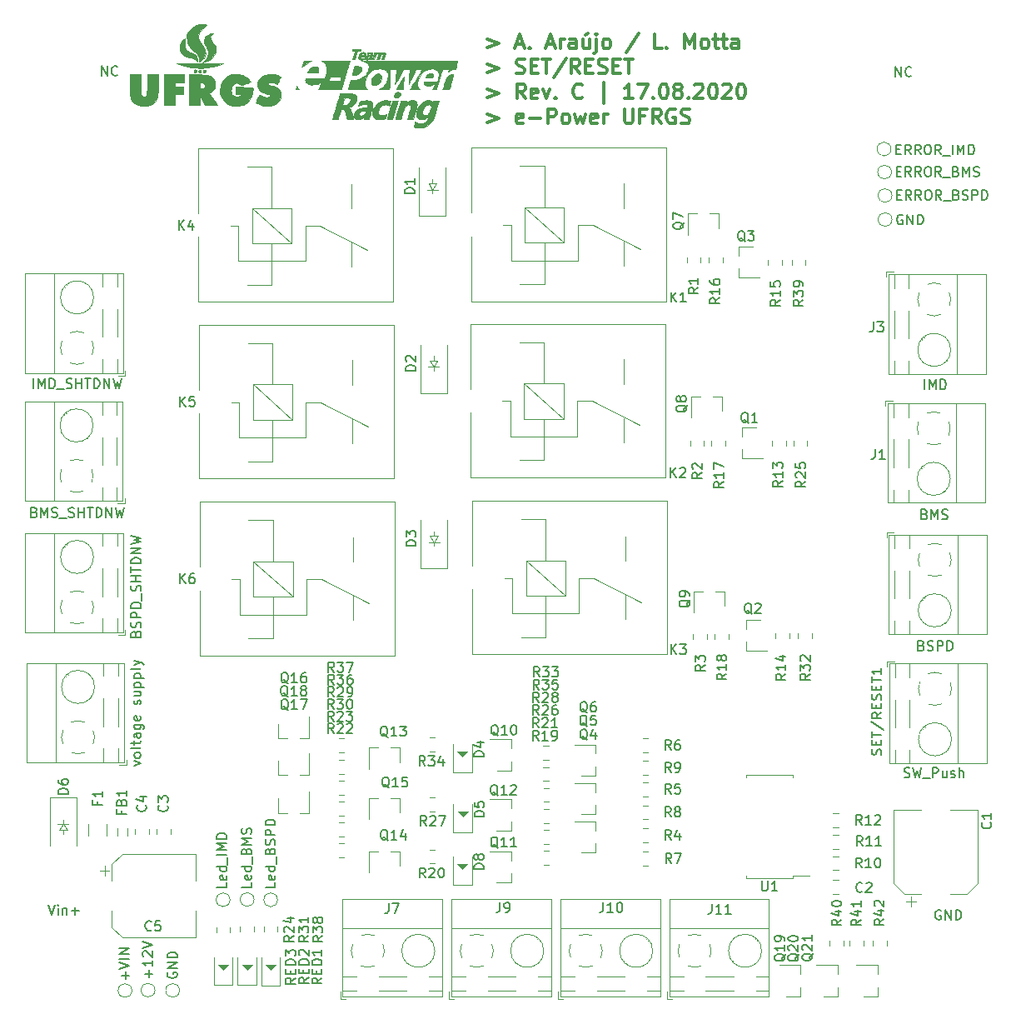
<source format=gbr>
G04 #@! TF.GenerationSoftware,KiCad,Pcbnew,(5.1.5)-3*
G04 #@! TF.CreationDate,2020-09-18T03:25:39-03:00*
G04 #@! TF.ProjectId,SET-RESET,5345542d-5245-4534-9554-2e6b69636164,rev?*
G04 #@! TF.SameCoordinates,Original*
G04 #@! TF.FileFunction,Legend,Top*
G04 #@! TF.FilePolarity,Positive*
%FSLAX46Y46*%
G04 Gerber Fmt 4.6, Leading zero omitted, Abs format (unit mm)*
G04 Created by KiCad (PCBNEW (5.1.5)-3) date 2020-09-18 03:25:39*
%MOMM*%
%LPD*%
G04 APERTURE LIST*
%ADD10C,0.300000*%
%ADD11C,0.120000*%
%ADD12C,0.010000*%
%ADD13C,0.100000*%
%ADD14C,0.150000*%
G04 APERTURE END LIST*
D10*
X197325942Y-26704171D02*
X198468800Y-27132742D01*
X197325942Y-27561314D01*
X200254514Y-27275600D02*
X200968800Y-27275600D01*
X200111657Y-27704171D02*
X200611657Y-26204171D01*
X201111657Y-27704171D01*
X201611657Y-27561314D02*
X201683085Y-27632742D01*
X201611657Y-27704171D01*
X201540228Y-27632742D01*
X201611657Y-27561314D01*
X201611657Y-27704171D01*
X203397371Y-27275600D02*
X204111657Y-27275600D01*
X203254514Y-27704171D02*
X203754514Y-26204171D01*
X204254514Y-27704171D01*
X204754514Y-27704171D02*
X204754514Y-26704171D01*
X204754514Y-26989885D02*
X204825942Y-26847028D01*
X204897371Y-26775600D01*
X205040228Y-26704171D01*
X205183085Y-26704171D01*
X206325942Y-27704171D02*
X206325942Y-26918457D01*
X206254514Y-26775600D01*
X206111657Y-26704171D01*
X205825942Y-26704171D01*
X205683085Y-26775600D01*
X206325942Y-27632742D02*
X206183085Y-27704171D01*
X205825942Y-27704171D01*
X205683085Y-27632742D01*
X205611657Y-27489885D01*
X205611657Y-27347028D01*
X205683085Y-27204171D01*
X205825942Y-27132742D01*
X206183085Y-27132742D01*
X206325942Y-27061314D01*
X207683085Y-26704171D02*
X207683085Y-27704171D01*
X207040228Y-26704171D02*
X207040228Y-27489885D01*
X207111657Y-27632742D01*
X207254514Y-27704171D01*
X207468800Y-27704171D01*
X207611657Y-27632742D01*
X207683085Y-27561314D01*
X207540228Y-26132742D02*
X207325942Y-26347028D01*
X208397371Y-26704171D02*
X208397371Y-27989885D01*
X208325942Y-28132742D01*
X208183085Y-28204171D01*
X208111657Y-28204171D01*
X208397371Y-26204171D02*
X208325942Y-26275600D01*
X208397371Y-26347028D01*
X208468800Y-26275600D01*
X208397371Y-26204171D01*
X208397371Y-26347028D01*
X209325942Y-27704171D02*
X209183085Y-27632742D01*
X209111657Y-27561314D01*
X209040228Y-27418457D01*
X209040228Y-26989885D01*
X209111657Y-26847028D01*
X209183085Y-26775600D01*
X209325942Y-26704171D01*
X209540228Y-26704171D01*
X209683085Y-26775600D01*
X209754514Y-26847028D01*
X209825942Y-26989885D01*
X209825942Y-27418457D01*
X209754514Y-27561314D01*
X209683085Y-27632742D01*
X209540228Y-27704171D01*
X209325942Y-27704171D01*
X212683085Y-26132742D02*
X211397371Y-28061314D01*
X215040228Y-27704171D02*
X214325942Y-27704171D01*
X214325942Y-26204171D01*
X215540228Y-27561314D02*
X215611657Y-27632742D01*
X215540228Y-27704171D01*
X215468800Y-27632742D01*
X215540228Y-27561314D01*
X215540228Y-27704171D01*
X217397371Y-27704171D02*
X217397371Y-26204171D01*
X217897371Y-27275600D01*
X218397371Y-26204171D01*
X218397371Y-27704171D01*
X219325942Y-27704171D02*
X219183085Y-27632742D01*
X219111657Y-27561314D01*
X219040228Y-27418457D01*
X219040228Y-26989885D01*
X219111657Y-26847028D01*
X219183085Y-26775600D01*
X219325942Y-26704171D01*
X219540228Y-26704171D01*
X219683085Y-26775600D01*
X219754514Y-26847028D01*
X219825942Y-26989885D01*
X219825942Y-27418457D01*
X219754514Y-27561314D01*
X219683085Y-27632742D01*
X219540228Y-27704171D01*
X219325942Y-27704171D01*
X220254514Y-26704171D02*
X220825942Y-26704171D01*
X220468800Y-26204171D02*
X220468800Y-27489885D01*
X220540228Y-27632742D01*
X220683085Y-27704171D01*
X220825942Y-27704171D01*
X221111657Y-26704171D02*
X221683085Y-26704171D01*
X221325942Y-26204171D02*
X221325942Y-27489885D01*
X221397371Y-27632742D01*
X221540228Y-27704171D01*
X221683085Y-27704171D01*
X222825942Y-27704171D02*
X222825942Y-26918457D01*
X222754514Y-26775600D01*
X222611657Y-26704171D01*
X222325942Y-26704171D01*
X222183085Y-26775600D01*
X222825942Y-27632742D02*
X222683085Y-27704171D01*
X222325942Y-27704171D01*
X222183085Y-27632742D01*
X222111657Y-27489885D01*
X222111657Y-27347028D01*
X222183085Y-27204171D01*
X222325942Y-27132742D01*
X222683085Y-27132742D01*
X222825942Y-27061314D01*
X197325942Y-34324171D02*
X198468800Y-34752742D01*
X197325942Y-35181314D01*
X200897371Y-35252742D02*
X200754514Y-35324171D01*
X200468800Y-35324171D01*
X200325942Y-35252742D01*
X200254514Y-35109885D01*
X200254514Y-34538457D01*
X200325942Y-34395600D01*
X200468800Y-34324171D01*
X200754514Y-34324171D01*
X200897371Y-34395600D01*
X200968800Y-34538457D01*
X200968800Y-34681314D01*
X200254514Y-34824171D01*
X201611657Y-34752742D02*
X202754514Y-34752742D01*
X203468800Y-35324171D02*
X203468800Y-33824171D01*
X204040228Y-33824171D01*
X204183085Y-33895600D01*
X204254514Y-33967028D01*
X204325942Y-34109885D01*
X204325942Y-34324171D01*
X204254514Y-34467028D01*
X204183085Y-34538457D01*
X204040228Y-34609885D01*
X203468800Y-34609885D01*
X205183085Y-35324171D02*
X205040228Y-35252742D01*
X204968800Y-35181314D01*
X204897371Y-35038457D01*
X204897371Y-34609885D01*
X204968800Y-34467028D01*
X205040228Y-34395600D01*
X205183085Y-34324171D01*
X205397371Y-34324171D01*
X205540228Y-34395600D01*
X205611657Y-34467028D01*
X205683085Y-34609885D01*
X205683085Y-35038457D01*
X205611657Y-35181314D01*
X205540228Y-35252742D01*
X205397371Y-35324171D01*
X205183085Y-35324171D01*
X206183085Y-34324171D02*
X206468800Y-35324171D01*
X206754514Y-34609885D01*
X207040228Y-35324171D01*
X207325942Y-34324171D01*
X208468800Y-35252742D02*
X208325942Y-35324171D01*
X208040228Y-35324171D01*
X207897371Y-35252742D01*
X207825942Y-35109885D01*
X207825942Y-34538457D01*
X207897371Y-34395600D01*
X208040228Y-34324171D01*
X208325942Y-34324171D01*
X208468800Y-34395600D01*
X208540228Y-34538457D01*
X208540228Y-34681314D01*
X207825942Y-34824171D01*
X209183085Y-35324171D02*
X209183085Y-34324171D01*
X209183085Y-34609885D02*
X209254514Y-34467028D01*
X209325942Y-34395600D01*
X209468800Y-34324171D01*
X209611657Y-34324171D01*
X211254514Y-33824171D02*
X211254514Y-35038457D01*
X211325942Y-35181314D01*
X211397371Y-35252742D01*
X211540228Y-35324171D01*
X211825942Y-35324171D01*
X211968800Y-35252742D01*
X212040228Y-35181314D01*
X212111657Y-35038457D01*
X212111657Y-33824171D01*
X213325942Y-34538457D02*
X212825942Y-34538457D01*
X212825942Y-35324171D02*
X212825942Y-33824171D01*
X213540228Y-33824171D01*
X214968800Y-35324171D02*
X214468800Y-34609885D01*
X214111657Y-35324171D02*
X214111657Y-33824171D01*
X214683085Y-33824171D01*
X214825942Y-33895600D01*
X214897371Y-33967028D01*
X214968800Y-34109885D01*
X214968800Y-34324171D01*
X214897371Y-34467028D01*
X214825942Y-34538457D01*
X214683085Y-34609885D01*
X214111657Y-34609885D01*
X216397371Y-33895600D02*
X216254514Y-33824171D01*
X216040228Y-33824171D01*
X215825942Y-33895600D01*
X215683085Y-34038457D01*
X215611657Y-34181314D01*
X215540228Y-34467028D01*
X215540228Y-34681314D01*
X215611657Y-34967028D01*
X215683085Y-35109885D01*
X215825942Y-35252742D01*
X216040228Y-35324171D01*
X216183085Y-35324171D01*
X216397371Y-35252742D01*
X216468800Y-35181314D01*
X216468800Y-34681314D01*
X216183085Y-34681314D01*
X217040228Y-35252742D02*
X217254514Y-35324171D01*
X217611657Y-35324171D01*
X217754514Y-35252742D01*
X217825942Y-35181314D01*
X217897371Y-35038457D01*
X217897371Y-34895600D01*
X217825942Y-34752742D01*
X217754514Y-34681314D01*
X217611657Y-34609885D01*
X217325942Y-34538457D01*
X217183085Y-34467028D01*
X217111657Y-34395600D01*
X217040228Y-34252742D01*
X217040228Y-34109885D01*
X217111657Y-33967028D01*
X217183085Y-33895600D01*
X217325942Y-33824171D01*
X217683085Y-33824171D01*
X217897371Y-33895600D01*
X197325942Y-31784171D02*
X198468800Y-32212742D01*
X197325942Y-32641314D01*
X201183085Y-32784171D02*
X200683085Y-32069885D01*
X200325942Y-32784171D02*
X200325942Y-31284171D01*
X200897371Y-31284171D01*
X201040228Y-31355600D01*
X201111657Y-31427028D01*
X201183085Y-31569885D01*
X201183085Y-31784171D01*
X201111657Y-31927028D01*
X201040228Y-31998457D01*
X200897371Y-32069885D01*
X200325942Y-32069885D01*
X202397371Y-32712742D02*
X202254514Y-32784171D01*
X201968800Y-32784171D01*
X201825942Y-32712742D01*
X201754514Y-32569885D01*
X201754514Y-31998457D01*
X201825942Y-31855600D01*
X201968800Y-31784171D01*
X202254514Y-31784171D01*
X202397371Y-31855600D01*
X202468800Y-31998457D01*
X202468800Y-32141314D01*
X201754514Y-32284171D01*
X202968800Y-31784171D02*
X203325942Y-32784171D01*
X203683085Y-31784171D01*
X204254514Y-32641314D02*
X204325942Y-32712742D01*
X204254514Y-32784171D01*
X204183085Y-32712742D01*
X204254514Y-32641314D01*
X204254514Y-32784171D01*
X206968800Y-32641314D02*
X206897371Y-32712742D01*
X206683085Y-32784171D01*
X206540228Y-32784171D01*
X206325942Y-32712742D01*
X206183085Y-32569885D01*
X206111657Y-32427028D01*
X206040228Y-32141314D01*
X206040228Y-31927028D01*
X206111657Y-31641314D01*
X206183085Y-31498457D01*
X206325942Y-31355600D01*
X206540228Y-31284171D01*
X206683085Y-31284171D01*
X206897371Y-31355600D01*
X206968800Y-31427028D01*
X209111657Y-33284171D02*
X209111657Y-31141314D01*
X212111657Y-32784171D02*
X211254514Y-32784171D01*
X211683085Y-32784171D02*
X211683085Y-31284171D01*
X211540228Y-31498457D01*
X211397371Y-31641314D01*
X211254514Y-31712742D01*
X212611657Y-31284171D02*
X213611657Y-31284171D01*
X212968800Y-32784171D01*
X214183085Y-32641314D02*
X214254514Y-32712742D01*
X214183085Y-32784171D01*
X214111657Y-32712742D01*
X214183085Y-32641314D01*
X214183085Y-32784171D01*
X215183085Y-31284171D02*
X215325942Y-31284171D01*
X215468800Y-31355600D01*
X215540228Y-31427028D01*
X215611657Y-31569885D01*
X215683085Y-31855600D01*
X215683085Y-32212742D01*
X215611657Y-32498457D01*
X215540228Y-32641314D01*
X215468800Y-32712742D01*
X215325942Y-32784171D01*
X215183085Y-32784171D01*
X215040228Y-32712742D01*
X214968800Y-32641314D01*
X214897371Y-32498457D01*
X214825942Y-32212742D01*
X214825942Y-31855600D01*
X214897371Y-31569885D01*
X214968800Y-31427028D01*
X215040228Y-31355600D01*
X215183085Y-31284171D01*
X216540228Y-31927028D02*
X216397371Y-31855600D01*
X216325942Y-31784171D01*
X216254514Y-31641314D01*
X216254514Y-31569885D01*
X216325942Y-31427028D01*
X216397371Y-31355600D01*
X216540228Y-31284171D01*
X216825942Y-31284171D01*
X216968800Y-31355600D01*
X217040228Y-31427028D01*
X217111657Y-31569885D01*
X217111657Y-31641314D01*
X217040228Y-31784171D01*
X216968800Y-31855600D01*
X216825942Y-31927028D01*
X216540228Y-31927028D01*
X216397371Y-31998457D01*
X216325942Y-32069885D01*
X216254514Y-32212742D01*
X216254514Y-32498457D01*
X216325942Y-32641314D01*
X216397371Y-32712742D01*
X216540228Y-32784171D01*
X216825942Y-32784171D01*
X216968800Y-32712742D01*
X217040228Y-32641314D01*
X217111657Y-32498457D01*
X217111657Y-32212742D01*
X217040228Y-32069885D01*
X216968800Y-31998457D01*
X216825942Y-31927028D01*
X217754514Y-32641314D02*
X217825942Y-32712742D01*
X217754514Y-32784171D01*
X217683085Y-32712742D01*
X217754514Y-32641314D01*
X217754514Y-32784171D01*
X218397371Y-31427028D02*
X218468800Y-31355600D01*
X218611657Y-31284171D01*
X218968800Y-31284171D01*
X219111657Y-31355600D01*
X219183085Y-31427028D01*
X219254514Y-31569885D01*
X219254514Y-31712742D01*
X219183085Y-31927028D01*
X218325942Y-32784171D01*
X219254514Y-32784171D01*
X220183085Y-31284171D02*
X220325942Y-31284171D01*
X220468800Y-31355600D01*
X220540228Y-31427028D01*
X220611657Y-31569885D01*
X220683085Y-31855600D01*
X220683085Y-32212742D01*
X220611657Y-32498457D01*
X220540228Y-32641314D01*
X220468800Y-32712742D01*
X220325942Y-32784171D01*
X220183085Y-32784171D01*
X220040228Y-32712742D01*
X219968800Y-32641314D01*
X219897371Y-32498457D01*
X219825942Y-32212742D01*
X219825942Y-31855600D01*
X219897371Y-31569885D01*
X219968800Y-31427028D01*
X220040228Y-31355600D01*
X220183085Y-31284171D01*
X221254514Y-31427028D02*
X221325942Y-31355600D01*
X221468800Y-31284171D01*
X221825942Y-31284171D01*
X221968800Y-31355600D01*
X222040228Y-31427028D01*
X222111657Y-31569885D01*
X222111657Y-31712742D01*
X222040228Y-31927028D01*
X221183085Y-32784171D01*
X222111657Y-32784171D01*
X223040228Y-31284171D02*
X223183085Y-31284171D01*
X223325942Y-31355600D01*
X223397371Y-31427028D01*
X223468800Y-31569885D01*
X223540228Y-31855600D01*
X223540228Y-32212742D01*
X223468800Y-32498457D01*
X223397371Y-32641314D01*
X223325942Y-32712742D01*
X223183085Y-32784171D01*
X223040228Y-32784171D01*
X222897371Y-32712742D01*
X222825942Y-32641314D01*
X222754514Y-32498457D01*
X222683085Y-32212742D01*
X222683085Y-31855600D01*
X222754514Y-31569885D01*
X222825942Y-31427028D01*
X222897371Y-31355600D01*
X223040228Y-31284171D01*
X197325942Y-29244171D02*
X198468800Y-29672742D01*
X197325942Y-30101314D01*
X200254514Y-30172742D02*
X200468800Y-30244171D01*
X200825942Y-30244171D01*
X200968800Y-30172742D01*
X201040228Y-30101314D01*
X201111657Y-29958457D01*
X201111657Y-29815600D01*
X201040228Y-29672742D01*
X200968800Y-29601314D01*
X200825942Y-29529885D01*
X200540228Y-29458457D01*
X200397371Y-29387028D01*
X200325942Y-29315600D01*
X200254514Y-29172742D01*
X200254514Y-29029885D01*
X200325942Y-28887028D01*
X200397371Y-28815600D01*
X200540228Y-28744171D01*
X200897371Y-28744171D01*
X201111657Y-28815600D01*
X201754514Y-29458457D02*
X202254514Y-29458457D01*
X202468800Y-30244171D02*
X201754514Y-30244171D01*
X201754514Y-28744171D01*
X202468800Y-28744171D01*
X202897371Y-28744171D02*
X203754514Y-28744171D01*
X203325942Y-30244171D02*
X203325942Y-28744171D01*
X205325942Y-28672742D02*
X204040228Y-30601314D01*
X206683085Y-30244171D02*
X206183085Y-29529885D01*
X205825942Y-30244171D02*
X205825942Y-28744171D01*
X206397371Y-28744171D01*
X206540228Y-28815600D01*
X206611657Y-28887028D01*
X206683085Y-29029885D01*
X206683085Y-29244171D01*
X206611657Y-29387028D01*
X206540228Y-29458457D01*
X206397371Y-29529885D01*
X205825942Y-29529885D01*
X207325942Y-29458457D02*
X207825942Y-29458457D01*
X208040228Y-30244171D02*
X207325942Y-30244171D01*
X207325942Y-28744171D01*
X208040228Y-28744171D01*
X208611657Y-30172742D02*
X208825942Y-30244171D01*
X209183085Y-30244171D01*
X209325942Y-30172742D01*
X209397371Y-30101314D01*
X209468800Y-29958457D01*
X209468800Y-29815600D01*
X209397371Y-29672742D01*
X209325942Y-29601314D01*
X209183085Y-29529885D01*
X208897371Y-29458457D01*
X208754514Y-29387028D01*
X208683085Y-29315600D01*
X208611657Y-29172742D01*
X208611657Y-29029885D01*
X208683085Y-28887028D01*
X208754514Y-28815600D01*
X208897371Y-28744171D01*
X209254514Y-28744171D01*
X209468800Y-28815600D01*
X210111657Y-29458457D02*
X210611657Y-29458457D01*
X210825942Y-30244171D02*
X210111657Y-30244171D01*
X210111657Y-28744171D01*
X210825942Y-28744171D01*
X211254514Y-28744171D02*
X212111657Y-28744171D01*
X211683085Y-30244171D02*
X211683085Y-28744171D01*
D11*
X205063700Y-65330200D02*
X201063700Y-65330200D01*
X205063700Y-61730200D02*
X205063700Y-65330200D01*
X201063700Y-61730200D02*
X205063700Y-61730200D01*
X201063700Y-65330200D02*
X201063700Y-61730200D01*
X205063700Y-65330200D02*
X201063700Y-61730200D01*
X203063700Y-65330200D02*
X203063700Y-69530200D01*
X203063700Y-57530200D02*
X203063700Y-61730200D01*
X199663700Y-63530200D02*
X199663700Y-67130200D01*
X206463700Y-63530200D02*
X206463700Y-67130200D01*
X206463700Y-67130200D02*
X199663700Y-67130200D01*
X212789700Y-65980200D02*
X207963700Y-63530200D01*
X206463700Y-63530200D02*
X207963700Y-63530200D01*
X203063700Y-57530200D02*
X200563700Y-57530200D01*
X199663700Y-63530200D02*
X198863700Y-63530200D01*
X200563700Y-69530200D02*
X203063700Y-69530200D01*
X211163700Y-59280200D02*
X211163700Y-61780200D01*
X211163700Y-67680200D02*
X211163700Y-65230200D01*
X215413700Y-71280200D02*
X195613700Y-71280200D01*
X215413700Y-55680200D02*
X215413700Y-71280200D01*
X195613700Y-55680200D02*
X215413700Y-55680200D01*
X195613700Y-55680200D02*
X195613700Y-62280200D01*
X195613700Y-64680200D02*
X195613700Y-71280200D01*
D12*
G36*
X186787284Y-28056957D02*
G01*
X186860229Y-28081277D01*
X186910623Y-28129548D01*
X186915353Y-28138407D01*
X186926827Y-28167900D01*
X186931785Y-28200944D01*
X186929063Y-28243927D01*
X186917498Y-28303233D01*
X186895924Y-28385250D01*
X186863180Y-28496361D01*
X186830952Y-28601458D01*
X186767146Y-28807833D01*
X186662956Y-28807833D01*
X186603116Y-28804743D01*
X186565437Y-28796855D01*
X186558766Y-28790913D01*
X186564783Y-28764657D01*
X186580982Y-28707654D01*
X186604582Y-28629460D01*
X186621892Y-28573955D01*
X186659410Y-28446783D01*
X186680086Y-28353436D01*
X186684073Y-28288965D01*
X186671524Y-28248421D01*
X186642593Y-28226856D01*
X186632695Y-28223819D01*
X186572782Y-28221865D01*
X186518521Y-28249652D01*
X186467940Y-28309927D01*
X186419069Y-28405433D01*
X186369938Y-28538914D01*
X186342557Y-28627916D01*
X186293039Y-28797250D01*
X186179760Y-28803742D01*
X186112607Y-28805119D01*
X186080561Y-28798368D01*
X186076760Y-28782575D01*
X186086667Y-28751951D01*
X186105618Y-28690204D01*
X186130729Y-28606828D01*
X186154346Y-28527435D01*
X186187262Y-28406350D01*
X186203038Y-28319406D01*
X186201259Y-28261851D01*
X186181508Y-28228936D01*
X186143368Y-28215910D01*
X186126959Y-28215166D01*
X186072386Y-28223957D01*
X186025875Y-28253604D01*
X185983975Y-28309023D01*
X185943236Y-28395128D01*
X185900207Y-28516834D01*
X185888075Y-28555379D01*
X185810075Y-28807833D01*
X185708171Y-28807833D01*
X185645368Y-28805048D01*
X185614723Y-28794232D01*
X185606284Y-28771698D01*
X185606266Y-28770058D01*
X185613046Y-28730250D01*
X185630564Y-28666688D01*
X185648254Y-28612818D01*
X185674950Y-28533149D01*
X185706832Y-28432624D01*
X185737612Y-28331137D01*
X185741699Y-28317218D01*
X185772154Y-28213025D01*
X185794764Y-28142607D01*
X185814446Y-28099374D01*
X185836114Y-28076736D01*
X185864683Y-28068102D01*
X185905069Y-28066884D01*
X185928325Y-28066999D01*
X185990636Y-28068163D01*
X186020045Y-28075513D01*
X186025985Y-28094844D01*
X186020049Y-28123335D01*
X186012164Y-28161892D01*
X186022807Y-28165936D01*
X186054796Y-28144289D01*
X186136058Y-28098317D01*
X186222622Y-28070117D01*
X186306017Y-28059700D01*
X186377771Y-28067080D01*
X186429410Y-28092270D01*
X186452463Y-28135283D01*
X186452933Y-28143675D01*
X186465124Y-28169974D01*
X186498419Y-28163624D01*
X186542867Y-28130135D01*
X186617629Y-28081143D01*
X186702759Y-28056831D01*
X186787284Y-28056957D01*
G37*
X186787284Y-28056957D02*
X186860229Y-28081277D01*
X186910623Y-28129548D01*
X186915353Y-28138407D01*
X186926827Y-28167900D01*
X186931785Y-28200944D01*
X186929063Y-28243927D01*
X186917498Y-28303233D01*
X186895924Y-28385250D01*
X186863180Y-28496361D01*
X186830952Y-28601458D01*
X186767146Y-28807833D01*
X186662956Y-28807833D01*
X186603116Y-28804743D01*
X186565437Y-28796855D01*
X186558766Y-28790913D01*
X186564783Y-28764657D01*
X186580982Y-28707654D01*
X186604582Y-28629460D01*
X186621892Y-28573955D01*
X186659410Y-28446783D01*
X186680086Y-28353436D01*
X186684073Y-28288965D01*
X186671524Y-28248421D01*
X186642593Y-28226856D01*
X186632695Y-28223819D01*
X186572782Y-28221865D01*
X186518521Y-28249652D01*
X186467940Y-28309927D01*
X186419069Y-28405433D01*
X186369938Y-28538914D01*
X186342557Y-28627916D01*
X186293039Y-28797250D01*
X186179760Y-28803742D01*
X186112607Y-28805119D01*
X186080561Y-28798368D01*
X186076760Y-28782575D01*
X186086667Y-28751951D01*
X186105618Y-28690204D01*
X186130729Y-28606828D01*
X186154346Y-28527435D01*
X186187262Y-28406350D01*
X186203038Y-28319406D01*
X186201259Y-28261851D01*
X186181508Y-28228936D01*
X186143368Y-28215910D01*
X186126959Y-28215166D01*
X186072386Y-28223957D01*
X186025875Y-28253604D01*
X185983975Y-28309023D01*
X185943236Y-28395128D01*
X185900207Y-28516834D01*
X185888075Y-28555379D01*
X185810075Y-28807833D01*
X185708171Y-28807833D01*
X185645368Y-28805048D01*
X185614723Y-28794232D01*
X185606284Y-28771698D01*
X185606266Y-28770058D01*
X185613046Y-28730250D01*
X185630564Y-28666688D01*
X185648254Y-28612818D01*
X185674950Y-28533149D01*
X185706832Y-28432624D01*
X185737612Y-28331137D01*
X185741699Y-28317218D01*
X185772154Y-28213025D01*
X185794764Y-28142607D01*
X185814446Y-28099374D01*
X185836114Y-28076736D01*
X185864683Y-28068102D01*
X185905069Y-28066884D01*
X185928325Y-28066999D01*
X185990636Y-28068163D01*
X186020045Y-28075513D01*
X186025985Y-28094844D01*
X186020049Y-28123335D01*
X186012164Y-28161892D01*
X186022807Y-28165936D01*
X186054796Y-28144289D01*
X186136058Y-28098317D01*
X186222622Y-28070117D01*
X186306017Y-28059700D01*
X186377771Y-28067080D01*
X186429410Y-28092270D01*
X186452463Y-28135283D01*
X186452933Y-28143675D01*
X186465124Y-28169974D01*
X186498419Y-28163624D01*
X186542867Y-28130135D01*
X186617629Y-28081143D01*
X186702759Y-28056831D01*
X186787284Y-28056957D01*
G36*
X184154958Y-27770971D02*
G01*
X184260259Y-27772178D01*
X184333613Y-27774725D01*
X184380211Y-27779049D01*
X184405246Y-27785588D01*
X184413910Y-27794779D01*
X184412524Y-27804383D01*
X184397034Y-27851832D01*
X184386798Y-27889049D01*
X184376961Y-27915875D01*
X184357621Y-27931154D01*
X184318680Y-27938108D01*
X184250042Y-27939957D01*
X184227058Y-27940000D01*
X184177488Y-27939297D01*
X184138821Y-27940259D01*
X184108173Y-27947489D01*
X184082659Y-27965589D01*
X184059398Y-27999163D01*
X184035504Y-28052815D01*
X184008094Y-28131147D01*
X183974285Y-28238763D01*
X183931194Y-28380266D01*
X183912143Y-28442708D01*
X183800439Y-28807833D01*
X183685088Y-28807833D01*
X183619296Y-28806235D01*
X183587232Y-28799346D01*
X183580346Y-28784028D01*
X183584223Y-28770791D01*
X183596827Y-28734043D01*
X183618778Y-28665588D01*
X183647515Y-28573825D01*
X183680474Y-28467151D01*
X183715096Y-28353965D01*
X183748817Y-28242664D01*
X183779076Y-28141647D01*
X183803312Y-28059312D01*
X183818963Y-28004057D01*
X183823119Y-27987625D01*
X183825950Y-27962219D01*
X183815045Y-27947955D01*
X183781659Y-27941628D01*
X183717048Y-27940034D01*
X183693150Y-27940000D01*
X183622384Y-27937515D01*
X183572031Y-27931005D01*
X183553100Y-27921991D01*
X183559535Y-27891121D01*
X183575146Y-27840765D01*
X183576337Y-27837325D01*
X183599574Y-27770666D01*
X184012518Y-27770666D01*
X184154958Y-27770971D01*
G37*
X184154958Y-27770971D02*
X184260259Y-27772178D01*
X184333613Y-27774725D01*
X184380211Y-27779049D01*
X184405246Y-27785588D01*
X184413910Y-27794779D01*
X184412524Y-27804383D01*
X184397034Y-27851832D01*
X184386798Y-27889049D01*
X184376961Y-27915875D01*
X184357621Y-27931154D01*
X184318680Y-27938108D01*
X184250042Y-27939957D01*
X184227058Y-27940000D01*
X184177488Y-27939297D01*
X184138821Y-27940259D01*
X184108173Y-27947489D01*
X184082659Y-27965589D01*
X184059398Y-27999163D01*
X184035504Y-28052815D01*
X184008094Y-28131147D01*
X183974285Y-28238763D01*
X183931194Y-28380266D01*
X183912143Y-28442708D01*
X183800439Y-28807833D01*
X183685088Y-28807833D01*
X183619296Y-28806235D01*
X183587232Y-28799346D01*
X183580346Y-28784028D01*
X183584223Y-28770791D01*
X183596827Y-28734043D01*
X183618778Y-28665588D01*
X183647515Y-28573825D01*
X183680474Y-28467151D01*
X183715096Y-28353965D01*
X183748817Y-28242664D01*
X183779076Y-28141647D01*
X183803312Y-28059312D01*
X183818963Y-28004057D01*
X183823119Y-27987625D01*
X183825950Y-27962219D01*
X183815045Y-27947955D01*
X183781659Y-27941628D01*
X183717048Y-27940034D01*
X183693150Y-27940000D01*
X183622384Y-27937515D01*
X183572031Y-27931005D01*
X183553100Y-27921991D01*
X183559535Y-27891121D01*
X183575146Y-27840765D01*
X183576337Y-27837325D01*
X183599574Y-27770666D01*
X184012518Y-27770666D01*
X184154958Y-27770971D01*
G36*
X185457876Y-28062787D02*
G01*
X185535356Y-28077711D01*
X185567436Y-28092167D01*
X185599625Y-28116817D01*
X185621503Y-28145573D01*
X185632708Y-28183809D01*
X185632877Y-28236898D01*
X185621647Y-28310213D01*
X185598655Y-28409126D01*
X185563539Y-28539012D01*
X185529118Y-28659666D01*
X185489418Y-28797250D01*
X185389092Y-28803701D01*
X185327911Y-28805392D01*
X185298084Y-28797723D01*
X185289026Y-28777090D01*
X185288766Y-28769538D01*
X185286228Y-28747221D01*
X185272366Y-28742172D01*
X185237811Y-28755282D01*
X185189929Y-28778962D01*
X185088130Y-28818531D01*
X185001502Y-28824070D01*
X184934690Y-28803374D01*
X184886557Y-28760160D01*
X184867652Y-28697471D01*
X184875200Y-28623539D01*
X184885635Y-28597821D01*
X185083614Y-28597821D01*
X185098586Y-28642133D01*
X185109678Y-28652306D01*
X185162807Y-28668541D01*
X185228792Y-28660139D01*
X185284870Y-28631831D01*
X185315755Y-28595490D01*
X185347492Y-28541957D01*
X185369416Y-28490726D01*
X185373433Y-28469967D01*
X185355506Y-28458311D01*
X185310538Y-28457818D01*
X185251745Y-28466566D01*
X185192346Y-28482630D01*
X185147497Y-28502852D01*
X185100938Y-28547360D01*
X185083614Y-28597821D01*
X184885635Y-28597821D01*
X184906422Y-28546595D01*
X184958542Y-28474872D01*
X185028782Y-28416601D01*
X185072866Y-28393794D01*
X185135065Y-28374497D01*
X185218861Y-28356821D01*
X185287015Y-28346943D01*
X185376905Y-28331051D01*
X185426137Y-28307114D01*
X185435813Y-28274019D01*
X185407036Y-28230656D01*
X185404728Y-28228319D01*
X185345613Y-28198850D01*
X185258833Y-28199885D01*
X185161126Y-28225976D01*
X185106337Y-28243927D01*
X185071846Y-28252607D01*
X185066401Y-28252434D01*
X185068517Y-28230527D01*
X185079171Y-28184609D01*
X185080483Y-28179701D01*
X185105715Y-28126974D01*
X185154470Y-28094785D01*
X185175083Y-28087264D01*
X185263445Y-28067384D01*
X185362474Y-28059285D01*
X185457876Y-28062787D01*
G37*
X185457876Y-28062787D02*
X185535356Y-28077711D01*
X185567436Y-28092167D01*
X185599625Y-28116817D01*
X185621503Y-28145573D01*
X185632708Y-28183809D01*
X185632877Y-28236898D01*
X185621647Y-28310213D01*
X185598655Y-28409126D01*
X185563539Y-28539012D01*
X185529118Y-28659666D01*
X185489418Y-28797250D01*
X185389092Y-28803701D01*
X185327911Y-28805392D01*
X185298084Y-28797723D01*
X185289026Y-28777090D01*
X185288766Y-28769538D01*
X185286228Y-28747221D01*
X185272366Y-28742172D01*
X185237811Y-28755282D01*
X185189929Y-28778962D01*
X185088130Y-28818531D01*
X185001502Y-28824070D01*
X184934690Y-28803374D01*
X184886557Y-28760160D01*
X184867652Y-28697471D01*
X184875200Y-28623539D01*
X184885635Y-28597821D01*
X185083614Y-28597821D01*
X185098586Y-28642133D01*
X185109678Y-28652306D01*
X185162807Y-28668541D01*
X185228792Y-28660139D01*
X185284870Y-28631831D01*
X185315755Y-28595490D01*
X185347492Y-28541957D01*
X185369416Y-28490726D01*
X185373433Y-28469967D01*
X185355506Y-28458311D01*
X185310538Y-28457818D01*
X185251745Y-28466566D01*
X185192346Y-28482630D01*
X185147497Y-28502852D01*
X185100938Y-28547360D01*
X185083614Y-28597821D01*
X184885635Y-28597821D01*
X184906422Y-28546595D01*
X184958542Y-28474872D01*
X185028782Y-28416601D01*
X185072866Y-28393794D01*
X185135065Y-28374497D01*
X185218861Y-28356821D01*
X185287015Y-28346943D01*
X185376905Y-28331051D01*
X185426137Y-28307114D01*
X185435813Y-28274019D01*
X185407036Y-28230656D01*
X185404728Y-28228319D01*
X185345613Y-28198850D01*
X185258833Y-28199885D01*
X185161126Y-28225976D01*
X185106337Y-28243927D01*
X185071846Y-28252607D01*
X185066401Y-28252434D01*
X185068517Y-28230527D01*
X185079171Y-28184609D01*
X185080483Y-28179701D01*
X185105715Y-28126974D01*
X185154470Y-28094785D01*
X185175083Y-28087264D01*
X185263445Y-28067384D01*
X185362474Y-28059285D01*
X185457876Y-28062787D01*
G36*
X184803308Y-28067370D02*
G01*
X184882285Y-28102003D01*
X184929111Y-28157637D01*
X184946813Y-28239470D01*
X184944123Y-28309295D01*
X184934128Y-28392527D01*
X184919504Y-28449066D01*
X184892854Y-28484073D01*
X184846780Y-28502707D01*
X184773888Y-28510128D01*
X184666779Y-28511497D01*
X184654271Y-28511500D01*
X184558742Y-28513297D01*
X184480211Y-28518176D01*
X184427734Y-28525366D01*
X184410620Y-28532229D01*
X184409235Y-28569802D01*
X184435201Y-28614202D01*
X184478975Y-28651498D01*
X184498941Y-28661159D01*
X184567977Y-28671229D01*
X184661696Y-28662017D01*
X184724159Y-28652166D01*
X184766870Y-28648313D01*
X184777679Y-28649632D01*
X184777146Y-28672639D01*
X184765523Y-28716552D01*
X184742004Y-28758937D01*
X184697738Y-28786453D01*
X184652193Y-28800838D01*
X184508234Y-28824948D01*
X184385213Y-28816374D01*
X184315394Y-28791925D01*
X184238565Y-28732890D01*
X184197074Y-28651132D01*
X184191172Y-28547611D01*
X184220265Y-28425656D01*
X184256996Y-28352005D01*
X184463266Y-28352005D01*
X184482562Y-28357817D01*
X184532978Y-28361903D01*
X184598585Y-28363333D01*
X184677162Y-28360819D01*
X184722769Y-28351853D01*
X184744546Y-28334300D01*
X184747232Y-28328601D01*
X184753434Y-28268537D01*
X184726824Y-28224561D01*
X184675693Y-28202632D01*
X184608332Y-28208712D01*
X184589738Y-28215385D01*
X184541730Y-28245840D01*
X184496557Y-28290343D01*
X184467546Y-28334496D01*
X184463266Y-28352005D01*
X184256996Y-28352005D01*
X184283246Y-28299371D01*
X184371761Y-28194870D01*
X184478858Y-28116426D01*
X184597581Y-28068313D01*
X184720979Y-28054802D01*
X184803308Y-28067370D01*
G37*
X184803308Y-28067370D02*
X184882285Y-28102003D01*
X184929111Y-28157637D01*
X184946813Y-28239470D01*
X184944123Y-28309295D01*
X184934128Y-28392527D01*
X184919504Y-28449066D01*
X184892854Y-28484073D01*
X184846780Y-28502707D01*
X184773888Y-28510128D01*
X184666779Y-28511497D01*
X184654271Y-28511500D01*
X184558742Y-28513297D01*
X184480211Y-28518176D01*
X184427734Y-28525366D01*
X184410620Y-28532229D01*
X184409235Y-28569802D01*
X184435201Y-28614202D01*
X184478975Y-28651498D01*
X184498941Y-28661159D01*
X184567977Y-28671229D01*
X184661696Y-28662017D01*
X184724159Y-28652166D01*
X184766870Y-28648313D01*
X184777679Y-28649632D01*
X184777146Y-28672639D01*
X184765523Y-28716552D01*
X184742004Y-28758937D01*
X184697738Y-28786453D01*
X184652193Y-28800838D01*
X184508234Y-28824948D01*
X184385213Y-28816374D01*
X184315394Y-28791925D01*
X184238565Y-28732890D01*
X184197074Y-28651132D01*
X184191172Y-28547611D01*
X184220265Y-28425656D01*
X184256996Y-28352005D01*
X184463266Y-28352005D01*
X184482562Y-28357817D01*
X184532978Y-28361903D01*
X184598585Y-28363333D01*
X184677162Y-28360819D01*
X184722769Y-28351853D01*
X184744546Y-28334300D01*
X184747232Y-28328601D01*
X184753434Y-28268537D01*
X184726824Y-28224561D01*
X184675693Y-28202632D01*
X184608332Y-28208712D01*
X184589738Y-28215385D01*
X184541730Y-28245840D01*
X184496557Y-28290343D01*
X184467546Y-28334496D01*
X184463266Y-28352005D01*
X184256996Y-28352005D01*
X184283246Y-28299371D01*
X184371761Y-28194870D01*
X184478858Y-28116426D01*
X184597581Y-28068313D01*
X184720979Y-28054802D01*
X184803308Y-28067370D01*
G36*
X179212449Y-29045410D02*
G01*
X178967615Y-29175815D01*
X178748718Y-29328008D01*
X178580994Y-29473467D01*
X178515809Y-29532122D01*
X178473701Y-29563417D01*
X178457018Y-29565720D01*
X178457656Y-29559250D01*
X178468626Y-29520665D01*
X178487715Y-29453089D01*
X178511600Y-29368291D01*
X178523375Y-29326416D01*
X178550788Y-29229682D01*
X178577440Y-29137015D01*
X178598840Y-29063980D01*
X178604380Y-29045540D01*
X178631850Y-28955163D01*
X179029077Y-28950290D01*
X179426304Y-28945416D01*
X179212449Y-29045410D01*
G37*
X179212449Y-29045410D02*
X178967615Y-29175815D01*
X178748718Y-29328008D01*
X178580994Y-29473467D01*
X178515809Y-29532122D01*
X178473701Y-29563417D01*
X178457018Y-29565720D01*
X178457656Y-29559250D01*
X178468626Y-29520665D01*
X178487715Y-29453089D01*
X178511600Y-29368291D01*
X178523375Y-29326416D01*
X178550788Y-29229682D01*
X178577440Y-29137015D01*
X178598840Y-29063980D01*
X178604380Y-29045540D01*
X178631850Y-28955163D01*
X179029077Y-28950290D01*
X179426304Y-28945416D01*
X179212449Y-29045410D01*
G36*
X179894947Y-29534709D02*
G01*
X179995287Y-29575286D01*
X180070487Y-29640961D01*
X180082755Y-29658517D01*
X180105350Y-29700734D01*
X180117367Y-29745783D01*
X180120669Y-29806675D01*
X180117119Y-29896420D01*
X180117031Y-29897916D01*
X180113709Y-29971108D01*
X180110208Y-30028063D01*
X180101742Y-30070800D01*
X180083526Y-30101337D01*
X180050774Y-30121692D01*
X179998700Y-30133883D01*
X179922518Y-30139928D01*
X179817442Y-30141844D01*
X179678687Y-30141651D01*
X179539752Y-30141333D01*
X179393924Y-30140660D01*
X179263128Y-30138765D01*
X179152985Y-30135836D01*
X179069120Y-30132060D01*
X179017155Y-30127623D01*
X179002266Y-30123448D01*
X179013076Y-30097971D01*
X179041487Y-30047945D01*
X179081475Y-29983943D01*
X179083666Y-29980573D01*
X179180032Y-29853689D01*
X179294569Y-29736459D01*
X179416071Y-29639160D01*
X179525110Y-29575743D01*
X179651655Y-29533720D01*
X179777669Y-29520448D01*
X179894947Y-29534709D01*
G37*
X179894947Y-29534709D02*
X179995287Y-29575286D01*
X180070487Y-29640961D01*
X180082755Y-29658517D01*
X180105350Y-29700734D01*
X180117367Y-29745783D01*
X180120669Y-29806675D01*
X180117119Y-29896420D01*
X180117031Y-29897916D01*
X180113709Y-29971108D01*
X180110208Y-30028063D01*
X180101742Y-30070800D01*
X180083526Y-30101337D01*
X180050774Y-30121692D01*
X179998700Y-30133883D01*
X179922518Y-30139928D01*
X179817442Y-30141844D01*
X179678687Y-30141651D01*
X179539752Y-30141333D01*
X179393924Y-30140660D01*
X179263128Y-30138765D01*
X179152985Y-30135836D01*
X179069120Y-30132060D01*
X179017155Y-30127623D01*
X179002266Y-30123448D01*
X179013076Y-30097971D01*
X179041487Y-30047945D01*
X179081475Y-29983943D01*
X179083666Y-29980573D01*
X179180032Y-29853689D01*
X179294569Y-29736459D01*
X179416071Y-29639160D01*
X179525110Y-29575743D01*
X179651655Y-29533720D01*
X179777669Y-29520448D01*
X179894947Y-29534709D01*
G36*
X184039190Y-29485284D02*
G01*
X184177644Y-29488977D01*
X184281804Y-29501070D01*
X184359189Y-29523365D01*
X184417322Y-29557663D01*
X184443671Y-29582144D01*
X184473459Y-29621202D01*
X184488915Y-29666713D01*
X184494138Y-29733679D01*
X184494295Y-29767385D01*
X184489420Y-29851633D01*
X184472170Y-29923312D01*
X184436998Y-30002681D01*
X184422040Y-30031172D01*
X184337082Y-30158470D01*
X184234448Y-30251039D01*
X184106042Y-30315387D01*
X184043616Y-30335248D01*
X183974666Y-30350041D01*
X183890221Y-30361923D01*
X183799961Y-30370374D01*
X183713565Y-30374876D01*
X183640715Y-30374909D01*
X183591089Y-30369954D01*
X183574266Y-30360415D01*
X183580187Y-30336957D01*
X183596741Y-30279159D01*
X183622117Y-30193143D01*
X183654502Y-30085032D01*
X183692085Y-29960948D01*
X183705815Y-29915915D01*
X183837365Y-29485166D01*
X184039190Y-29485284D01*
G37*
X184039190Y-29485284D02*
X184177644Y-29488977D01*
X184281804Y-29501070D01*
X184359189Y-29523365D01*
X184417322Y-29557663D01*
X184443671Y-29582144D01*
X184473459Y-29621202D01*
X184488915Y-29666713D01*
X184494138Y-29733679D01*
X184494295Y-29767385D01*
X184489420Y-29851633D01*
X184472170Y-29923312D01*
X184436998Y-30002681D01*
X184422040Y-30031172D01*
X184337082Y-30158470D01*
X184234448Y-30251039D01*
X184106042Y-30315387D01*
X184043616Y-30335248D01*
X183974666Y-30350041D01*
X183890221Y-30361923D01*
X183799961Y-30370374D01*
X183713565Y-30374876D01*
X183640715Y-30374909D01*
X183591089Y-30369954D01*
X183574266Y-30360415D01*
X183580187Y-30336957D01*
X183596741Y-30279159D01*
X183622117Y-30193143D01*
X183654502Y-30085032D01*
X183692085Y-29960948D01*
X183705815Y-29915915D01*
X183837365Y-29485166D01*
X184039190Y-29485284D01*
G36*
X191613350Y-30198370D02*
G01*
X191662628Y-30210749D01*
X191702013Y-30237845D01*
X191714941Y-30250220D01*
X191747653Y-30289659D01*
X191763976Y-30333633D01*
X191768832Y-30398263D01*
X191768760Y-30426548D01*
X191768271Y-30497315D01*
X191764968Y-30549299D01*
X191753188Y-30585381D01*
X191727271Y-30608445D01*
X191681553Y-30621373D01*
X191610374Y-30627047D01*
X191508071Y-30628351D01*
X191372756Y-30628166D01*
X191253091Y-30627534D01*
X191149619Y-30625782D01*
X191069128Y-30623123D01*
X191018406Y-30619771D01*
X191003766Y-30616532D01*
X191016873Y-30577439D01*
X191051405Y-30518127D01*
X191100180Y-30449579D01*
X191156016Y-30382779D01*
X191158068Y-30380545D01*
X191265304Y-30282954D01*
X191375196Y-30223285D01*
X191496039Y-30197505D01*
X191538096Y-30195755D01*
X191613350Y-30198370D01*
G37*
X191613350Y-30198370D02*
X191662628Y-30210749D01*
X191702013Y-30237845D01*
X191714941Y-30250220D01*
X191747653Y-30289659D01*
X191763976Y-30333633D01*
X191768832Y-30398263D01*
X191768760Y-30426548D01*
X191768271Y-30497315D01*
X191764968Y-30549299D01*
X191753188Y-30585381D01*
X191727271Y-30608445D01*
X191681553Y-30621373D01*
X191610374Y-30627047D01*
X191508071Y-30628351D01*
X191372756Y-30628166D01*
X191253091Y-30627534D01*
X191149619Y-30625782D01*
X191069128Y-30623123D01*
X191018406Y-30619771D01*
X191003766Y-30616532D01*
X191016873Y-30577439D01*
X191051405Y-30518127D01*
X191100180Y-30449579D01*
X191156016Y-30382779D01*
X191158068Y-30380545D01*
X191265304Y-30282954D01*
X191375196Y-30223285D01*
X191496039Y-30197505D01*
X191538096Y-30195755D01*
X191613350Y-30198370D01*
G36*
X186290416Y-30256323D02*
G01*
X186396688Y-30289505D01*
X186473074Y-30351986D01*
X186518762Y-30442658D01*
X186532942Y-30560412D01*
X186514804Y-30704142D01*
X186507421Y-30735147D01*
X186440350Y-30943607D01*
X186354912Y-31115271D01*
X186251548Y-31249660D01*
X186130701Y-31346296D01*
X185992813Y-31404700D01*
X185871262Y-31423537D01*
X185795104Y-31425179D01*
X185731117Y-31422600D01*
X185701516Y-31418236D01*
X185609507Y-31373027D01*
X185545984Y-31298133D01*
X185511383Y-31195576D01*
X185506142Y-31067378D01*
X185530696Y-30915559D01*
X185566754Y-30793672D01*
X185644450Y-30616944D01*
X185743529Y-30472685D01*
X185861869Y-30362844D01*
X185997347Y-30289369D01*
X186147842Y-30254210D01*
X186155067Y-30253548D01*
X186290416Y-30256323D01*
G37*
X186290416Y-30256323D02*
X186396688Y-30289505D01*
X186473074Y-30351986D01*
X186518762Y-30442658D01*
X186532942Y-30560412D01*
X186514804Y-30704142D01*
X186507421Y-30735147D01*
X186440350Y-30943607D01*
X186354912Y-31115271D01*
X186251548Y-31249660D01*
X186130701Y-31346296D01*
X185992813Y-31404700D01*
X185871262Y-31423537D01*
X185795104Y-31425179D01*
X185731117Y-31422600D01*
X185701516Y-31418236D01*
X185609507Y-31373027D01*
X185545984Y-31298133D01*
X185511383Y-31195576D01*
X185506142Y-31067378D01*
X185530696Y-30915559D01*
X185566754Y-30793672D01*
X185644450Y-30616944D01*
X185743529Y-30472685D01*
X185861869Y-30362844D01*
X185997347Y-30289369D01*
X186147842Y-30254210D01*
X186155067Y-30253548D01*
X186290416Y-30256323D01*
G36*
X193724690Y-30325660D02*
G01*
X193797771Y-30336181D01*
X193847745Y-30354900D01*
X193854510Y-30360355D01*
X193856392Y-30373931D01*
X193850977Y-30407096D01*
X193837178Y-30464007D01*
X193813907Y-30548822D01*
X193780076Y-30665697D01*
X193734637Y-30818666D01*
X193707484Y-30910308D01*
X193680071Y-31004290D01*
X193663504Y-31062083D01*
X193649305Y-31112006D01*
X193631514Y-31174037D01*
X193608555Y-31253624D01*
X193578852Y-31356212D01*
X193540832Y-31487251D01*
X193492918Y-31652187D01*
X193479870Y-31697083D01*
X193442956Y-31824083D01*
X193100200Y-31829906D01*
X192986024Y-31830905D01*
X192889144Y-31829946D01*
X192816338Y-31827247D01*
X192774387Y-31823021D01*
X192766977Y-31819323D01*
X192775614Y-31795318D01*
X192794836Y-31736544D01*
X192822834Y-31648709D01*
X192857800Y-31537521D01*
X192897923Y-31408690D01*
X192929825Y-31305500D01*
X192990208Y-31112721D01*
X193041923Y-30955821D01*
X193087215Y-30829771D01*
X193128327Y-30729548D01*
X193167505Y-30650124D01*
X193206990Y-30586474D01*
X193249029Y-30533573D01*
X193295320Y-30486895D01*
X193365428Y-30425285D01*
X193422502Y-30385630D01*
X193482530Y-30359065D01*
X193561498Y-30336723D01*
X193569809Y-30334682D01*
X193643652Y-30324706D01*
X193724690Y-30325660D01*
G37*
X193724690Y-30325660D02*
X193797771Y-30336181D01*
X193847745Y-30354900D01*
X193854510Y-30360355D01*
X193856392Y-30373931D01*
X193850977Y-30407096D01*
X193837178Y-30464007D01*
X193813907Y-30548822D01*
X193780076Y-30665697D01*
X193734637Y-30818666D01*
X193707484Y-30910308D01*
X193680071Y-31004290D01*
X193663504Y-31062083D01*
X193649305Y-31112006D01*
X193631514Y-31174037D01*
X193608555Y-31253624D01*
X193578852Y-31356212D01*
X193540832Y-31487251D01*
X193492918Y-31652187D01*
X193479870Y-31697083D01*
X193442956Y-31824083D01*
X193100200Y-31829906D01*
X192986024Y-31830905D01*
X192889144Y-31829946D01*
X192816338Y-31827247D01*
X192774387Y-31823021D01*
X192766977Y-31819323D01*
X192775614Y-31795318D01*
X192794836Y-31736544D01*
X192822834Y-31648709D01*
X192857800Y-31537521D01*
X192897923Y-31408690D01*
X192929825Y-31305500D01*
X192990208Y-31112721D01*
X193041923Y-30955821D01*
X193087215Y-30829771D01*
X193128327Y-30729548D01*
X193167505Y-30650124D01*
X193206990Y-30586474D01*
X193249029Y-30533573D01*
X193295320Y-30486895D01*
X193365428Y-30425285D01*
X193422502Y-30385630D01*
X193482530Y-30359065D01*
X193561498Y-30336723D01*
X193569809Y-30334682D01*
X193643652Y-30324706D01*
X193724690Y-30325660D01*
G36*
X188817090Y-30552556D02*
G01*
X188816841Y-30554083D01*
X188812328Y-30594205D01*
X188806228Y-30669082D01*
X188799066Y-30771189D01*
X188791362Y-30893001D01*
X188783639Y-31026991D01*
X188782305Y-31051500D01*
X188774356Y-31196528D01*
X188766277Y-31339841D01*
X188758653Y-31471360D01*
X188752068Y-31581002D01*
X188747106Y-31658686D01*
X188747014Y-31660041D01*
X188735133Y-31834666D01*
X188398366Y-31834666D01*
X188284359Y-31833863D01*
X188186863Y-31831644D01*
X188112983Y-31828295D01*
X188069821Y-31824102D01*
X188061600Y-31821132D01*
X188071893Y-31797237D01*
X188098603Y-31749010D01*
X188128300Y-31699424D01*
X188280295Y-31442110D01*
X188303508Y-31400750D01*
X188323721Y-31365622D01*
X188359975Y-31303636D01*
X188406680Y-31224323D01*
X188446311Y-31157333D01*
X188507954Y-31052295D01*
X188579856Y-30928171D01*
X188651685Y-30802866D01*
X188696738Y-30723416D01*
X188750290Y-30631332D01*
X188789164Y-30570802D01*
X188811913Y-30543863D01*
X188817090Y-30552556D01*
G37*
X188817090Y-30552556D02*
X188816841Y-30554083D01*
X188812328Y-30594205D01*
X188806228Y-30669082D01*
X188799066Y-30771189D01*
X188791362Y-30893001D01*
X188783639Y-31026991D01*
X188782305Y-31051500D01*
X188774356Y-31196528D01*
X188766277Y-31339841D01*
X188758653Y-31471360D01*
X188752068Y-31581002D01*
X188747106Y-31658686D01*
X188747014Y-31660041D01*
X188735133Y-31834666D01*
X188398366Y-31834666D01*
X188284359Y-31833863D01*
X188186863Y-31831644D01*
X188112983Y-31828295D01*
X188069821Y-31824102D01*
X188061600Y-31821132D01*
X188071893Y-31797237D01*
X188098603Y-31749010D01*
X188128300Y-31699424D01*
X188280295Y-31442110D01*
X188303508Y-31400750D01*
X188323721Y-31365622D01*
X188359975Y-31303636D01*
X188406680Y-31224323D01*
X188446311Y-31157333D01*
X188507954Y-31052295D01*
X188579856Y-30928171D01*
X188651685Y-30802866D01*
X188696738Y-30723416D01*
X188750290Y-30631332D01*
X188789164Y-30570802D01*
X188811913Y-30543863D01*
X188817090Y-30552556D01*
G36*
X184558030Y-28942684D02*
G01*
X184619918Y-28946222D01*
X184656675Y-28947143D01*
X184733784Y-28948040D01*
X184849261Y-28948909D01*
X185001126Y-28949747D01*
X185187394Y-28950550D01*
X185406085Y-28951314D01*
X185655216Y-28952034D01*
X185932805Y-28952707D01*
X186236869Y-28953330D01*
X186565427Y-28953897D01*
X186916496Y-28954405D01*
X187288094Y-28954850D01*
X187678239Y-28955228D01*
X188084948Y-28955536D01*
X188506240Y-28955769D01*
X188940132Y-28955923D01*
X189384641Y-28955995D01*
X189534038Y-28956000D01*
X194280922Y-28956000D01*
X194260598Y-29014208D01*
X194247878Y-29053793D01*
X194225803Y-29125740D01*
X194196872Y-29221768D01*
X194163586Y-29333599D01*
X194140729Y-29411083D01*
X194041183Y-29749750D01*
X193901034Y-29761807D01*
X193731980Y-29796421D01*
X193578048Y-29870195D01*
X193438077Y-29983711D01*
X193419740Y-30002584D01*
X193362275Y-30060885D01*
X193328108Y-30087116D01*
X193315343Y-30079509D01*
X193322085Y-30036295D01*
X193346440Y-29955706D01*
X193351847Y-29939218D01*
X193371803Y-29871437D01*
X193382546Y-29819915D01*
X193382348Y-29798349D01*
X193358575Y-29792355D01*
X193300276Y-29787300D01*
X193215259Y-29783603D01*
X193111329Y-29781679D01*
X193066755Y-29781499D01*
X192947144Y-29781804D01*
X192862776Y-29783390D01*
X192806565Y-29787265D01*
X192771419Y-29794438D01*
X192750253Y-29805916D01*
X192735976Y-29822707D01*
X192731856Y-29829124D01*
X192704722Y-29886452D01*
X192687900Y-29940250D01*
X192677025Y-29981100D01*
X192656280Y-30052914D01*
X192628529Y-30146282D01*
X192596635Y-30251793D01*
X192563463Y-30360039D01*
X192531877Y-30461610D01*
X192504741Y-30547097D01*
X192484950Y-30607000D01*
X192471422Y-30648772D01*
X192449192Y-30720089D01*
X192421670Y-30809933D01*
X192399811Y-30882166D01*
X192358673Y-31018029D01*
X192315009Y-31160831D01*
X192270964Y-31303702D01*
X192228681Y-31439770D01*
X192190302Y-31562164D01*
X192157973Y-31664013D01*
X192133836Y-31738444D01*
X192120834Y-31776458D01*
X192109206Y-31803854D01*
X192093026Y-31820865D01*
X192063292Y-31829871D01*
X192011006Y-31833252D01*
X191927168Y-31833385D01*
X191906073Y-31833234D01*
X191816029Y-31831549D01*
X191763985Y-31827675D01*
X191745636Y-31820926D01*
X191756676Y-31810616D01*
X191758497Y-31809715D01*
X191793887Y-31776606D01*
X191827016Y-31720614D01*
X191835352Y-31700022D01*
X191870844Y-31596684D01*
X191901749Y-31499831D01*
X191925735Y-31417525D01*
X191940474Y-31357824D01*
X191943634Y-31328789D01*
X191943011Y-31327622D01*
X191919206Y-31328442D01*
X191873315Y-31343056D01*
X191865500Y-31346211D01*
X191648964Y-31416629D01*
X191422248Y-31455036D01*
X191310683Y-31460997D01*
X191151068Y-31452244D01*
X191027053Y-31421427D01*
X190937693Y-31367851D01*
X190882043Y-31290820D01*
X190859158Y-31189636D01*
X190859772Y-31128875D01*
X190866183Y-31040916D01*
X191546466Y-31035334D01*
X192226750Y-31029753D01*
X192263125Y-30918918D01*
X192328389Y-30694393D01*
X192366393Y-30499349D01*
X192377021Y-30330778D01*
X192360154Y-30185674D01*
X192315676Y-30061031D01*
X192243470Y-29953841D01*
X192224663Y-29933152D01*
X192108681Y-29841161D01*
X191967983Y-29778478D01*
X191807898Y-29744586D01*
X191633756Y-29738973D01*
X191450888Y-29761124D01*
X191264624Y-29810524D01*
X191080294Y-29886660D01*
X190903228Y-29989017D01*
X190792100Y-30071366D01*
X190611920Y-30245437D01*
X190458883Y-30451553D01*
X190332718Y-30690109D01*
X190277196Y-30828339D01*
X190248832Y-30911801D01*
X190230388Y-30984185D01*
X190219641Y-31059738D01*
X190214369Y-31152708D01*
X190212676Y-31242000D01*
X190212357Y-31350958D01*
X190215196Y-31428188D01*
X190222686Y-31484264D01*
X190236318Y-31529758D01*
X190257582Y-31575242D01*
X190260433Y-31580666D01*
X190307784Y-31653672D01*
X190369106Y-31727947D01*
X190396247Y-31755291D01*
X190481643Y-31834666D01*
X189968872Y-31834666D01*
X189827207Y-31834043D01*
X189701274Y-31832291D01*
X189596699Y-31829589D01*
X189519104Y-31826112D01*
X189474113Y-31822039D01*
X189465088Y-31818791D01*
X189481486Y-31790819D01*
X189516921Y-31731043D01*
X189568693Y-31643988D01*
X189634101Y-31534177D01*
X189710446Y-31406134D01*
X189795027Y-31264382D01*
X189885144Y-31113445D01*
X189978096Y-30957846D01*
X190071185Y-30802109D01*
X190161709Y-30650758D01*
X190246968Y-30508316D01*
X190324263Y-30379306D01*
X190339380Y-30354094D01*
X190420513Y-30217686D01*
X190493482Y-30092850D01*
X190555685Y-29984208D01*
X190604521Y-29896386D01*
X190637390Y-29834008D01*
X190651690Y-29801698D01*
X190651922Y-29798469D01*
X190626166Y-29789840D01*
X190567816Y-29784072D01*
X190486508Y-29781012D01*
X190391872Y-29780507D01*
X190293542Y-29782402D01*
X190201152Y-29786544D01*
X190124333Y-29792781D01*
X190072720Y-29800957D01*
X190056575Y-29807958D01*
X190042593Y-29832249D01*
X190011812Y-29890074D01*
X189966442Y-29977142D01*
X189908694Y-30089163D01*
X189840779Y-30221845D01*
X189764907Y-30370897D01*
X189683289Y-30532028D01*
X189669469Y-30559388D01*
X189587909Y-30720529D01*
X189512413Y-30868951D01*
X189445068Y-31000606D01*
X189387962Y-31111443D01*
X189343185Y-31197412D01*
X189312824Y-31254464D01*
X189298968Y-31278549D01*
X189298362Y-31279055D01*
X189298013Y-31257105D01*
X189301308Y-31202766D01*
X189307594Y-31125759D01*
X189311515Y-31083250D01*
X189322333Y-30961386D01*
X189334652Y-30808508D01*
X189347664Y-30635869D01*
X189360564Y-30454727D01*
X189372546Y-30276335D01*
X189382802Y-30111949D01*
X189389205Y-29998458D01*
X189400649Y-29781500D01*
X189092509Y-29781500D01*
X188784368Y-29781499D01*
X188377050Y-30495875D01*
X188285572Y-30656034D01*
X188199703Y-30805843D01*
X188121916Y-30941027D01*
X188054681Y-31057313D01*
X188000470Y-31150429D01*
X187961757Y-31216102D01*
X187941012Y-31250058D01*
X187939297Y-31252583D01*
X187918190Y-31279707D01*
X187914781Y-31271566D01*
X187921570Y-31238959D01*
X187927316Y-31201670D01*
X187936129Y-31129364D01*
X187947227Y-31029182D01*
X187959827Y-30908265D01*
X187973147Y-30773753D01*
X187977248Y-30730959D01*
X187991412Y-30584325D01*
X188005731Y-30440271D01*
X188019229Y-30308328D01*
X188030929Y-30198023D01*
X188039852Y-30118886D01*
X188040910Y-30110138D01*
X188050981Y-30017803D01*
X188058342Y-29930915D01*
X188061560Y-29866706D01*
X188061600Y-29861430D01*
X188061600Y-29781500D01*
X187410440Y-29781500D01*
X187397778Y-29956125D01*
X187393724Y-30027398D01*
X187389223Y-30132550D01*
X187384563Y-30263132D01*
X187380032Y-30410697D01*
X187375919Y-30566795D01*
X187373795Y-30659916D01*
X187369927Y-30829152D01*
X187365454Y-31006024D01*
X187360691Y-31179183D01*
X187355957Y-31337277D01*
X187351569Y-31468958D01*
X187349974Y-31511875D01*
X187337476Y-31834666D01*
X186805246Y-31834283D01*
X186273016Y-31833899D01*
X186387367Y-31770868D01*
X186605540Y-31628610D01*
X186790664Y-31460216D01*
X186943869Y-31264524D01*
X187034920Y-31106323D01*
X187118930Y-30921610D01*
X187174897Y-30754235D01*
X187205874Y-30592807D01*
X187214933Y-30434291D01*
X187213306Y-30339227D01*
X187206089Y-30270361D01*
X187189773Y-30211606D01*
X187160851Y-30146878D01*
X187145831Y-30117377D01*
X187053688Y-29983748D01*
X186930821Y-29878827D01*
X186777922Y-29802949D01*
X186595686Y-29756452D01*
X186384807Y-29739673D01*
X186366825Y-29739624D01*
X186115057Y-29759950D01*
X185874391Y-29817956D01*
X185648968Y-29911156D01*
X185442928Y-30037063D01*
X185260410Y-30193193D01*
X185105553Y-30377059D01*
X184993046Y-30564615D01*
X184903791Y-30772821D01*
X184846427Y-30973833D01*
X184820774Y-31164119D01*
X184826651Y-31340147D01*
X184863877Y-31498385D01*
X184932273Y-31635299D01*
X185031656Y-31747358D01*
X185054452Y-31765875D01*
X185143890Y-31834666D01*
X184136828Y-31834666D01*
X183898148Y-31834483D01*
X183698623Y-31833873D01*
X183535080Y-31832749D01*
X183404342Y-31831021D01*
X183303234Y-31828601D01*
X183228580Y-31825399D01*
X183177206Y-31821327D01*
X183145934Y-31816295D01*
X183131591Y-31810216D01*
X183129766Y-31806481D01*
X183135897Y-31772121D01*
X183152372Y-31707589D01*
X183176312Y-31622930D01*
X183204842Y-31528189D01*
X183235083Y-31433410D01*
X183245992Y-31400750D01*
X183265141Y-31341553D01*
X183291464Y-31256710D01*
X183320330Y-31161230D01*
X183330912Y-31125583D01*
X183356260Y-31039777D01*
X183377369Y-30968441D01*
X183391155Y-30921989D01*
X183394370Y-30911243D01*
X183418973Y-30900009D01*
X183484883Y-30890234D01*
X183591093Y-30882027D01*
X183726055Y-30875863D01*
X183901789Y-30866617D01*
X184046394Y-30851131D01*
X184170905Y-30826983D01*
X184286354Y-30791750D01*
X184403775Y-30743011D01*
X184465125Y-30713588D01*
X184666513Y-30595434D01*
X184838792Y-30453380D01*
X184987758Y-30281797D01*
X185115633Y-30081511D01*
X185172433Y-29948829D01*
X185212817Y-29790776D01*
X185233368Y-29622267D01*
X185235264Y-29559250D01*
X185234209Y-29463701D01*
X185228505Y-29396889D01*
X185215396Y-29345259D01*
X185192129Y-29295257D01*
X185175786Y-29266565D01*
X185097472Y-29167068D01*
X184989042Y-29086098D01*
X184847598Y-29022163D01*
X184670241Y-28973766D01*
X184573366Y-28955917D01*
X184516540Y-28946495D01*
X184493530Y-28941464D01*
X184506604Y-28940351D01*
X184558030Y-28942684D01*
G37*
X184558030Y-28942684D02*
X184619918Y-28946222D01*
X184656675Y-28947143D01*
X184733784Y-28948040D01*
X184849261Y-28948909D01*
X185001126Y-28949747D01*
X185187394Y-28950550D01*
X185406085Y-28951314D01*
X185655216Y-28952034D01*
X185932805Y-28952707D01*
X186236869Y-28953330D01*
X186565427Y-28953897D01*
X186916496Y-28954405D01*
X187288094Y-28954850D01*
X187678239Y-28955228D01*
X188084948Y-28955536D01*
X188506240Y-28955769D01*
X188940132Y-28955923D01*
X189384641Y-28955995D01*
X189534038Y-28956000D01*
X194280922Y-28956000D01*
X194260598Y-29014208D01*
X194247878Y-29053793D01*
X194225803Y-29125740D01*
X194196872Y-29221768D01*
X194163586Y-29333599D01*
X194140729Y-29411083D01*
X194041183Y-29749750D01*
X193901034Y-29761807D01*
X193731980Y-29796421D01*
X193578048Y-29870195D01*
X193438077Y-29983711D01*
X193419740Y-30002584D01*
X193362275Y-30060885D01*
X193328108Y-30087116D01*
X193315343Y-30079509D01*
X193322085Y-30036295D01*
X193346440Y-29955706D01*
X193351847Y-29939218D01*
X193371803Y-29871437D01*
X193382546Y-29819915D01*
X193382348Y-29798349D01*
X193358575Y-29792355D01*
X193300276Y-29787300D01*
X193215259Y-29783603D01*
X193111329Y-29781679D01*
X193066755Y-29781499D01*
X192947144Y-29781804D01*
X192862776Y-29783390D01*
X192806565Y-29787265D01*
X192771419Y-29794438D01*
X192750253Y-29805916D01*
X192735976Y-29822707D01*
X192731856Y-29829124D01*
X192704722Y-29886452D01*
X192687900Y-29940250D01*
X192677025Y-29981100D01*
X192656280Y-30052914D01*
X192628529Y-30146282D01*
X192596635Y-30251793D01*
X192563463Y-30360039D01*
X192531877Y-30461610D01*
X192504741Y-30547097D01*
X192484950Y-30607000D01*
X192471422Y-30648772D01*
X192449192Y-30720089D01*
X192421670Y-30809933D01*
X192399811Y-30882166D01*
X192358673Y-31018029D01*
X192315009Y-31160831D01*
X192270964Y-31303702D01*
X192228681Y-31439770D01*
X192190302Y-31562164D01*
X192157973Y-31664013D01*
X192133836Y-31738444D01*
X192120834Y-31776458D01*
X192109206Y-31803854D01*
X192093026Y-31820865D01*
X192063292Y-31829871D01*
X192011006Y-31833252D01*
X191927168Y-31833385D01*
X191906073Y-31833234D01*
X191816029Y-31831549D01*
X191763985Y-31827675D01*
X191745636Y-31820926D01*
X191756676Y-31810616D01*
X191758497Y-31809715D01*
X191793887Y-31776606D01*
X191827016Y-31720614D01*
X191835352Y-31700022D01*
X191870844Y-31596684D01*
X191901749Y-31499831D01*
X191925735Y-31417525D01*
X191940474Y-31357824D01*
X191943634Y-31328789D01*
X191943011Y-31327622D01*
X191919206Y-31328442D01*
X191873315Y-31343056D01*
X191865500Y-31346211D01*
X191648964Y-31416629D01*
X191422248Y-31455036D01*
X191310683Y-31460997D01*
X191151068Y-31452244D01*
X191027053Y-31421427D01*
X190937693Y-31367851D01*
X190882043Y-31290820D01*
X190859158Y-31189636D01*
X190859772Y-31128875D01*
X190866183Y-31040916D01*
X191546466Y-31035334D01*
X192226750Y-31029753D01*
X192263125Y-30918918D01*
X192328389Y-30694393D01*
X192366393Y-30499349D01*
X192377021Y-30330778D01*
X192360154Y-30185674D01*
X192315676Y-30061031D01*
X192243470Y-29953841D01*
X192224663Y-29933152D01*
X192108681Y-29841161D01*
X191967983Y-29778478D01*
X191807898Y-29744586D01*
X191633756Y-29738973D01*
X191450888Y-29761124D01*
X191264624Y-29810524D01*
X191080294Y-29886660D01*
X190903228Y-29989017D01*
X190792100Y-30071366D01*
X190611920Y-30245437D01*
X190458883Y-30451553D01*
X190332718Y-30690109D01*
X190277196Y-30828339D01*
X190248832Y-30911801D01*
X190230388Y-30984185D01*
X190219641Y-31059738D01*
X190214369Y-31152708D01*
X190212676Y-31242000D01*
X190212357Y-31350958D01*
X190215196Y-31428188D01*
X190222686Y-31484264D01*
X190236318Y-31529758D01*
X190257582Y-31575242D01*
X190260433Y-31580666D01*
X190307784Y-31653672D01*
X190369106Y-31727947D01*
X190396247Y-31755291D01*
X190481643Y-31834666D01*
X189968872Y-31834666D01*
X189827207Y-31834043D01*
X189701274Y-31832291D01*
X189596699Y-31829589D01*
X189519104Y-31826112D01*
X189474113Y-31822039D01*
X189465088Y-31818791D01*
X189481486Y-31790819D01*
X189516921Y-31731043D01*
X189568693Y-31643988D01*
X189634101Y-31534177D01*
X189710446Y-31406134D01*
X189795027Y-31264382D01*
X189885144Y-31113445D01*
X189978096Y-30957846D01*
X190071185Y-30802109D01*
X190161709Y-30650758D01*
X190246968Y-30508316D01*
X190324263Y-30379306D01*
X190339380Y-30354094D01*
X190420513Y-30217686D01*
X190493482Y-30092850D01*
X190555685Y-29984208D01*
X190604521Y-29896386D01*
X190637390Y-29834008D01*
X190651690Y-29801698D01*
X190651922Y-29798469D01*
X190626166Y-29789840D01*
X190567816Y-29784072D01*
X190486508Y-29781012D01*
X190391872Y-29780507D01*
X190293542Y-29782402D01*
X190201152Y-29786544D01*
X190124333Y-29792781D01*
X190072720Y-29800957D01*
X190056575Y-29807958D01*
X190042593Y-29832249D01*
X190011812Y-29890074D01*
X189966442Y-29977142D01*
X189908694Y-30089163D01*
X189840779Y-30221845D01*
X189764907Y-30370897D01*
X189683289Y-30532028D01*
X189669469Y-30559388D01*
X189587909Y-30720529D01*
X189512413Y-30868951D01*
X189445068Y-31000606D01*
X189387962Y-31111443D01*
X189343185Y-31197412D01*
X189312824Y-31254464D01*
X189298968Y-31278549D01*
X189298362Y-31279055D01*
X189298013Y-31257105D01*
X189301308Y-31202766D01*
X189307594Y-31125759D01*
X189311515Y-31083250D01*
X189322333Y-30961386D01*
X189334652Y-30808508D01*
X189347664Y-30635869D01*
X189360564Y-30454727D01*
X189372546Y-30276335D01*
X189382802Y-30111949D01*
X189389205Y-29998458D01*
X189400649Y-29781500D01*
X189092509Y-29781500D01*
X188784368Y-29781499D01*
X188377050Y-30495875D01*
X188285572Y-30656034D01*
X188199703Y-30805843D01*
X188121916Y-30941027D01*
X188054681Y-31057313D01*
X188000470Y-31150429D01*
X187961757Y-31216102D01*
X187941012Y-31250058D01*
X187939297Y-31252583D01*
X187918190Y-31279707D01*
X187914781Y-31271566D01*
X187921570Y-31238959D01*
X187927316Y-31201670D01*
X187936129Y-31129364D01*
X187947227Y-31029182D01*
X187959827Y-30908265D01*
X187973147Y-30773753D01*
X187977248Y-30730959D01*
X187991412Y-30584325D01*
X188005731Y-30440271D01*
X188019229Y-30308328D01*
X188030929Y-30198023D01*
X188039852Y-30118886D01*
X188040910Y-30110138D01*
X188050981Y-30017803D01*
X188058342Y-29930915D01*
X188061560Y-29866706D01*
X188061600Y-29861430D01*
X188061600Y-29781500D01*
X187410440Y-29781500D01*
X187397778Y-29956125D01*
X187393724Y-30027398D01*
X187389223Y-30132550D01*
X187384563Y-30263132D01*
X187380032Y-30410697D01*
X187375919Y-30566795D01*
X187373795Y-30659916D01*
X187369927Y-30829152D01*
X187365454Y-31006024D01*
X187360691Y-31179183D01*
X187355957Y-31337277D01*
X187351569Y-31468958D01*
X187349974Y-31511875D01*
X187337476Y-31834666D01*
X186805246Y-31834283D01*
X186273016Y-31833899D01*
X186387367Y-31770868D01*
X186605540Y-31628610D01*
X186790664Y-31460216D01*
X186943869Y-31264524D01*
X187034920Y-31106323D01*
X187118930Y-30921610D01*
X187174897Y-30754235D01*
X187205874Y-30592807D01*
X187214933Y-30434291D01*
X187213306Y-30339227D01*
X187206089Y-30270361D01*
X187189773Y-30211606D01*
X187160851Y-30146878D01*
X187145831Y-30117377D01*
X187053688Y-29983748D01*
X186930821Y-29878827D01*
X186777922Y-29802949D01*
X186595686Y-29756452D01*
X186384807Y-29739673D01*
X186366825Y-29739624D01*
X186115057Y-29759950D01*
X185874391Y-29817956D01*
X185648968Y-29911156D01*
X185442928Y-30037063D01*
X185260410Y-30193193D01*
X185105553Y-30377059D01*
X184993046Y-30564615D01*
X184903791Y-30772821D01*
X184846427Y-30973833D01*
X184820774Y-31164119D01*
X184826651Y-31340147D01*
X184863877Y-31498385D01*
X184932273Y-31635299D01*
X185031656Y-31747358D01*
X185054452Y-31765875D01*
X185143890Y-31834666D01*
X184136828Y-31834666D01*
X183898148Y-31834483D01*
X183698623Y-31833873D01*
X183535080Y-31832749D01*
X183404342Y-31831021D01*
X183303234Y-31828601D01*
X183228580Y-31825399D01*
X183177206Y-31821327D01*
X183145934Y-31816295D01*
X183131591Y-31810216D01*
X183129766Y-31806481D01*
X183135897Y-31772121D01*
X183152372Y-31707589D01*
X183176312Y-31622930D01*
X183204842Y-31528189D01*
X183235083Y-31433410D01*
X183245992Y-31400750D01*
X183265141Y-31341553D01*
X183291464Y-31256710D01*
X183320330Y-31161230D01*
X183330912Y-31125583D01*
X183356260Y-31039777D01*
X183377369Y-30968441D01*
X183391155Y-30921989D01*
X183394370Y-30911243D01*
X183418973Y-30900009D01*
X183484883Y-30890234D01*
X183591093Y-30882027D01*
X183726055Y-30875863D01*
X183901789Y-30866617D01*
X184046394Y-30851131D01*
X184170905Y-30826983D01*
X184286354Y-30791750D01*
X184403775Y-30743011D01*
X184465125Y-30713588D01*
X184666513Y-30595434D01*
X184838792Y-30453380D01*
X184987758Y-30281797D01*
X185115633Y-30081511D01*
X185172433Y-29948829D01*
X185212817Y-29790776D01*
X185233368Y-29622267D01*
X185235264Y-29559250D01*
X185234209Y-29463701D01*
X185228505Y-29396889D01*
X185215396Y-29345259D01*
X185192129Y-29295257D01*
X185175786Y-29266565D01*
X185097472Y-29167068D01*
X184989042Y-29086098D01*
X184847598Y-29022163D01*
X184670241Y-28973766D01*
X184573366Y-28955917D01*
X184516540Y-28946495D01*
X184493530Y-28941464D01*
X184506604Y-28940351D01*
X184558030Y-28942684D01*
G36*
X181888303Y-28951290D02*
G01*
X182129378Y-28952394D01*
X182357769Y-28953646D01*
X182569991Y-28955013D01*
X182762559Y-28956464D01*
X182931989Y-28957965D01*
X183074795Y-28959486D01*
X183187492Y-28960993D01*
X183266597Y-28962454D01*
X183308623Y-28963836D01*
X183314654Y-28964499D01*
X183310256Y-28985656D01*
X183294546Y-29042746D01*
X183268854Y-29131303D01*
X183234510Y-29246857D01*
X183192842Y-29384941D01*
X183145180Y-29541086D01*
X183092853Y-29710825D01*
X183086537Y-29731208D01*
X183031402Y-29909028D01*
X182978524Y-30079571D01*
X182929622Y-30237287D01*
X182886419Y-30376630D01*
X182850632Y-30492051D01*
X182823983Y-30578001D01*
X182808431Y-30628166D01*
X182778616Y-30725254D01*
X182746926Y-30829845D01*
X182728113Y-30892750D01*
X182705360Y-30968326D01*
X182672348Y-31076419D01*
X182631508Y-31209156D01*
X182585267Y-31358666D01*
X182536056Y-31517077D01*
X182486304Y-31676518D01*
X182479869Y-31697083D01*
X182440117Y-31824083D01*
X181293572Y-31829556D01*
X180147026Y-31835030D01*
X180176788Y-31776640D01*
X180195086Y-31732305D01*
X180221020Y-31658643D01*
X180250707Y-31567061D01*
X180272351Y-31496000D01*
X180301302Y-31399932D01*
X180327897Y-31314743D01*
X180348698Y-31251276D01*
X180358395Y-31224538D01*
X180370768Y-31173573D01*
X180353518Y-31152843D01*
X180306638Y-31162347D01*
X180276406Y-31176215D01*
X180154348Y-31227858D01*
X180003444Y-31275611D01*
X179837179Y-31315881D01*
X179669039Y-31345074D01*
X179619692Y-31351197D01*
X179421952Y-31362384D01*
X179246134Y-31350469D01*
X179095699Y-31316469D01*
X178974106Y-31261401D01*
X178884815Y-31186283D01*
X178843724Y-31123030D01*
X178805435Y-31007515D01*
X178802453Y-30977139D01*
X181210590Y-30977139D01*
X181213178Y-30986373D01*
X181238497Y-30994213D01*
X181299160Y-31000512D01*
X181388207Y-31005292D01*
X181498678Y-31008576D01*
X181623613Y-31010387D01*
X181756051Y-31010748D01*
X181889032Y-31009683D01*
X182015596Y-31007214D01*
X182128783Y-31003364D01*
X182221632Y-30998157D01*
X182287183Y-30991616D01*
X182318477Y-30983763D01*
X182319620Y-30982708D01*
X182334170Y-30952062D01*
X182356394Y-30892303D01*
X182382568Y-30815090D01*
X182408969Y-30732079D01*
X182431873Y-30654930D01*
X182447557Y-30595299D01*
X182452433Y-30566859D01*
X182436740Y-30559047D01*
X182388298Y-30552921D01*
X182305064Y-30548395D01*
X182184995Y-30545384D01*
X182026047Y-30543802D01*
X181894414Y-30543500D01*
X181336395Y-30543500D01*
X181299759Y-30665208D01*
X181273146Y-30750388D01*
X181245192Y-30834984D01*
X181231108Y-30875248D01*
X181214523Y-30933883D01*
X181210590Y-30977139D01*
X178802453Y-30977139D01*
X178793653Y-30887529D01*
X178804601Y-30801940D01*
X178822739Y-30732296D01*
X179766958Y-30733556D01*
X179963797Y-30733535D01*
X180148228Y-30732971D01*
X180315803Y-30731917D01*
X180462078Y-30730425D01*
X180582604Y-30728549D01*
X180672934Y-30726342D01*
X180728623Y-30723856D01*
X180744842Y-30721897D01*
X180761813Y-30705132D01*
X180783159Y-30664277D01*
X180810072Y-30596017D01*
X180843743Y-30497037D01*
X180885365Y-30364021D01*
X180936130Y-30193655D01*
X180942150Y-30173083D01*
X180962367Y-30080899D01*
X180974706Y-29965854D01*
X180980002Y-29819384D01*
X180980307Y-29781500D01*
X180981350Y-29516916D01*
X180900901Y-29355806D01*
X180841946Y-29247364D01*
X180783563Y-29166559D01*
X180713916Y-29100553D01*
X180621169Y-29036511D01*
X180587735Y-29016159D01*
X180469286Y-28945416D01*
X181888303Y-28951290D01*
G37*
X181888303Y-28951290D02*
X182129378Y-28952394D01*
X182357769Y-28953646D01*
X182569991Y-28955013D01*
X182762559Y-28956464D01*
X182931989Y-28957965D01*
X183074795Y-28959486D01*
X183187492Y-28960993D01*
X183266597Y-28962454D01*
X183308623Y-28963836D01*
X183314654Y-28964499D01*
X183310256Y-28985656D01*
X183294546Y-29042746D01*
X183268854Y-29131303D01*
X183234510Y-29246857D01*
X183192842Y-29384941D01*
X183145180Y-29541086D01*
X183092853Y-29710825D01*
X183086537Y-29731208D01*
X183031402Y-29909028D01*
X182978524Y-30079571D01*
X182929622Y-30237287D01*
X182886419Y-30376630D01*
X182850632Y-30492051D01*
X182823983Y-30578001D01*
X182808431Y-30628166D01*
X182778616Y-30725254D01*
X182746926Y-30829845D01*
X182728113Y-30892750D01*
X182705360Y-30968326D01*
X182672348Y-31076419D01*
X182631508Y-31209156D01*
X182585267Y-31358666D01*
X182536056Y-31517077D01*
X182486304Y-31676518D01*
X182479869Y-31697083D01*
X182440117Y-31824083D01*
X181293572Y-31829556D01*
X180147026Y-31835030D01*
X180176788Y-31776640D01*
X180195086Y-31732305D01*
X180221020Y-31658643D01*
X180250707Y-31567061D01*
X180272351Y-31496000D01*
X180301302Y-31399932D01*
X180327897Y-31314743D01*
X180348698Y-31251276D01*
X180358395Y-31224538D01*
X180370768Y-31173573D01*
X180353518Y-31152843D01*
X180306638Y-31162347D01*
X180276406Y-31176215D01*
X180154348Y-31227858D01*
X180003444Y-31275611D01*
X179837179Y-31315881D01*
X179669039Y-31345074D01*
X179619692Y-31351197D01*
X179421952Y-31362384D01*
X179246134Y-31350469D01*
X179095699Y-31316469D01*
X178974106Y-31261401D01*
X178884815Y-31186283D01*
X178843724Y-31123030D01*
X178805435Y-31007515D01*
X178802453Y-30977139D01*
X181210590Y-30977139D01*
X181213178Y-30986373D01*
X181238497Y-30994213D01*
X181299160Y-31000512D01*
X181388207Y-31005292D01*
X181498678Y-31008576D01*
X181623613Y-31010387D01*
X181756051Y-31010748D01*
X181889032Y-31009683D01*
X182015596Y-31007214D01*
X182128783Y-31003364D01*
X182221632Y-30998157D01*
X182287183Y-30991616D01*
X182318477Y-30983763D01*
X182319620Y-30982708D01*
X182334170Y-30952062D01*
X182356394Y-30892303D01*
X182382568Y-30815090D01*
X182408969Y-30732079D01*
X182431873Y-30654930D01*
X182447557Y-30595299D01*
X182452433Y-30566859D01*
X182436740Y-30559047D01*
X182388298Y-30552921D01*
X182305064Y-30548395D01*
X182184995Y-30545384D01*
X182026047Y-30543802D01*
X181894414Y-30543500D01*
X181336395Y-30543500D01*
X181299759Y-30665208D01*
X181273146Y-30750388D01*
X181245192Y-30834984D01*
X181231108Y-30875248D01*
X181214523Y-30933883D01*
X181210590Y-30977139D01*
X178802453Y-30977139D01*
X178793653Y-30887529D01*
X178804601Y-30801940D01*
X178822739Y-30732296D01*
X179766958Y-30733556D01*
X179963797Y-30733535D01*
X180148228Y-30732971D01*
X180315803Y-30731917D01*
X180462078Y-30730425D01*
X180582604Y-30728549D01*
X180672934Y-30726342D01*
X180728623Y-30723856D01*
X180744842Y-30721897D01*
X180761813Y-30705132D01*
X180783159Y-30664277D01*
X180810072Y-30596017D01*
X180843743Y-30497037D01*
X180885365Y-30364021D01*
X180936130Y-30193655D01*
X180942150Y-30173083D01*
X180962367Y-30080899D01*
X180974706Y-29965854D01*
X180980002Y-29819384D01*
X180980307Y-29781500D01*
X180981350Y-29516916D01*
X180900901Y-29355806D01*
X180841946Y-29247364D01*
X180783563Y-29166559D01*
X180713916Y-29100553D01*
X180621169Y-29036511D01*
X180587735Y-29016159D01*
X180469286Y-28945416D01*
X181888303Y-28951290D01*
G36*
X177956170Y-31535116D02*
G01*
X177984977Y-31584221D01*
X178033716Y-31649164D01*
X178092041Y-31716201D01*
X178094289Y-31718586D01*
X178204074Y-31834666D01*
X177832808Y-31834666D01*
X177845645Y-31770481D01*
X177858891Y-31713661D01*
X177879026Y-31637135D01*
X177893159Y-31587012D01*
X177927836Y-31467728D01*
X177956170Y-31535116D01*
G37*
X177956170Y-31535116D02*
X177984977Y-31584221D01*
X178033716Y-31649164D01*
X178092041Y-31716201D01*
X178094289Y-31718586D01*
X178204074Y-31834666D01*
X177832808Y-31834666D01*
X177845645Y-31770481D01*
X177858891Y-31713661D01*
X177879026Y-31637135D01*
X177893159Y-31587012D01*
X177927836Y-31467728D01*
X177956170Y-31535116D01*
G36*
X188322420Y-32123527D02*
G01*
X188400490Y-32162798D01*
X188452095Y-32225859D01*
X188472474Y-32309192D01*
X188461741Y-32393133D01*
X188414554Y-32493770D01*
X188338033Y-32579062D01*
X188241314Y-32644330D01*
X188133535Y-32684895D01*
X188023831Y-32696075D01*
X187921340Y-32673192D01*
X187917932Y-32671688D01*
X187847997Y-32621340D01*
X187810018Y-32552690D01*
X187801706Y-32472328D01*
X187820773Y-32386840D01*
X187864930Y-32302816D01*
X187931890Y-32226841D01*
X188019363Y-32165505D01*
X188105945Y-32130422D01*
X188222651Y-32111563D01*
X188322420Y-32123527D01*
G37*
X188322420Y-32123527D02*
X188400490Y-32162798D01*
X188452095Y-32225859D01*
X188472474Y-32309192D01*
X188461741Y-32393133D01*
X188414554Y-32493770D01*
X188338033Y-32579062D01*
X188241314Y-32644330D01*
X188133535Y-32684895D01*
X188023831Y-32696075D01*
X187921340Y-32673192D01*
X187917932Y-32671688D01*
X187847997Y-32621340D01*
X187810018Y-32552690D01*
X187801706Y-32472328D01*
X187820773Y-32386840D01*
X187864930Y-32302816D01*
X187931890Y-32226841D01*
X188019363Y-32165505D01*
X188105945Y-32130422D01*
X188222651Y-32111563D01*
X188322420Y-32123527D01*
G36*
X189892269Y-32982468D02*
G01*
X189997072Y-33025426D01*
X190071873Y-33093123D01*
X190120620Y-33188496D01*
X190136157Y-33246063D01*
X190145734Y-33319334D01*
X190144427Y-33404390D01*
X190131281Y-33506363D01*
X190105342Y-33630387D01*
X190065653Y-33781595D01*
X190011261Y-33965119D01*
X189989182Y-34036000D01*
X189945819Y-34174054D01*
X189900080Y-34319995D01*
X189856343Y-34459842D01*
X189818981Y-34579611D01*
X189805371Y-34623375D01*
X189731414Y-34861500D01*
X189457423Y-34861500D01*
X189340920Y-34861360D01*
X189261217Y-34858676D01*
X189212790Y-34850055D01*
X189190113Y-34832100D01*
X189187664Y-34801418D01*
X189199916Y-34754613D01*
X189213836Y-34711812D01*
X189229182Y-34663818D01*
X189251107Y-34594074D01*
X189280643Y-34499251D01*
X189318821Y-34376024D01*
X189366674Y-34221065D01*
X189425233Y-34031045D01*
X189468026Y-33892032D01*
X189508188Y-33730348D01*
X189519595Y-33599669D01*
X189502231Y-33499914D01*
X189456080Y-33431003D01*
X189381126Y-33392858D01*
X189365803Y-33389480D01*
X189257633Y-33387588D01*
X189150903Y-33424115D01*
X189042292Y-33500459D01*
X188994442Y-33545615D01*
X188949790Y-33591728D01*
X188915693Y-33631766D01*
X188888212Y-33673745D01*
X188863405Y-33725681D01*
X188837332Y-33795590D01*
X188806054Y-33891489D01*
X188774214Y-33993666D01*
X188737397Y-34112053D01*
X188702697Y-34222734D01*
X188673031Y-34316465D01*
X188651319Y-34384001D01*
X188643898Y-34406416D01*
X188624379Y-34466090D01*
X188597513Y-34550942D01*
X188568148Y-34645609D01*
X188558763Y-34676291D01*
X188502339Y-34861500D01*
X188229053Y-34861500D01*
X188106407Y-34860189D01*
X188022411Y-34856038D01*
X187973455Y-34848716D01*
X187955930Y-34837891D01*
X187955766Y-34836486D01*
X187961675Y-34810470D01*
X187978093Y-34750577D01*
X188003061Y-34663384D01*
X188034618Y-34555470D01*
X188070803Y-34433412D01*
X188109656Y-34303787D01*
X188149216Y-34173173D01*
X188187522Y-34048149D01*
X188222615Y-33935291D01*
X188251138Y-33845500D01*
X188274965Y-33770129D01*
X188305344Y-33671955D01*
X188336787Y-33568760D01*
X188345877Y-33538583D01*
X188374954Y-33443052D01*
X188403203Y-33352489D01*
X188425930Y-33281868D01*
X188432128Y-33263416D01*
X188457384Y-33184190D01*
X188481460Y-33100191D01*
X188484461Y-33088791D01*
X188507731Y-32998833D01*
X189080452Y-32998833D01*
X189065056Y-33046458D01*
X189029621Y-33159800D01*
X189009214Y-33234186D01*
X189003689Y-33270178D01*
X189006023Y-33274000D01*
X189026956Y-33261606D01*
X189070149Y-33229409D01*
X189116135Y-33192610D01*
X189277711Y-33077645D01*
X189436467Y-33002255D01*
X189597791Y-32964485D01*
X189753515Y-32961311D01*
X189892269Y-32982468D01*
G37*
X189892269Y-32982468D02*
X189997072Y-33025426D01*
X190071873Y-33093123D01*
X190120620Y-33188496D01*
X190136157Y-33246063D01*
X190145734Y-33319334D01*
X190144427Y-33404390D01*
X190131281Y-33506363D01*
X190105342Y-33630387D01*
X190065653Y-33781595D01*
X190011261Y-33965119D01*
X189989182Y-34036000D01*
X189945819Y-34174054D01*
X189900080Y-34319995D01*
X189856343Y-34459842D01*
X189818981Y-34579611D01*
X189805371Y-34623375D01*
X189731414Y-34861500D01*
X189457423Y-34861500D01*
X189340920Y-34861360D01*
X189261217Y-34858676D01*
X189212790Y-34850055D01*
X189190113Y-34832100D01*
X189187664Y-34801418D01*
X189199916Y-34754613D01*
X189213836Y-34711812D01*
X189229182Y-34663818D01*
X189251107Y-34594074D01*
X189280643Y-34499251D01*
X189318821Y-34376024D01*
X189366674Y-34221065D01*
X189425233Y-34031045D01*
X189468026Y-33892032D01*
X189508188Y-33730348D01*
X189519595Y-33599669D01*
X189502231Y-33499914D01*
X189456080Y-33431003D01*
X189381126Y-33392858D01*
X189365803Y-33389480D01*
X189257633Y-33387588D01*
X189150903Y-33424115D01*
X189042292Y-33500459D01*
X188994442Y-33545615D01*
X188949790Y-33591728D01*
X188915693Y-33631766D01*
X188888212Y-33673745D01*
X188863405Y-33725681D01*
X188837332Y-33795590D01*
X188806054Y-33891489D01*
X188774214Y-33993666D01*
X188737397Y-34112053D01*
X188702697Y-34222734D01*
X188673031Y-34316465D01*
X188651319Y-34384001D01*
X188643898Y-34406416D01*
X188624379Y-34466090D01*
X188597513Y-34550942D01*
X188568148Y-34645609D01*
X188558763Y-34676291D01*
X188502339Y-34861500D01*
X188229053Y-34861500D01*
X188106407Y-34860189D01*
X188022411Y-34856038D01*
X187973455Y-34848716D01*
X187955930Y-34837891D01*
X187955766Y-34836486D01*
X187961675Y-34810470D01*
X187978093Y-34750577D01*
X188003061Y-34663384D01*
X188034618Y-34555470D01*
X188070803Y-34433412D01*
X188109656Y-34303787D01*
X188149216Y-34173173D01*
X188187522Y-34048149D01*
X188222615Y-33935291D01*
X188251138Y-33845500D01*
X188274965Y-33770129D01*
X188305344Y-33671955D01*
X188336787Y-33568760D01*
X188345877Y-33538583D01*
X188374954Y-33443052D01*
X188403203Y-33352489D01*
X188425930Y-33281868D01*
X188432128Y-33263416D01*
X188457384Y-33184190D01*
X188481460Y-33100191D01*
X188484461Y-33088791D01*
X188507731Y-32998833D01*
X189080452Y-32998833D01*
X189065056Y-33046458D01*
X189029621Y-33159800D01*
X189009214Y-33234186D01*
X189003689Y-33270178D01*
X189006023Y-33274000D01*
X189026956Y-33261606D01*
X189070149Y-33229409D01*
X189116135Y-33192610D01*
X189277711Y-33077645D01*
X189436467Y-33002255D01*
X189597791Y-32964485D01*
X189753515Y-32961311D01*
X189892269Y-32982468D01*
G36*
X188062412Y-32999239D02*
G01*
X188141322Y-33001018D01*
X188190407Y-33005015D01*
X188215921Y-33012071D01*
X188224115Y-33023030D01*
X188222187Y-33035875D01*
X188191831Y-33133054D01*
X188152540Y-33259183D01*
X188107885Y-33402768D01*
X188061439Y-33552314D01*
X188016773Y-33696327D01*
X187977459Y-33823314D01*
X187973872Y-33834916D01*
X187939759Y-33944773D01*
X187907527Y-34047660D01*
X187880543Y-34132895D01*
X187862170Y-34189796D01*
X187860525Y-34194750D01*
X187843856Y-34246044D01*
X187817899Y-34327597D01*
X187785872Y-34429227D01*
X187750996Y-34540750D01*
X187741750Y-34570458D01*
X187651269Y-34861500D01*
X187380184Y-34861500D01*
X187268628Y-34861071D01*
X187192641Y-34859121D01*
X187145465Y-34854654D01*
X187120340Y-34846674D01*
X187110507Y-34834187D01*
X187109100Y-34821574D01*
X187115531Y-34782890D01*
X187132519Y-34717388D01*
X187156606Y-34638199D01*
X187160673Y-34625783D01*
X187180817Y-34563316D01*
X187211013Y-34467588D01*
X187249009Y-34345844D01*
X187292551Y-34205327D01*
X187339385Y-34053283D01*
X187383583Y-33909000D01*
X187429979Y-33757571D01*
X187473812Y-33615372D01*
X187513138Y-33488642D01*
X187546012Y-33383623D01*
X187570491Y-33306555D01*
X187584628Y-33263681D01*
X187584721Y-33263416D01*
X187610477Y-33184168D01*
X187634798Y-33100152D01*
X187637794Y-33088791D01*
X187661065Y-32998833D01*
X187947425Y-32998833D01*
X188062412Y-32999239D01*
G37*
X188062412Y-32999239D02*
X188141322Y-33001018D01*
X188190407Y-33005015D01*
X188215921Y-33012071D01*
X188224115Y-33023030D01*
X188222187Y-33035875D01*
X188191831Y-33133054D01*
X188152540Y-33259183D01*
X188107885Y-33402768D01*
X188061439Y-33552314D01*
X188016773Y-33696327D01*
X187977459Y-33823314D01*
X187973872Y-33834916D01*
X187939759Y-33944773D01*
X187907527Y-34047660D01*
X187880543Y-34132895D01*
X187862170Y-34189796D01*
X187860525Y-34194750D01*
X187843856Y-34246044D01*
X187817899Y-34327597D01*
X187785872Y-34429227D01*
X187750996Y-34540750D01*
X187741750Y-34570458D01*
X187651269Y-34861500D01*
X187380184Y-34861500D01*
X187268628Y-34861071D01*
X187192641Y-34859121D01*
X187145465Y-34854654D01*
X187120340Y-34846674D01*
X187110507Y-34834187D01*
X187109100Y-34821574D01*
X187115531Y-34782890D01*
X187132519Y-34717388D01*
X187156606Y-34638199D01*
X187160673Y-34625783D01*
X187180817Y-34563316D01*
X187211013Y-34467588D01*
X187249009Y-34345844D01*
X187292551Y-34205327D01*
X187339385Y-34053283D01*
X187383583Y-33909000D01*
X187429979Y-33757571D01*
X187473812Y-33615372D01*
X187513138Y-33488642D01*
X187546012Y-33383623D01*
X187570491Y-33306555D01*
X187584628Y-33263681D01*
X187584721Y-33263416D01*
X187610477Y-33184168D01*
X187634798Y-33100152D01*
X187637794Y-33088791D01*
X187661065Y-32998833D01*
X187947425Y-32998833D01*
X188062412Y-32999239D01*
G36*
X182979349Y-32262992D02*
G01*
X183183357Y-32265915D01*
X183350026Y-32270010D01*
X183484348Y-32276080D01*
X183591318Y-32284927D01*
X183675927Y-32297356D01*
X183743168Y-32314169D01*
X183798035Y-32336170D01*
X183845520Y-32364162D01*
X183890615Y-32398948D01*
X183905801Y-32412036D01*
X183983304Y-32499732D01*
X184026561Y-32600886D01*
X184039933Y-32725020D01*
X184019365Y-32901568D01*
X183960029Y-33072364D01*
X183865473Y-33232808D01*
X183739246Y-33378300D01*
X183584897Y-33504241D01*
X183405975Y-33606031D01*
X183337532Y-33635366D01*
X183274982Y-33660852D01*
X183230555Y-33680517D01*
X183216493Y-33688225D01*
X183225331Y-33705370D01*
X183258185Y-33736152D01*
X183264133Y-33740918D01*
X183309510Y-33786811D01*
X183357279Y-33850041D01*
X183373267Y-33875483D01*
X183398677Y-33927280D01*
X183431293Y-34006299D01*
X183468959Y-34105934D01*
X183509519Y-34219579D01*
X183550817Y-34340626D01*
X183590697Y-34462471D01*
X183627002Y-34578506D01*
X183657576Y-34682125D01*
X183680263Y-34766721D01*
X183692907Y-34825689D01*
X183693351Y-34852423D01*
X183692375Y-34853196D01*
X183663224Y-34856211D01*
X183600061Y-34857999D01*
X183511189Y-34858468D01*
X183404913Y-34857529D01*
X183363363Y-34856815D01*
X183059156Y-34850916D01*
X183022172Y-34734500D01*
X183000659Y-34664668D01*
X182971931Y-34568534D01*
X182940271Y-34460536D01*
X182918555Y-34385250D01*
X182867690Y-34218082D01*
X182821275Y-34088862D01*
X182777639Y-33993648D01*
X182735109Y-33928499D01*
X182716358Y-33908381D01*
X182680043Y-33882495D01*
X182633860Y-33870795D01*
X182563193Y-33870044D01*
X182546780Y-33870820D01*
X182424027Y-33877250D01*
X182397333Y-33961916D01*
X182381208Y-34013524D01*
X182355842Y-34095246D01*
X182324440Y-34196736D01*
X182290207Y-34307646D01*
X182282599Y-34332333D01*
X182246846Y-34447753D01*
X182211826Y-34559712D01*
X182181221Y-34656507D01*
X182158715Y-34726435D01*
X182156061Y-34734500D01*
X182117564Y-34850916D01*
X181842120Y-34856811D01*
X181738732Y-34857814D01*
X181651619Y-34856370D01*
X181588973Y-34852783D01*
X181558987Y-34847359D01*
X181557700Y-34846228D01*
X181560975Y-34821863D01*
X181575355Y-34763551D01*
X181599067Y-34677669D01*
X181630341Y-34570598D01*
X181667405Y-34448716D01*
X181673967Y-34427583D01*
X181719618Y-34280852D01*
X181767644Y-34126243D01*
X181814092Y-33976499D01*
X181855009Y-33844361D01*
X181880814Y-33760833D01*
X181920668Y-33631751D01*
X181967025Y-33481826D01*
X181996906Y-33385297D01*
X182582510Y-33385297D01*
X182598162Y-33409378D01*
X182641459Y-33419664D01*
X182718416Y-33421972D01*
X182764641Y-33421959D01*
X182868725Y-33419306D01*
X182946034Y-33409855D01*
X183011923Y-33390964D01*
X183057845Y-33371466D01*
X183190648Y-33290780D01*
X183291074Y-33189266D01*
X183356221Y-33070973D01*
X183383188Y-32939944D01*
X183383766Y-32917083D01*
X183373450Y-32832918D01*
X183339936Y-32769660D01*
X183279379Y-32725137D01*
X183187935Y-32697173D01*
X183061757Y-32683596D01*
X182966901Y-32681451D01*
X182793452Y-32681333D01*
X182717085Y-32930041D01*
X182684178Y-33036706D01*
X182652637Y-33138064D01*
X182626252Y-33221977D01*
X182610075Y-33272478D01*
X182588486Y-33341604D01*
X182582510Y-33385297D01*
X181996906Y-33385297D01*
X182013826Y-33330642D01*
X182051067Y-33210500D01*
X182093410Y-33073151D01*
X182140822Y-32917985D01*
X182187135Y-32765252D01*
X182221894Y-32649583D01*
X182254344Y-32542526D01*
X182284654Y-32445416D01*
X182309745Y-32367923D01*
X182326541Y-32319716D01*
X182328376Y-32315065D01*
X182352682Y-32255715D01*
X182979349Y-32262992D01*
G37*
X182979349Y-32262992D02*
X183183357Y-32265915D01*
X183350026Y-32270010D01*
X183484348Y-32276080D01*
X183591318Y-32284927D01*
X183675927Y-32297356D01*
X183743168Y-32314169D01*
X183798035Y-32336170D01*
X183845520Y-32364162D01*
X183890615Y-32398948D01*
X183905801Y-32412036D01*
X183983304Y-32499732D01*
X184026561Y-32600886D01*
X184039933Y-32725020D01*
X184019365Y-32901568D01*
X183960029Y-33072364D01*
X183865473Y-33232808D01*
X183739246Y-33378300D01*
X183584897Y-33504241D01*
X183405975Y-33606031D01*
X183337532Y-33635366D01*
X183274982Y-33660852D01*
X183230555Y-33680517D01*
X183216493Y-33688225D01*
X183225331Y-33705370D01*
X183258185Y-33736152D01*
X183264133Y-33740918D01*
X183309510Y-33786811D01*
X183357279Y-33850041D01*
X183373267Y-33875483D01*
X183398677Y-33927280D01*
X183431293Y-34006299D01*
X183468959Y-34105934D01*
X183509519Y-34219579D01*
X183550817Y-34340626D01*
X183590697Y-34462471D01*
X183627002Y-34578506D01*
X183657576Y-34682125D01*
X183680263Y-34766721D01*
X183692907Y-34825689D01*
X183693351Y-34852423D01*
X183692375Y-34853196D01*
X183663224Y-34856211D01*
X183600061Y-34857999D01*
X183511189Y-34858468D01*
X183404913Y-34857529D01*
X183363363Y-34856815D01*
X183059156Y-34850916D01*
X183022172Y-34734500D01*
X183000659Y-34664668D01*
X182971931Y-34568534D01*
X182940271Y-34460536D01*
X182918555Y-34385250D01*
X182867690Y-34218082D01*
X182821275Y-34088862D01*
X182777639Y-33993648D01*
X182735109Y-33928499D01*
X182716358Y-33908381D01*
X182680043Y-33882495D01*
X182633860Y-33870795D01*
X182563193Y-33870044D01*
X182546780Y-33870820D01*
X182424027Y-33877250D01*
X182397333Y-33961916D01*
X182381208Y-34013524D01*
X182355842Y-34095246D01*
X182324440Y-34196736D01*
X182290207Y-34307646D01*
X182282599Y-34332333D01*
X182246846Y-34447753D01*
X182211826Y-34559712D01*
X182181221Y-34656507D01*
X182158715Y-34726435D01*
X182156061Y-34734500D01*
X182117564Y-34850916D01*
X181842120Y-34856811D01*
X181738732Y-34857814D01*
X181651619Y-34856370D01*
X181588973Y-34852783D01*
X181558987Y-34847359D01*
X181557700Y-34846228D01*
X181560975Y-34821863D01*
X181575355Y-34763551D01*
X181599067Y-34677669D01*
X181630341Y-34570598D01*
X181667405Y-34448716D01*
X181673967Y-34427583D01*
X181719618Y-34280852D01*
X181767644Y-34126243D01*
X181814092Y-33976499D01*
X181855009Y-33844361D01*
X181880814Y-33760833D01*
X181920668Y-33631751D01*
X181967025Y-33481826D01*
X181996906Y-33385297D01*
X182582510Y-33385297D01*
X182598162Y-33409378D01*
X182641459Y-33419664D01*
X182718416Y-33421972D01*
X182764641Y-33421959D01*
X182868725Y-33419306D01*
X182946034Y-33409855D01*
X183011923Y-33390964D01*
X183057845Y-33371466D01*
X183190648Y-33290780D01*
X183291074Y-33189266D01*
X183356221Y-33070973D01*
X183383188Y-32939944D01*
X183383766Y-32917083D01*
X183373450Y-32832918D01*
X183339936Y-32769660D01*
X183279379Y-32725137D01*
X183187935Y-32697173D01*
X183061757Y-32683596D01*
X182966901Y-32681451D01*
X182793452Y-32681333D01*
X182717085Y-32930041D01*
X182684178Y-33036706D01*
X182652637Y-33138064D01*
X182626252Y-33221977D01*
X182610075Y-33272478D01*
X182588486Y-33341604D01*
X182582510Y-33385297D01*
X181996906Y-33385297D01*
X182013826Y-33330642D01*
X182051067Y-33210500D01*
X182093410Y-33073151D01*
X182140822Y-32917985D01*
X182187135Y-32765252D01*
X182221894Y-32649583D01*
X182254344Y-32542526D01*
X182284654Y-32445416D01*
X182309745Y-32367923D01*
X182326541Y-32319716D01*
X182328376Y-32315065D01*
X182352682Y-32255715D01*
X182979349Y-32262992D01*
G36*
X187142244Y-32960903D02*
G01*
X187242738Y-32971558D01*
X187336182Y-32986982D01*
X187411676Y-33005293D01*
X187458320Y-33024612D01*
X187463919Y-33029097D01*
X187461857Y-33051194D01*
X187450203Y-33103638D01*
X187431696Y-33176606D01*
X187409077Y-33260270D01*
X187385086Y-33344807D01*
X187362464Y-33420391D01*
X187343951Y-33477196D01*
X187332287Y-33505397D01*
X187330680Y-33506833D01*
X187311364Y-33497348D01*
X187266282Y-33472861D01*
X187222891Y-33448625D01*
X187099024Y-33401823D01*
X186959405Y-33387909D01*
X186813128Y-33405498D01*
X186669288Y-33453202D01*
X186536979Y-33529636D01*
X186499898Y-33558803D01*
X186409315Y-33655559D01*
X186329769Y-33778047D01*
X186267651Y-33913021D01*
X186229351Y-34047237D01*
X186220100Y-34138803D01*
X186239924Y-34248230D01*
X186294584Y-34346285D01*
X186376860Y-34420903D01*
X186395332Y-34431602D01*
X186482276Y-34459511D01*
X186594930Y-34469168D01*
X186721039Y-34461052D01*
X186848349Y-34435643D01*
X186923891Y-34410882D01*
X186992947Y-34386500D01*
X187043662Y-34373235D01*
X187066372Y-34373528D01*
X187066766Y-34374821D01*
X187060159Y-34404213D01*
X187043139Y-34459387D01*
X187027181Y-34506164D01*
X186999285Y-34588795D01*
X186973326Y-34671744D01*
X186963589Y-34705511D01*
X186947119Y-34752865D01*
X186922835Y-34787547D01*
X186882917Y-34814226D01*
X186819545Y-34837574D01*
X186724899Y-34862260D01*
X186685766Y-34871428D01*
X186537319Y-34894803D01*
X186375141Y-34902189D01*
X186215201Y-34893894D01*
X186073473Y-34870230D01*
X186032329Y-34858756D01*
X185890006Y-34794073D01*
X185776807Y-34698998D01*
X185691957Y-34572722D01*
X185646537Y-34457326D01*
X185599513Y-34302507D01*
X185644753Y-34100461D01*
X185710679Y-33873819D01*
X185802471Y-33675256D01*
X185924734Y-33496244D01*
X186039635Y-33369250D01*
X186227436Y-33209531D01*
X186431328Y-33088918D01*
X186651801Y-33007212D01*
X186889343Y-32964210D01*
X187045600Y-32956899D01*
X187142244Y-32960903D01*
G37*
X187142244Y-32960903D02*
X187242738Y-32971558D01*
X187336182Y-32986982D01*
X187411676Y-33005293D01*
X187458320Y-33024612D01*
X187463919Y-33029097D01*
X187461857Y-33051194D01*
X187450203Y-33103638D01*
X187431696Y-33176606D01*
X187409077Y-33260270D01*
X187385086Y-33344807D01*
X187362464Y-33420391D01*
X187343951Y-33477196D01*
X187332287Y-33505397D01*
X187330680Y-33506833D01*
X187311364Y-33497348D01*
X187266282Y-33472861D01*
X187222891Y-33448625D01*
X187099024Y-33401823D01*
X186959405Y-33387909D01*
X186813128Y-33405498D01*
X186669288Y-33453202D01*
X186536979Y-33529636D01*
X186499898Y-33558803D01*
X186409315Y-33655559D01*
X186329769Y-33778047D01*
X186267651Y-33913021D01*
X186229351Y-34047237D01*
X186220100Y-34138803D01*
X186239924Y-34248230D01*
X186294584Y-34346285D01*
X186376860Y-34420903D01*
X186395332Y-34431602D01*
X186482276Y-34459511D01*
X186594930Y-34469168D01*
X186721039Y-34461052D01*
X186848349Y-34435643D01*
X186923891Y-34410882D01*
X186992947Y-34386500D01*
X187043662Y-34373235D01*
X187066372Y-34373528D01*
X187066766Y-34374821D01*
X187060159Y-34404213D01*
X187043139Y-34459387D01*
X187027181Y-34506164D01*
X186999285Y-34588795D01*
X186973326Y-34671744D01*
X186963589Y-34705511D01*
X186947119Y-34752865D01*
X186922835Y-34787547D01*
X186882917Y-34814226D01*
X186819545Y-34837574D01*
X186724899Y-34862260D01*
X186685766Y-34871428D01*
X186537319Y-34894803D01*
X186375141Y-34902189D01*
X186215201Y-34893894D01*
X186073473Y-34870230D01*
X186032329Y-34858756D01*
X185890006Y-34794073D01*
X185776807Y-34698998D01*
X185691957Y-34572722D01*
X185646537Y-34457326D01*
X185599513Y-34302507D01*
X185644753Y-34100461D01*
X185710679Y-33873819D01*
X185802471Y-33675256D01*
X185924734Y-33496244D01*
X186039635Y-33369250D01*
X186227436Y-33209531D01*
X186431328Y-33088918D01*
X186651801Y-33007212D01*
X186889343Y-32964210D01*
X187045600Y-32956899D01*
X187142244Y-32960903D01*
G36*
X185222620Y-32969157D02*
G01*
X185369918Y-33006041D01*
X185488636Y-33065515D01*
X185575293Y-33145946D01*
X185618932Y-33223591D01*
X185641264Y-33323836D01*
X185645292Y-33451483D01*
X185631750Y-33596122D01*
X185601367Y-33747342D01*
X185576006Y-33834916D01*
X185542708Y-33937605D01*
X185513404Y-34029258D01*
X185484200Y-34122306D01*
X185451198Y-34229180D01*
X185410502Y-34362308D01*
X185403512Y-34385250D01*
X185371131Y-34490338D01*
X185336820Y-34599752D01*
X185306810Y-34693665D01*
X185300403Y-34713333D01*
X185255321Y-34850916D01*
X184996877Y-34856859D01*
X184884076Y-34859331D01*
X184807954Y-34858145D01*
X184762854Y-34849573D01*
X184743121Y-34829890D01*
X184743101Y-34795369D01*
X184757137Y-34742283D01*
X184768111Y-34706114D01*
X184784284Y-34640259D01*
X184781377Y-34611726D01*
X184758786Y-34619746D01*
X184725838Y-34652297D01*
X184616107Y-34747255D01*
X184481377Y-34821935D01*
X184332102Y-34873493D01*
X184178735Y-34899088D01*
X184031730Y-34895877D01*
X183924456Y-34870193D01*
X183820315Y-34815836D01*
X183750243Y-34739966D01*
X183712670Y-34639706D01*
X183706025Y-34512175D01*
X183709052Y-34475308D01*
X183738019Y-34347008D01*
X184272845Y-34347008D01*
X184282657Y-34421483D01*
X184315561Y-34469118D01*
X184376523Y-34493206D01*
X184470508Y-34497041D01*
X184496633Y-34495456D01*
X184602744Y-34478833D01*
X184688810Y-34442892D01*
X184712850Y-34427993D01*
X184778679Y-34376949D01*
X184838260Y-34318782D01*
X184853596Y-34300345D01*
X184887082Y-34247745D01*
X184923871Y-34177119D01*
X184957802Y-34102096D01*
X184982710Y-34036307D01*
X184992433Y-33993383D01*
X184992433Y-33993287D01*
X184978425Y-33983803D01*
X184934310Y-33982276D01*
X184856947Y-33988930D01*
X184743195Y-34003987D01*
X184655934Y-34017186D01*
X184506009Y-34053546D01*
X184393230Y-34110077D01*
X184317461Y-34186897D01*
X184278568Y-34284121D01*
X184272845Y-34347008D01*
X183738019Y-34347008D01*
X183743973Y-34320638D01*
X183812172Y-34169119D01*
X183906245Y-34035608D01*
X183951716Y-33988452D01*
X184043032Y-33911021D01*
X184137270Y-33849759D01*
X184242258Y-33801755D01*
X184365819Y-33764093D01*
X184515778Y-33733861D01*
X184699962Y-33708144D01*
X184706683Y-33707342D01*
X184843101Y-33691051D01*
X184943341Y-33678149D01*
X185013242Y-33666856D01*
X185058641Y-33655392D01*
X185085378Y-33641974D01*
X185099290Y-33624823D01*
X185106217Y-33602158D01*
X185109582Y-33584453D01*
X185111000Y-33490871D01*
X185077009Y-33419270D01*
X185008927Y-33370576D01*
X184908072Y-33345714D01*
X184775761Y-33345611D01*
X184770291Y-33346093D01*
X184574310Y-33374937D01*
X184400337Y-33425684D01*
X184294547Y-33470877D01*
X184232675Y-33498945D01*
X184188150Y-33516243D01*
X184172248Y-33519204D01*
X184173935Y-33496878D01*
X184185502Y-33461943D01*
X184201531Y-33417121D01*
X184224812Y-33346393D01*
X184250526Y-33264432D01*
X184252541Y-33257838D01*
X184279118Y-33177035D01*
X184301670Y-33128292D01*
X184325814Y-33102451D01*
X184354887Y-33090878D01*
X184404429Y-33075383D01*
X184431516Y-33062106D01*
X184467967Y-33047549D01*
X184536659Y-33030060D01*
X184627752Y-33011317D01*
X184731405Y-32993000D01*
X184837778Y-32976790D01*
X184937032Y-32964365D01*
X185019325Y-32957406D01*
X185050222Y-32956500D01*
X185222620Y-32969157D01*
G37*
X185222620Y-32969157D02*
X185369918Y-33006041D01*
X185488636Y-33065515D01*
X185575293Y-33145946D01*
X185618932Y-33223591D01*
X185641264Y-33323836D01*
X185645292Y-33451483D01*
X185631750Y-33596122D01*
X185601367Y-33747342D01*
X185576006Y-33834916D01*
X185542708Y-33937605D01*
X185513404Y-34029258D01*
X185484200Y-34122306D01*
X185451198Y-34229180D01*
X185410502Y-34362308D01*
X185403512Y-34385250D01*
X185371131Y-34490338D01*
X185336820Y-34599752D01*
X185306810Y-34693665D01*
X185300403Y-34713333D01*
X185255321Y-34850916D01*
X184996877Y-34856859D01*
X184884076Y-34859331D01*
X184807954Y-34858145D01*
X184762854Y-34849573D01*
X184743121Y-34829890D01*
X184743101Y-34795369D01*
X184757137Y-34742283D01*
X184768111Y-34706114D01*
X184784284Y-34640259D01*
X184781377Y-34611726D01*
X184758786Y-34619746D01*
X184725838Y-34652297D01*
X184616107Y-34747255D01*
X184481377Y-34821935D01*
X184332102Y-34873493D01*
X184178735Y-34899088D01*
X184031730Y-34895877D01*
X183924456Y-34870193D01*
X183820315Y-34815836D01*
X183750243Y-34739966D01*
X183712670Y-34639706D01*
X183706025Y-34512175D01*
X183709052Y-34475308D01*
X183738019Y-34347008D01*
X184272845Y-34347008D01*
X184282657Y-34421483D01*
X184315561Y-34469118D01*
X184376523Y-34493206D01*
X184470508Y-34497041D01*
X184496633Y-34495456D01*
X184602744Y-34478833D01*
X184688810Y-34442892D01*
X184712850Y-34427993D01*
X184778679Y-34376949D01*
X184838260Y-34318782D01*
X184853596Y-34300345D01*
X184887082Y-34247745D01*
X184923871Y-34177119D01*
X184957802Y-34102096D01*
X184982710Y-34036307D01*
X184992433Y-33993383D01*
X184992433Y-33993287D01*
X184978425Y-33983803D01*
X184934310Y-33982276D01*
X184856947Y-33988930D01*
X184743195Y-34003987D01*
X184655934Y-34017186D01*
X184506009Y-34053546D01*
X184393230Y-34110077D01*
X184317461Y-34186897D01*
X184278568Y-34284121D01*
X184272845Y-34347008D01*
X183738019Y-34347008D01*
X183743973Y-34320638D01*
X183812172Y-34169119D01*
X183906245Y-34035608D01*
X183951716Y-33988452D01*
X184043032Y-33911021D01*
X184137270Y-33849759D01*
X184242258Y-33801755D01*
X184365819Y-33764093D01*
X184515778Y-33733861D01*
X184699962Y-33708144D01*
X184706683Y-33707342D01*
X184843101Y-33691051D01*
X184943341Y-33678149D01*
X185013242Y-33666856D01*
X185058641Y-33655392D01*
X185085378Y-33641974D01*
X185099290Y-33624823D01*
X185106217Y-33602158D01*
X185109582Y-33584453D01*
X185111000Y-33490871D01*
X185077009Y-33419270D01*
X185008927Y-33370576D01*
X184908072Y-33345714D01*
X184775761Y-33345611D01*
X184770291Y-33346093D01*
X184574310Y-33374937D01*
X184400337Y-33425684D01*
X184294547Y-33470877D01*
X184232675Y-33498945D01*
X184188150Y-33516243D01*
X184172248Y-33519204D01*
X184173935Y-33496878D01*
X184185502Y-33461943D01*
X184201531Y-33417121D01*
X184224812Y-33346393D01*
X184250526Y-33264432D01*
X184252541Y-33257838D01*
X184279118Y-33177035D01*
X184301670Y-33128292D01*
X184325814Y-33102451D01*
X184354887Y-33090878D01*
X184404429Y-33075383D01*
X184431516Y-33062106D01*
X184467967Y-33047549D01*
X184536659Y-33030060D01*
X184627752Y-33011317D01*
X184731405Y-32993000D01*
X184837778Y-32976790D01*
X184937032Y-32964365D01*
X185019325Y-32957406D01*
X185050222Y-32956500D01*
X185222620Y-32969157D01*
G36*
X191370718Y-32960381D02*
G01*
X191498544Y-32987955D01*
X191604006Y-33040510D01*
X191680640Y-33116525D01*
X191690052Y-33131192D01*
X191721477Y-33180534D01*
X191740669Y-33197316D01*
X191755268Y-33186353D01*
X191761154Y-33176005D01*
X191780456Y-33126938D01*
X191796694Y-33067625D01*
X191811463Y-32998833D01*
X192097796Y-32998833D01*
X192217808Y-32999741D01*
X192300394Y-33002776D01*
X192350431Y-33008405D01*
X192372795Y-33017093D01*
X192374579Y-33025291D01*
X192366049Y-33052142D01*
X192347089Y-33113727D01*
X192319465Y-33204244D01*
X192284945Y-33317889D01*
X192245296Y-33448859D01*
X192211814Y-33559750D01*
X192168897Y-33701359D01*
X192129160Y-33831187D01*
X192094483Y-33943189D01*
X192066748Y-34031322D01*
X192047835Y-34089542D01*
X192040513Y-34110083D01*
X192020529Y-34165213D01*
X192008701Y-34205333D01*
X191976266Y-34321358D01*
X191935937Y-34452018D01*
X191891219Y-34587196D01*
X191845615Y-34716771D01*
X191802631Y-34830624D01*
X191765768Y-34918636D01*
X191751336Y-34948619D01*
X191620620Y-35157572D01*
X191461157Y-35335677D01*
X191273797Y-35482353D01*
X191059391Y-35597019D01*
X190818789Y-35679095D01*
X190624113Y-35718547D01*
X190504860Y-35735390D01*
X190412648Y-35744554D01*
X190332883Y-35746006D01*
X190250968Y-35739717D01*
X190152310Y-35725655D01*
X190102515Y-35717449D01*
X190013837Y-35701027D01*
X189934497Y-35683675D01*
X189879334Y-35668695D01*
X189872758Y-35666369D01*
X189847355Y-35655989D01*
X189831273Y-35643159D01*
X189825023Y-35621241D01*
X189829114Y-35583599D01*
X189844054Y-35523594D01*
X189870353Y-35434590D01*
X189897284Y-35346620D01*
X189952993Y-35164990D01*
X190075750Y-35226332D01*
X190248963Y-35291566D01*
X190428396Y-35320182D01*
X190607256Y-35313159D01*
X190778752Y-35271478D01*
X190936090Y-35196120D01*
X191072478Y-35088064D01*
X191078884Y-35081555D01*
X191171476Y-34963250D01*
X191248691Y-34819429D01*
X191296695Y-34685100D01*
X191307576Y-34646490D01*
X191311234Y-34624488D01*
X191302138Y-34620763D01*
X191274752Y-34636987D01*
X191223543Y-34674829D01*
X191152816Y-34728520D01*
X191032010Y-34801435D01*
X190891322Y-34856709D01*
X190742710Y-34891758D01*
X190598129Y-34903999D01*
X190469537Y-34890849D01*
X190439324Y-34882678D01*
X190306289Y-34824463D01*
X190206650Y-34743046D01*
X190138782Y-34636009D01*
X190101061Y-34500936D01*
X190091483Y-34365308D01*
X190092967Y-34258119D01*
X190099321Y-34175021D01*
X190105603Y-34140854D01*
X190693126Y-34140854D01*
X190699815Y-34261834D01*
X190738297Y-34358326D01*
X190804042Y-34427585D01*
X190892519Y-34466866D01*
X190999198Y-34473422D01*
X191119548Y-34444509D01*
X191163366Y-34425832D01*
X191288408Y-34343429D01*
X191395615Y-34224034D01*
X191483641Y-34069645D01*
X191551138Y-33882261D01*
X191564671Y-33830395D01*
X191587596Y-33700508D01*
X191584807Y-33598136D01*
X191555351Y-33516459D01*
X191513394Y-33462871D01*
X191430429Y-33407694D01*
X191331509Y-33386453D01*
X191223350Y-33397331D01*
X191112664Y-33438510D01*
X191006165Y-33508174D01*
X190910565Y-33604504D01*
X190889770Y-33631691D01*
X190822810Y-33742091D01*
X190763620Y-33872749D01*
X190718648Y-34006963D01*
X190694345Y-34128032D01*
X190693126Y-34140854D01*
X190105603Y-34140854D01*
X190113392Y-34098501D01*
X190138032Y-34011043D01*
X190160310Y-33942311D01*
X190255461Y-33709916D01*
X190376944Y-33502749D01*
X190521812Y-33323894D01*
X190687122Y-33176432D01*
X190869928Y-33063444D01*
X191067286Y-32988014D01*
X191073825Y-32986251D01*
X191226990Y-32959306D01*
X191370718Y-32960381D01*
G37*
X191370718Y-32960381D02*
X191498544Y-32987955D01*
X191604006Y-33040510D01*
X191680640Y-33116525D01*
X191690052Y-33131192D01*
X191721477Y-33180534D01*
X191740669Y-33197316D01*
X191755268Y-33186353D01*
X191761154Y-33176005D01*
X191780456Y-33126938D01*
X191796694Y-33067625D01*
X191811463Y-32998833D01*
X192097796Y-32998833D01*
X192217808Y-32999741D01*
X192300394Y-33002776D01*
X192350431Y-33008405D01*
X192372795Y-33017093D01*
X192374579Y-33025291D01*
X192366049Y-33052142D01*
X192347089Y-33113727D01*
X192319465Y-33204244D01*
X192284945Y-33317889D01*
X192245296Y-33448859D01*
X192211814Y-33559750D01*
X192168897Y-33701359D01*
X192129160Y-33831187D01*
X192094483Y-33943189D01*
X192066748Y-34031322D01*
X192047835Y-34089542D01*
X192040513Y-34110083D01*
X192020529Y-34165213D01*
X192008701Y-34205333D01*
X191976266Y-34321358D01*
X191935937Y-34452018D01*
X191891219Y-34587196D01*
X191845615Y-34716771D01*
X191802631Y-34830624D01*
X191765768Y-34918636D01*
X191751336Y-34948619D01*
X191620620Y-35157572D01*
X191461157Y-35335677D01*
X191273797Y-35482353D01*
X191059391Y-35597019D01*
X190818789Y-35679095D01*
X190624113Y-35718547D01*
X190504860Y-35735390D01*
X190412648Y-35744554D01*
X190332883Y-35746006D01*
X190250968Y-35739717D01*
X190152310Y-35725655D01*
X190102515Y-35717449D01*
X190013837Y-35701027D01*
X189934497Y-35683675D01*
X189879334Y-35668695D01*
X189872758Y-35666369D01*
X189847355Y-35655989D01*
X189831273Y-35643159D01*
X189825023Y-35621241D01*
X189829114Y-35583599D01*
X189844054Y-35523594D01*
X189870353Y-35434590D01*
X189897284Y-35346620D01*
X189952993Y-35164990D01*
X190075750Y-35226332D01*
X190248963Y-35291566D01*
X190428396Y-35320182D01*
X190607256Y-35313159D01*
X190778752Y-35271478D01*
X190936090Y-35196120D01*
X191072478Y-35088064D01*
X191078884Y-35081555D01*
X191171476Y-34963250D01*
X191248691Y-34819429D01*
X191296695Y-34685100D01*
X191307576Y-34646490D01*
X191311234Y-34624488D01*
X191302138Y-34620763D01*
X191274752Y-34636987D01*
X191223543Y-34674829D01*
X191152816Y-34728520D01*
X191032010Y-34801435D01*
X190891322Y-34856709D01*
X190742710Y-34891758D01*
X190598129Y-34903999D01*
X190469537Y-34890849D01*
X190439324Y-34882678D01*
X190306289Y-34824463D01*
X190206650Y-34743046D01*
X190138782Y-34636009D01*
X190101061Y-34500936D01*
X190091483Y-34365308D01*
X190092967Y-34258119D01*
X190099321Y-34175021D01*
X190105603Y-34140854D01*
X190693126Y-34140854D01*
X190699815Y-34261834D01*
X190738297Y-34358326D01*
X190804042Y-34427585D01*
X190892519Y-34466866D01*
X190999198Y-34473422D01*
X191119548Y-34444509D01*
X191163366Y-34425832D01*
X191288408Y-34343429D01*
X191395615Y-34224034D01*
X191483641Y-34069645D01*
X191551138Y-33882261D01*
X191564671Y-33830395D01*
X191587596Y-33700508D01*
X191584807Y-33598136D01*
X191555351Y-33516459D01*
X191513394Y-33462871D01*
X191430429Y-33407694D01*
X191331509Y-33386453D01*
X191223350Y-33397331D01*
X191112664Y-33438510D01*
X191006165Y-33508174D01*
X190910565Y-33604504D01*
X190889770Y-33631691D01*
X190822810Y-33742091D01*
X190763620Y-33872749D01*
X190718648Y-34006963D01*
X190694345Y-34128032D01*
X190693126Y-34140854D01*
X190105603Y-34140854D01*
X190113392Y-34098501D01*
X190138032Y-34011043D01*
X190160310Y-33942311D01*
X190255461Y-33709916D01*
X190376944Y-33502749D01*
X190521812Y-33323894D01*
X190687122Y-33176432D01*
X190869928Y-33063444D01*
X191067286Y-32988014D01*
X191073825Y-32986251D01*
X191226990Y-32959306D01*
X191370718Y-32960381D01*
G36*
X162052000Y-31289926D02*
G01*
X162053341Y-31626980D01*
X162057739Y-31889583D01*
X162065756Y-32087914D01*
X162077954Y-32232152D01*
X162094895Y-32332475D01*
X162112711Y-32389086D01*
X162204464Y-32517185D01*
X162340280Y-32574004D01*
X162499290Y-32561649D01*
X162567042Y-32535617D01*
X162620300Y-32489273D01*
X162660740Y-32413349D01*
X162690037Y-32298580D01*
X162709869Y-32135699D01*
X162721910Y-31915440D01*
X162727838Y-31628537D01*
X162729334Y-31289926D01*
X162729334Y-30336066D01*
X163837168Y-30336066D01*
X163822078Y-31468483D01*
X163817243Y-31809089D01*
X163812253Y-32076266D01*
X163806144Y-32281246D01*
X163797954Y-32435263D01*
X163786721Y-32549550D01*
X163771482Y-32635340D01*
X163751275Y-32703868D01*
X163725137Y-32766364D01*
X163707780Y-32802448D01*
X163537382Y-33056185D01*
X163305983Y-33261173D01*
X163024982Y-33412555D01*
X162705782Y-33505474D01*
X162359780Y-33535073D01*
X162054053Y-33506981D01*
X161788598Y-33431495D01*
X161534709Y-33306145D01*
X161317871Y-33145954D01*
X161180823Y-32992307D01*
X161114161Y-32882128D01*
X161061265Y-32759273D01*
X161020679Y-32612989D01*
X160990951Y-32432527D01*
X160970626Y-32207135D01*
X160958249Y-31926062D01*
X160952366Y-31578558D01*
X160951334Y-31295682D01*
X160951334Y-30336066D01*
X162052000Y-30336066D01*
X162052000Y-31289926D01*
G37*
X162052000Y-31289926D02*
X162053341Y-31626980D01*
X162057739Y-31889583D01*
X162065756Y-32087914D01*
X162077954Y-32232152D01*
X162094895Y-32332475D01*
X162112711Y-32389086D01*
X162204464Y-32517185D01*
X162340280Y-32574004D01*
X162499290Y-32561649D01*
X162567042Y-32535617D01*
X162620300Y-32489273D01*
X162660740Y-32413349D01*
X162690037Y-32298580D01*
X162709869Y-32135699D01*
X162721910Y-31915440D01*
X162727838Y-31628537D01*
X162729334Y-31289926D01*
X162729334Y-30336066D01*
X163837168Y-30336066D01*
X163822078Y-31468483D01*
X163817243Y-31809089D01*
X163812253Y-32076266D01*
X163806144Y-32281246D01*
X163797954Y-32435263D01*
X163786721Y-32549550D01*
X163771482Y-32635340D01*
X163751275Y-32703868D01*
X163725137Y-32766364D01*
X163707780Y-32802448D01*
X163537382Y-33056185D01*
X163305983Y-33261173D01*
X163024982Y-33412555D01*
X162705782Y-33505474D01*
X162359780Y-33535073D01*
X162054053Y-33506981D01*
X161788598Y-33431495D01*
X161534709Y-33306145D01*
X161317871Y-33145954D01*
X161180823Y-32992307D01*
X161114161Y-32882128D01*
X161061265Y-32759273D01*
X161020679Y-32612989D01*
X160990951Y-32432527D01*
X160970626Y-32207135D01*
X160958249Y-31926062D01*
X160952366Y-31578558D01*
X160951334Y-31295682D01*
X160951334Y-30336066D01*
X162052000Y-30336066D01*
X162052000Y-31289926D01*
G36*
X172018891Y-30283667D02*
G01*
X172380185Y-30369298D01*
X172574639Y-30448732D01*
X172689792Y-30517528D01*
X172824924Y-30619224D01*
X172963079Y-30738130D01*
X173087298Y-30858556D01*
X173180622Y-30964810D01*
X173226092Y-31041201D01*
X173228000Y-31053249D01*
X173190623Y-31079691D01*
X173088832Y-31127329D01*
X172938141Y-31189423D01*
X172754062Y-31259234D01*
X172752622Y-31259760D01*
X172551136Y-31332542D01*
X172413311Y-31378564D01*
X172323425Y-31400511D01*
X172265757Y-31401070D01*
X172224587Y-31382928D01*
X172191705Y-31355612D01*
X172003856Y-31227923D01*
X171815166Y-31184689D01*
X171626351Y-31225992D01*
X171530344Y-31279563D01*
X171395948Y-31396153D01*
X171311361Y-31540432D01*
X171268713Y-31731166D01*
X171259500Y-31925446D01*
X171274599Y-32152860D01*
X171326254Y-32320357D01*
X171424002Y-32448259D01*
X171547550Y-32539262D01*
X171702132Y-32601748D01*
X171865070Y-32617192D01*
X172016287Y-32590452D01*
X172135705Y-32526387D01*
X172203246Y-32429855D01*
X172211352Y-32378650D01*
X172174428Y-32344129D01*
X172060056Y-32327562D01*
X171979167Y-32325733D01*
X171746334Y-32325733D01*
X171746334Y-31604313D01*
X173460834Y-31627233D01*
X173476025Y-31733066D01*
X173476182Y-31856079D01*
X173455125Y-32031153D01*
X173418258Y-32229976D01*
X173370988Y-32424236D01*
X173318717Y-32585621D01*
X173308491Y-32610641D01*
X173208967Y-32782674D01*
X173059394Y-32970747D01*
X172883382Y-33149153D01*
X172704539Y-33292180D01*
X172652181Y-33325335D01*
X172505120Y-33392208D01*
X172309419Y-33456251D01*
X172098343Y-33508897D01*
X171905160Y-33541579D01*
X171788667Y-33547716D01*
X171686637Y-33538472D01*
X171541536Y-33519441D01*
X171450000Y-33505331D01*
X171110379Y-33408225D01*
X170803332Y-33238791D01*
X170540331Y-33006697D01*
X170332846Y-32721609D01*
X170215653Y-32465066D01*
X170152864Y-32189837D01*
X170137309Y-31880381D01*
X170167498Y-31569284D01*
X170241942Y-31289135D01*
X170272757Y-31215835D01*
X170461265Y-30905772D01*
X170704731Y-30652940D01*
X170992691Y-30460827D01*
X171314680Y-30332919D01*
X171660235Y-30272703D01*
X172018891Y-30283667D01*
G37*
X172018891Y-30283667D02*
X172380185Y-30369298D01*
X172574639Y-30448732D01*
X172689792Y-30517528D01*
X172824924Y-30619224D01*
X172963079Y-30738130D01*
X173087298Y-30858556D01*
X173180622Y-30964810D01*
X173226092Y-31041201D01*
X173228000Y-31053249D01*
X173190623Y-31079691D01*
X173088832Y-31127329D01*
X172938141Y-31189423D01*
X172754062Y-31259234D01*
X172752622Y-31259760D01*
X172551136Y-31332542D01*
X172413311Y-31378564D01*
X172323425Y-31400511D01*
X172265757Y-31401070D01*
X172224587Y-31382928D01*
X172191705Y-31355612D01*
X172003856Y-31227923D01*
X171815166Y-31184689D01*
X171626351Y-31225992D01*
X171530344Y-31279563D01*
X171395948Y-31396153D01*
X171311361Y-31540432D01*
X171268713Y-31731166D01*
X171259500Y-31925446D01*
X171274599Y-32152860D01*
X171326254Y-32320357D01*
X171424002Y-32448259D01*
X171547550Y-32539262D01*
X171702132Y-32601748D01*
X171865070Y-32617192D01*
X172016287Y-32590452D01*
X172135705Y-32526387D01*
X172203246Y-32429855D01*
X172211352Y-32378650D01*
X172174428Y-32344129D01*
X172060056Y-32327562D01*
X171979167Y-32325733D01*
X171746334Y-32325733D01*
X171746334Y-31604313D01*
X173460834Y-31627233D01*
X173476025Y-31733066D01*
X173476182Y-31856079D01*
X173455125Y-32031153D01*
X173418258Y-32229976D01*
X173370988Y-32424236D01*
X173318717Y-32585621D01*
X173308491Y-32610641D01*
X173208967Y-32782674D01*
X173059394Y-32970747D01*
X172883382Y-33149153D01*
X172704539Y-33292180D01*
X172652181Y-33325335D01*
X172505120Y-33392208D01*
X172309419Y-33456251D01*
X172098343Y-33508897D01*
X171905160Y-33541579D01*
X171788667Y-33547716D01*
X171686637Y-33538472D01*
X171541536Y-33519441D01*
X171450000Y-33505331D01*
X171110379Y-33408225D01*
X170803332Y-33238791D01*
X170540331Y-33006697D01*
X170332846Y-32721609D01*
X170215653Y-32465066D01*
X170152864Y-32189837D01*
X170137309Y-31880381D01*
X170167498Y-31569284D01*
X170241942Y-31289135D01*
X170272757Y-31215835D01*
X170461265Y-30905772D01*
X170704731Y-30652940D01*
X170992691Y-30460827D01*
X171314680Y-30332919D01*
X171660235Y-30272703D01*
X172018891Y-30283667D01*
G36*
X175514842Y-30287242D02*
G01*
X175675763Y-30321957D01*
X175848943Y-30369390D01*
X176014929Y-30422847D01*
X176154270Y-30475634D01*
X176247512Y-30521058D01*
X176276000Y-30549173D01*
X176260723Y-30602627D01*
X176220745Y-30708655D01*
X176164846Y-30846612D01*
X176101805Y-30995850D01*
X176040403Y-31135725D01*
X175989418Y-31245589D01*
X175957631Y-31304795D01*
X175952580Y-31309733D01*
X175906968Y-31292209D01*
X175813750Y-31248030D01*
X175766449Y-31224275D01*
X175580118Y-31149208D01*
X175401443Y-31112077D01*
X175245557Y-31111679D01*
X175127595Y-31146805D01*
X175062691Y-31216252D01*
X175056348Y-31280847D01*
X175072309Y-31325039D01*
X175114335Y-31364702D01*
X175194190Y-31404843D01*
X175323643Y-31450471D01*
X175514459Y-31506593D01*
X175715785Y-31561497D01*
X175905695Y-31645106D01*
X176087245Y-31780391D01*
X176227513Y-31941208D01*
X176256996Y-31991248D01*
X176314979Y-32184696D01*
X176320083Y-32415927D01*
X176277539Y-32661148D01*
X176192576Y-32896562D01*
X176070424Y-33098375D01*
X175995604Y-33180589D01*
X175793732Y-33322649D01*
X175536022Y-33434351D01*
X175248011Y-33508727D01*
X174955232Y-33538808D01*
X174730834Y-33525730D01*
X174558784Y-33490547D01*
X174359967Y-33434965D01*
X174158054Y-33367317D01*
X173976720Y-33295936D01*
X173839637Y-33229156D01*
X173786996Y-33193498D01*
X173795977Y-33152275D01*
X173831014Y-33053931D01*
X173883752Y-32918704D01*
X173945837Y-32766833D01*
X174008915Y-32618553D01*
X174064631Y-32494105D01*
X174104632Y-32413725D01*
X174115990Y-32396530D01*
X174166931Y-32397529D01*
X174267239Y-32434756D01*
X174382397Y-32493231D01*
X174583474Y-32586917D01*
X174777731Y-32642277D01*
X174946566Y-32656488D01*
X175071376Y-32626721D01*
X175103858Y-32602828D01*
X175170888Y-32512091D01*
X175169902Y-32435639D01*
X175096403Y-32368492D01*
X174945896Y-32305668D01*
X174796873Y-32262774D01*
X174523207Y-32179779D01*
X174319549Y-32086289D01*
X174171241Y-31972201D01*
X174063626Y-31827412D01*
X174012781Y-31722293D01*
X173956438Y-31485025D01*
X173966713Y-31226266D01*
X174038321Y-30969228D01*
X174165976Y-30737121D01*
X174262956Y-30623719D01*
X174475438Y-30466481D01*
X174741781Y-30350694D01*
X175038865Y-30282573D01*
X175343564Y-30268333D01*
X175514842Y-30287242D01*
G37*
X175514842Y-30287242D02*
X175675763Y-30321957D01*
X175848943Y-30369390D01*
X176014929Y-30422847D01*
X176154270Y-30475634D01*
X176247512Y-30521058D01*
X176276000Y-30549173D01*
X176260723Y-30602627D01*
X176220745Y-30708655D01*
X176164846Y-30846612D01*
X176101805Y-30995850D01*
X176040403Y-31135725D01*
X175989418Y-31245589D01*
X175957631Y-31304795D01*
X175952580Y-31309733D01*
X175906968Y-31292209D01*
X175813750Y-31248030D01*
X175766449Y-31224275D01*
X175580118Y-31149208D01*
X175401443Y-31112077D01*
X175245557Y-31111679D01*
X175127595Y-31146805D01*
X175062691Y-31216252D01*
X175056348Y-31280847D01*
X175072309Y-31325039D01*
X175114335Y-31364702D01*
X175194190Y-31404843D01*
X175323643Y-31450471D01*
X175514459Y-31506593D01*
X175715785Y-31561497D01*
X175905695Y-31645106D01*
X176087245Y-31780391D01*
X176227513Y-31941208D01*
X176256996Y-31991248D01*
X176314979Y-32184696D01*
X176320083Y-32415927D01*
X176277539Y-32661148D01*
X176192576Y-32896562D01*
X176070424Y-33098375D01*
X175995604Y-33180589D01*
X175793732Y-33322649D01*
X175536022Y-33434351D01*
X175248011Y-33508727D01*
X174955232Y-33538808D01*
X174730834Y-33525730D01*
X174558784Y-33490547D01*
X174359967Y-33434965D01*
X174158054Y-33367317D01*
X173976720Y-33295936D01*
X173839637Y-33229156D01*
X173786996Y-33193498D01*
X173795977Y-33152275D01*
X173831014Y-33053931D01*
X173883752Y-32918704D01*
X173945837Y-32766833D01*
X174008915Y-32618553D01*
X174064631Y-32494105D01*
X174104632Y-32413725D01*
X174115990Y-32396530D01*
X174166931Y-32397529D01*
X174267239Y-32434756D01*
X174382397Y-32493231D01*
X174583474Y-32586917D01*
X174777731Y-32642277D01*
X174946566Y-32656488D01*
X175071376Y-32626721D01*
X175103858Y-32602828D01*
X175170888Y-32512091D01*
X175169902Y-32435639D01*
X175096403Y-32368492D01*
X174945896Y-32305668D01*
X174796873Y-32262774D01*
X174523207Y-32179779D01*
X174319549Y-32086289D01*
X174171241Y-31972201D01*
X174063626Y-31827412D01*
X174012781Y-31722293D01*
X173956438Y-31485025D01*
X173966713Y-31226266D01*
X174038321Y-30969228D01*
X174165976Y-30737121D01*
X174262956Y-30623719D01*
X174475438Y-30466481D01*
X174741781Y-30350694D01*
X175038865Y-30282573D01*
X175343564Y-30268333D01*
X175514842Y-30287242D01*
G36*
X166497000Y-31182733D02*
G01*
X165523334Y-31182733D01*
X165523334Y-31563733D01*
X166412334Y-31563733D01*
X166412334Y-32325733D01*
X165523334Y-32325733D01*
X165523334Y-33468733D01*
X164422667Y-33468733D01*
X164422667Y-30336066D01*
X166497000Y-30336066D01*
X166497000Y-31182733D01*
G37*
X166497000Y-31182733D02*
X165523334Y-31182733D01*
X165523334Y-31563733D01*
X166412334Y-31563733D01*
X166412334Y-32325733D01*
X165523334Y-32325733D01*
X165523334Y-33468733D01*
X164422667Y-33468733D01*
X164422667Y-30336066D01*
X166497000Y-30336066D01*
X166497000Y-31182733D01*
G36*
X167798750Y-30336569D02*
G01*
X168162132Y-30339805D01*
X168453691Y-30350424D01*
X168686105Y-30370512D01*
X168872053Y-30402161D01*
X169024213Y-30447457D01*
X169155263Y-30508491D01*
X169265021Y-30578168D01*
X169389070Y-30689565D01*
X169495141Y-30823756D01*
X169517966Y-30863005D01*
X169587785Y-31063637D01*
X169621383Y-31304064D01*
X169615348Y-31546033D01*
X169590657Y-31678391D01*
X169514938Y-31848496D01*
X169395162Y-31999337D01*
X169253673Y-32106905D01*
X169158607Y-32142662D01*
X169072165Y-32164950D01*
X169037000Y-32183740D01*
X169059010Y-32222873D01*
X169120049Y-32320980D01*
X169212628Y-32466291D01*
X169329258Y-32647036D01*
X169439167Y-32815845D01*
X169570126Y-33017250D01*
X169683248Y-33193187D01*
X169771040Y-33331839D01*
X169826008Y-33421389D01*
X169841334Y-33449962D01*
X169801503Y-33456652D01*
X169692022Y-33462285D01*
X169527903Y-33466398D01*
X169324159Y-33468521D01*
X169238084Y-33468710D01*
X168634834Y-33468687D01*
X168084500Y-32445887D01*
X168060728Y-33468733D01*
X166962667Y-33468733D01*
X166962667Y-31775400D01*
X168063334Y-31775400D01*
X168193117Y-31775400D01*
X168320233Y-31759230D01*
X168415367Y-31726729D01*
X168512009Y-31659958D01*
X168558295Y-31572898D01*
X168570677Y-31434403D01*
X168570685Y-31432711D01*
X168539821Y-31279463D01*
X168443199Y-31175291D01*
X168277063Y-31116573D01*
X168235953Y-31110071D01*
X168063334Y-31086918D01*
X168063334Y-31775400D01*
X166962667Y-31775400D01*
X166962667Y-30336066D01*
X167798750Y-30336569D01*
G37*
X167798750Y-30336569D02*
X168162132Y-30339805D01*
X168453691Y-30350424D01*
X168686105Y-30370512D01*
X168872053Y-30402161D01*
X169024213Y-30447457D01*
X169155263Y-30508491D01*
X169265021Y-30578168D01*
X169389070Y-30689565D01*
X169495141Y-30823756D01*
X169517966Y-30863005D01*
X169587785Y-31063637D01*
X169621383Y-31304064D01*
X169615348Y-31546033D01*
X169590657Y-31678391D01*
X169514938Y-31848496D01*
X169395162Y-31999337D01*
X169253673Y-32106905D01*
X169158607Y-32142662D01*
X169072165Y-32164950D01*
X169037000Y-32183740D01*
X169059010Y-32222873D01*
X169120049Y-32320980D01*
X169212628Y-32466291D01*
X169329258Y-32647036D01*
X169439167Y-32815845D01*
X169570126Y-33017250D01*
X169683248Y-33193187D01*
X169771040Y-33331839D01*
X169826008Y-33421389D01*
X169841334Y-33449962D01*
X169801503Y-33456652D01*
X169692022Y-33462285D01*
X169527903Y-33466398D01*
X169324159Y-33468521D01*
X169238084Y-33468710D01*
X168634834Y-33468687D01*
X168084500Y-32445887D01*
X168060728Y-33468733D01*
X166962667Y-33468733D01*
X166962667Y-31775400D01*
X168063334Y-31775400D01*
X168193117Y-31775400D01*
X168320233Y-31759230D01*
X168415367Y-31726729D01*
X168512009Y-31659958D01*
X168558295Y-31572898D01*
X168570677Y-31434403D01*
X168570685Y-31432711D01*
X168539821Y-31279463D01*
X168443199Y-31175291D01*
X168277063Y-31116573D01*
X168235953Y-31110071D01*
X168063334Y-31086918D01*
X168063334Y-31775400D01*
X166962667Y-31775400D01*
X166962667Y-30336066D01*
X167798750Y-30336569D01*
G36*
X167642372Y-29834629D02*
G01*
X167717857Y-29862763D01*
X167744380Y-29935473D01*
X167745834Y-29976233D01*
X167732770Y-30069270D01*
X167678012Y-30108460D01*
X167632264Y-30116353D01*
X167523443Y-30100306D01*
X167475154Y-30048118D01*
X167458970Y-29947273D01*
X167508859Y-29867583D01*
X167606264Y-29832740D01*
X167642372Y-29834629D01*
G37*
X167642372Y-29834629D02*
X167717857Y-29862763D01*
X167744380Y-29935473D01*
X167745834Y-29976233D01*
X167732770Y-30069270D01*
X167678012Y-30108460D01*
X167632264Y-30116353D01*
X167523443Y-30100306D01*
X167475154Y-30048118D01*
X167458970Y-29947273D01*
X167508859Y-29867583D01*
X167606264Y-29832740D01*
X167642372Y-29834629D01*
G36*
X168174637Y-29859788D02*
G01*
X168207643Y-29909451D01*
X168211500Y-29976233D01*
X168198598Y-30069061D01*
X168143741Y-30108260D01*
X168094843Y-30116651D01*
X167991273Y-30105345D01*
X167953679Y-30066207D01*
X167936869Y-29946850D01*
X167988695Y-29871542D01*
X168085080Y-29849233D01*
X168174637Y-29859788D01*
G37*
X168174637Y-29859788D02*
X168207643Y-29909451D01*
X168211500Y-29976233D01*
X168198598Y-30069061D01*
X168143741Y-30108260D01*
X168094843Y-30116651D01*
X167991273Y-30105345D01*
X167953679Y-30066207D01*
X167936869Y-29946850D01*
X167988695Y-29871542D01*
X168085080Y-29849233D01*
X168174637Y-29859788D01*
G36*
X168640304Y-29859788D02*
G01*
X168673310Y-29909451D01*
X168677167Y-29976233D01*
X168664264Y-30069061D01*
X168609407Y-30108260D01*
X168560509Y-30116651D01*
X168456940Y-30105345D01*
X168419346Y-30066207D01*
X168402536Y-29946850D01*
X168454362Y-29871542D01*
X168550747Y-29849233D01*
X168640304Y-29859788D01*
G37*
X168640304Y-29859788D02*
X168673310Y-29909451D01*
X168677167Y-29976233D01*
X168664264Y-30069061D01*
X168609407Y-30108260D01*
X168560509Y-30116651D01*
X168456940Y-30105345D01*
X168419346Y-30066207D01*
X168402536Y-29946850D01*
X168454362Y-29871542D01*
X168550747Y-29849233D01*
X168640304Y-29859788D01*
G36*
X168084500Y-29200256D02*
G01*
X170455167Y-29201144D01*
X170031145Y-29342172D01*
X169399610Y-29518451D01*
X168762821Y-29631353D01*
X168138443Y-29678619D01*
X167553207Y-29658860D01*
X167258573Y-29618908D01*
X166917058Y-29553078D01*
X166559742Y-29468513D01*
X166217703Y-29372358D01*
X166010167Y-29304161D01*
X165713834Y-29199368D01*
X168084500Y-29200256D01*
G37*
X168084500Y-29200256D02*
X170455167Y-29201144D01*
X170031145Y-29342172D01*
X169399610Y-29518451D01*
X168762821Y-29631353D01*
X168138443Y-29678619D01*
X167553207Y-29658860D01*
X167258573Y-29618908D01*
X166917058Y-29553078D01*
X166559742Y-29468513D01*
X166217703Y-29372358D01*
X166010167Y-29304161D01*
X165713834Y-29199368D01*
X168084500Y-29200256D01*
G36*
X169402562Y-26152860D02*
G01*
X169385104Y-26178484D01*
X169324185Y-26218627D01*
X169189858Y-26342852D01*
X169131428Y-26497493D01*
X169148490Y-26676272D01*
X169240640Y-26872909D01*
X169377677Y-27049373D01*
X169551677Y-27264059D01*
X169658883Y-27460528D01*
X169708382Y-27658123D01*
X169714334Y-27765856D01*
X169674130Y-28073720D01*
X169559788Y-28357517D01*
X169380711Y-28606944D01*
X169146300Y-28811696D01*
X168865958Y-28961468D01*
X168549087Y-29045955D01*
X168545908Y-29046415D01*
X168338500Y-29076182D01*
X168512854Y-28947888D01*
X168734838Y-28740210D01*
X168878209Y-28501285D01*
X168943416Y-28230153D01*
X168943595Y-28029931D01*
X168920783Y-27888097D01*
X168870134Y-27748463D01*
X168780491Y-27583626D01*
X168727080Y-27498017D01*
X168627250Y-27335204D01*
X168567559Y-27214031D01*
X168538159Y-27107804D01*
X168529205Y-26989826D01*
X168529000Y-26960973D01*
X168540566Y-26806080D01*
X168569994Y-26667191D01*
X168590338Y-26614915D01*
X168722808Y-26437646D01*
X168909588Y-26289513D01*
X169123827Y-26186976D01*
X169338673Y-26146499D01*
X169354500Y-26146429D01*
X169402562Y-26152860D01*
G37*
X169402562Y-26152860D02*
X169385104Y-26178484D01*
X169324185Y-26218627D01*
X169189858Y-26342852D01*
X169131428Y-26497493D01*
X169148490Y-26676272D01*
X169240640Y-26872909D01*
X169377677Y-27049373D01*
X169551677Y-27264059D01*
X169658883Y-27460528D01*
X169708382Y-27658123D01*
X169714334Y-27765856D01*
X169674130Y-28073720D01*
X169559788Y-28357517D01*
X169380711Y-28606944D01*
X169146300Y-28811696D01*
X168865958Y-28961468D01*
X168549087Y-29045955D01*
X168545908Y-29046415D01*
X168338500Y-29076182D01*
X168512854Y-28947888D01*
X168734838Y-28740210D01*
X168878209Y-28501285D01*
X168943416Y-28230153D01*
X168943595Y-28029931D01*
X168920783Y-27888097D01*
X168870134Y-27748463D01*
X168780491Y-27583626D01*
X168727080Y-27498017D01*
X168627250Y-27335204D01*
X168567559Y-27214031D01*
X168538159Y-27107804D01*
X168529205Y-26989826D01*
X168529000Y-26960973D01*
X168540566Y-26806080D01*
X168569994Y-26667191D01*
X168590338Y-26614915D01*
X168722808Y-26437646D01*
X168909588Y-26289513D01*
X169123827Y-26186976D01*
X169338673Y-26146499D01*
X169354500Y-26146429D01*
X169402562Y-26152860D01*
G36*
X166541116Y-26734507D02*
G01*
X166547873Y-26839410D01*
X166548152Y-26991334D01*
X166545568Y-27080050D01*
X166546732Y-27372397D01*
X166581119Y-27597741D01*
X166656590Y-27769858D01*
X166781007Y-27902525D01*
X166962232Y-28009517D01*
X167110834Y-28070575D01*
X167412188Y-28208927D01*
X167636540Y-28372741D01*
X167782414Y-28560273D01*
X167848336Y-28769780D01*
X167844755Y-28938079D01*
X167832221Y-28994058D01*
X167807097Y-28997535D01*
X167751712Y-28943722D01*
X167715274Y-28902994D01*
X167578794Y-28776208D01*
X167423272Y-28693602D01*
X167223307Y-28643939D01*
X167092011Y-28627270D01*
X166772973Y-28561883D01*
X166500577Y-28431014D01*
X166306627Y-28274678D01*
X166140290Y-28066855D01*
X166049795Y-27836099D01*
X166033562Y-27574824D01*
X166090013Y-27275443D01*
X166095012Y-27258337D01*
X166147387Y-27136431D01*
X166230151Y-26999452D01*
X166327602Y-26867782D01*
X166424038Y-26761803D01*
X166503758Y-26701897D01*
X166528703Y-26695378D01*
X166541116Y-26734507D01*
G37*
X166541116Y-26734507D02*
X166547873Y-26839410D01*
X166548152Y-26991334D01*
X166545568Y-27080050D01*
X166546732Y-27372397D01*
X166581119Y-27597741D01*
X166656590Y-27769858D01*
X166781007Y-27902525D01*
X166962232Y-28009517D01*
X167110834Y-28070575D01*
X167412188Y-28208927D01*
X167636540Y-28372741D01*
X167782414Y-28560273D01*
X167848336Y-28769780D01*
X167844755Y-28938079D01*
X167832221Y-28994058D01*
X167807097Y-28997535D01*
X167751712Y-28943722D01*
X167715274Y-28902994D01*
X167578794Y-28776208D01*
X167423272Y-28693602D01*
X167223307Y-28643939D01*
X167092011Y-28627270D01*
X166772973Y-28561883D01*
X166500577Y-28431014D01*
X166306627Y-28274678D01*
X166140290Y-28066855D01*
X166049795Y-27836099D01*
X166033562Y-27574824D01*
X166090013Y-27275443D01*
X166095012Y-27258337D01*
X166147387Y-27136431D01*
X166230151Y-26999452D01*
X166327602Y-26867782D01*
X166424038Y-26761803D01*
X166503758Y-26701897D01*
X166528703Y-26695378D01*
X166541116Y-26734507D01*
G36*
X168349193Y-25207459D02*
G01*
X168516339Y-25221020D01*
X168657991Y-25242330D01*
X168753504Y-25268396D01*
X168783000Y-25292494D01*
X168749307Y-25328796D01*
X168665144Y-25384214D01*
X168631201Y-25403229D01*
X168471042Y-25516888D01*
X168303893Y-25679718D01*
X168152495Y-25865353D01*
X168039591Y-26047429D01*
X168004325Y-26129938D01*
X167943403Y-26380348D01*
X167942927Y-26613705D01*
X168006643Y-26844695D01*
X168138299Y-27088003D01*
X168306909Y-27316072D01*
X168503793Y-27606668D01*
X168619223Y-27890899D01*
X168652915Y-28165870D01*
X168604586Y-28428683D01*
X168473953Y-28676443D01*
X168443823Y-28716497D01*
X168361018Y-28803101D01*
X168251653Y-28895033D01*
X168141163Y-28973295D01*
X168054980Y-29018891D01*
X168032467Y-29023733D01*
X168012428Y-28985462D01*
X167998161Y-28886870D01*
X167993789Y-28794105D01*
X167973890Y-28603774D01*
X167914438Y-28431037D01*
X167806993Y-28264058D01*
X167643115Y-28091000D01*
X167414363Y-27900026D01*
X167289177Y-27805945D01*
X167115652Y-27633815D01*
X166967079Y-27401325D01*
X166852042Y-27131188D01*
X166779128Y-26846112D01*
X166756919Y-26568809D01*
X166769074Y-26430036D01*
X166852314Y-26159280D01*
X167005178Y-25898894D01*
X167212664Y-25661931D01*
X167459772Y-25461448D01*
X167731499Y-25310497D01*
X168012845Y-25222133D01*
X168177201Y-25204643D01*
X168349193Y-25207459D01*
G37*
X168349193Y-25207459D02*
X168516339Y-25221020D01*
X168657991Y-25242330D01*
X168753504Y-25268396D01*
X168783000Y-25292494D01*
X168749307Y-25328796D01*
X168665144Y-25384214D01*
X168631201Y-25403229D01*
X168471042Y-25516888D01*
X168303893Y-25679718D01*
X168152495Y-25865353D01*
X168039591Y-26047429D01*
X168004325Y-26129938D01*
X167943403Y-26380348D01*
X167942927Y-26613705D01*
X168006643Y-26844695D01*
X168138299Y-27088003D01*
X168306909Y-27316072D01*
X168503793Y-27606668D01*
X168619223Y-27890899D01*
X168652915Y-28165870D01*
X168604586Y-28428683D01*
X168473953Y-28676443D01*
X168443823Y-28716497D01*
X168361018Y-28803101D01*
X168251653Y-28895033D01*
X168141163Y-28973295D01*
X168054980Y-29018891D01*
X168032467Y-29023733D01*
X168012428Y-28985462D01*
X167998161Y-28886870D01*
X167993789Y-28794105D01*
X167973890Y-28603774D01*
X167914438Y-28431037D01*
X167806993Y-28264058D01*
X167643115Y-28091000D01*
X167414363Y-27900026D01*
X167289177Y-27805945D01*
X167115652Y-27633815D01*
X166967079Y-27401325D01*
X166852042Y-27131188D01*
X166779128Y-26846112D01*
X166756919Y-26568809D01*
X166769074Y-26430036D01*
X166852314Y-26159280D01*
X167005178Y-25898894D01*
X167212664Y-25661931D01*
X167459772Y-25461448D01*
X167731499Y-25310497D01*
X168012845Y-25222133D01*
X168177201Y-25204643D01*
X168349193Y-25207459D01*
D11*
X241162244Y-66977318D02*
G75*
G02X241017000Y-66294000I1534756J683318D01*
G01*
X243380042Y-67829426D02*
G75*
G02X242013000Y-67829000I-683042J1535426D01*
G01*
X244232426Y-65610958D02*
G75*
G02X244232000Y-66978000I-1535426J-683042D01*
G01*
X242013958Y-64758574D02*
G75*
G02X243381000Y-64759000I683042J-1535426D01*
G01*
X241016747Y-66322805D02*
G75*
G02X241162000Y-65610000I1680253J28805D01*
G01*
X244377000Y-71421000D02*
G75*
G03X244377000Y-71421000I-1680000J0D01*
G01*
X240097000Y-63734000D02*
X240097000Y-65151000D01*
X244998000Y-63734000D02*
X244998000Y-73854000D01*
X247958000Y-63734000D02*
X247958000Y-73854000D01*
X238037000Y-63734000D02*
X238037000Y-73854000D01*
X247958000Y-63734000D02*
X238037000Y-63734000D01*
X247958000Y-73854000D02*
X238037000Y-73854000D01*
X243766000Y-72696000D02*
X243720000Y-72649000D01*
X241458000Y-70387000D02*
X241423000Y-70352000D01*
X243972000Y-72491000D02*
X243936000Y-72456000D01*
X241674000Y-70194000D02*
X241628000Y-70147000D01*
X238537000Y-63494000D02*
X237797000Y-63494000D01*
X237797000Y-63494000D02*
X237797000Y-63994000D01*
X240097000Y-67417000D02*
X240097000Y-70231000D01*
X240097000Y-72517000D02*
X240097000Y-73787000D01*
X238633000Y-63734000D02*
X238633000Y-65151000D01*
X238633000Y-67417000D02*
X238633000Y-70231000D01*
X238633000Y-72517000D02*
X238633000Y-73787000D01*
X238734600Y-85877400D02*
X238734600Y-87147400D01*
X238734600Y-80777400D02*
X238734600Y-83591400D01*
X238734600Y-77094400D02*
X238734600Y-78511400D01*
X240198600Y-85877400D02*
X240198600Y-87147400D01*
X240198600Y-80777400D02*
X240198600Y-83591400D01*
X237898600Y-76854400D02*
X237898600Y-77354400D01*
X238638600Y-76854400D02*
X237898600Y-76854400D01*
X241775600Y-83554400D02*
X241729600Y-83507400D01*
X244073600Y-85851400D02*
X244037600Y-85816400D01*
X241559600Y-83747400D02*
X241524600Y-83712400D01*
X243867600Y-86056400D02*
X243821600Y-86009400D01*
X248059600Y-87214400D02*
X238138600Y-87214400D01*
X248059600Y-77094400D02*
X238138600Y-77094400D01*
X238138600Y-77094400D02*
X238138600Y-87214400D01*
X248059600Y-77094400D02*
X248059600Y-87214400D01*
X245099600Y-77094400D02*
X245099600Y-87214400D01*
X240198600Y-77094400D02*
X240198600Y-78511400D01*
X244478600Y-84781400D02*
G75*
G03X244478600Y-84781400I-1680000J0D01*
G01*
X241118347Y-79683205D02*
G75*
G02X241263600Y-78970400I1680253J28805D01*
G01*
X242115558Y-78118974D02*
G75*
G02X243482600Y-78119400I683042J-1535426D01*
G01*
X244334026Y-78971358D02*
G75*
G02X244333600Y-80338400I-1535426J-683042D01*
G01*
X243481642Y-81189826D02*
G75*
G02X242114600Y-81189400I-683042J1535426D01*
G01*
X241263844Y-80337718D02*
G75*
G02X241118600Y-79654400I1534756J683318D01*
G01*
X238683800Y-59410600D02*
X238683800Y-60680600D01*
X238683800Y-54310600D02*
X238683800Y-57124600D01*
X238683800Y-50627600D02*
X238683800Y-52044600D01*
X240147800Y-59410600D02*
X240147800Y-60680600D01*
X240147800Y-54310600D02*
X240147800Y-57124600D01*
X237847800Y-50387600D02*
X237847800Y-50887600D01*
X238587800Y-50387600D02*
X237847800Y-50387600D01*
X241724800Y-57087600D02*
X241678800Y-57040600D01*
X244022800Y-59384600D02*
X243986800Y-59349600D01*
X241508800Y-57280600D02*
X241473800Y-57245600D01*
X243816800Y-59589600D02*
X243770800Y-59542600D01*
X248008800Y-60747600D02*
X238087800Y-60747600D01*
X248008800Y-50627600D02*
X238087800Y-50627600D01*
X238087800Y-50627600D02*
X238087800Y-60747600D01*
X248008800Y-50627600D02*
X248008800Y-60747600D01*
X245048800Y-50627600D02*
X245048800Y-60747600D01*
X240147800Y-50627600D02*
X240147800Y-52044600D01*
X244427800Y-58314600D02*
G75*
G03X244427800Y-58314600I-1680000J0D01*
G01*
X241067547Y-53216405D02*
G75*
G02X241212800Y-52503600I1680253J28805D01*
G01*
X242064758Y-51652174D02*
G75*
G02X243431800Y-51652600I683042J-1535426D01*
G01*
X244283226Y-52504558D02*
G75*
G02X244282800Y-53871600I-1535426J-683042D01*
G01*
X243430842Y-54723026D02*
G75*
G02X242063800Y-54722600I-683042J1535426D01*
G01*
X241213044Y-53870918D02*
G75*
G02X241067800Y-53187600I1534756J683318D01*
G01*
X157135156Y-57431882D02*
G75*
G02X157280400Y-58115200I-1534756J-683318D01*
G01*
X154917358Y-56579774D02*
G75*
G02X156284400Y-56580200I683042J-1535426D01*
G01*
X154064974Y-58798242D02*
G75*
G02X154065400Y-57431200I1535426J683042D01*
G01*
X156283442Y-59650626D02*
G75*
G02X154916400Y-59650200I-683042J1535426D01*
G01*
X157280653Y-58086395D02*
G75*
G02X157135400Y-58799200I-1680253J-28805D01*
G01*
X157280400Y-52988200D02*
G75*
G03X157280400Y-52988200I-1680000J0D01*
G01*
X158200400Y-60675200D02*
X158200400Y-59258200D01*
X153299400Y-60675200D02*
X153299400Y-50555200D01*
X150339400Y-60675200D02*
X150339400Y-50555200D01*
X160260400Y-60675200D02*
X160260400Y-50555200D01*
X150339400Y-60675200D02*
X160260400Y-60675200D01*
X150339400Y-50555200D02*
X160260400Y-50555200D01*
X154531400Y-51713200D02*
X154577400Y-51760200D01*
X156839400Y-54022200D02*
X156874400Y-54057200D01*
X154325400Y-51918200D02*
X154361400Y-51953200D01*
X156623400Y-54215200D02*
X156669400Y-54262200D01*
X159760400Y-60915200D02*
X160500400Y-60915200D01*
X160500400Y-60915200D02*
X160500400Y-60415200D01*
X158200400Y-56992200D02*
X158200400Y-54178200D01*
X158200400Y-51892200D02*
X158200400Y-50622200D01*
X159664400Y-60675200D02*
X159664400Y-59258200D01*
X159664400Y-56992200D02*
X159664400Y-54178200D01*
X159664400Y-51892200D02*
X159664400Y-50622200D01*
X159613600Y-64897000D02*
X159613600Y-63627000D01*
X159613600Y-69997000D02*
X159613600Y-67183000D01*
X159613600Y-73680000D02*
X159613600Y-72263000D01*
X158149600Y-64897000D02*
X158149600Y-63627000D01*
X158149600Y-69997000D02*
X158149600Y-67183000D01*
X160449600Y-73920000D02*
X160449600Y-73420000D01*
X159709600Y-73920000D02*
X160449600Y-73920000D01*
X156572600Y-67220000D02*
X156618600Y-67267000D01*
X154274600Y-64923000D02*
X154310600Y-64958000D01*
X156788600Y-67027000D02*
X156823600Y-67062000D01*
X154480600Y-64718000D02*
X154526600Y-64765000D01*
X150288600Y-63560000D02*
X160209600Y-63560000D01*
X150288600Y-73680000D02*
X160209600Y-73680000D01*
X160209600Y-73680000D02*
X160209600Y-63560000D01*
X150288600Y-73680000D02*
X150288600Y-63560000D01*
X153248600Y-73680000D02*
X153248600Y-63560000D01*
X158149600Y-73680000D02*
X158149600Y-72263000D01*
X157229600Y-65993000D02*
G75*
G03X157229600Y-65993000I-1680000J0D01*
G01*
X157229853Y-71091195D02*
G75*
G02X157084600Y-71804000I-1680253J-28805D01*
G01*
X156232642Y-72655426D02*
G75*
G02X154865600Y-72655000I-683042J1535426D01*
G01*
X154014174Y-71803042D02*
G75*
G02X154014600Y-70436000I1535426J683042D01*
G01*
X154866558Y-69584574D02*
G75*
G02X156233600Y-69585000I683042J-1535426D01*
G01*
X157084356Y-70436682D02*
G75*
G02X157229600Y-71120000I-1534756J-683318D01*
G01*
X157135156Y-83797082D02*
G75*
G02X157280400Y-84480400I-1534756J-683318D01*
G01*
X154917358Y-82944974D02*
G75*
G02X156284400Y-82945400I683042J-1535426D01*
G01*
X154064974Y-85163442D02*
G75*
G02X154065400Y-83796400I1535426J683042D01*
G01*
X156283442Y-86015826D02*
G75*
G02X154916400Y-86015400I-683042J1535426D01*
G01*
X157280653Y-84451595D02*
G75*
G02X157135400Y-85164400I-1680253J-28805D01*
G01*
X157280400Y-79353400D02*
G75*
G03X157280400Y-79353400I-1680000J0D01*
G01*
X158200400Y-87040400D02*
X158200400Y-85623400D01*
X153299400Y-87040400D02*
X153299400Y-76920400D01*
X150339400Y-87040400D02*
X150339400Y-76920400D01*
X160260400Y-87040400D02*
X160260400Y-76920400D01*
X150339400Y-87040400D02*
X160260400Y-87040400D01*
X150339400Y-76920400D02*
X160260400Y-76920400D01*
X154531400Y-78078400D02*
X154577400Y-78125400D01*
X156839400Y-80387400D02*
X156874400Y-80422400D01*
X154325400Y-78283400D02*
X154361400Y-78318400D01*
X156623400Y-80580400D02*
X156669400Y-80627400D01*
X159760400Y-87280400D02*
X160500400Y-87280400D01*
X160500400Y-87280400D02*
X160500400Y-86780400D01*
X158200400Y-83357400D02*
X158200400Y-80543400D01*
X158200400Y-78257400D02*
X158200400Y-76987400D01*
X159664400Y-87040400D02*
X159664400Y-85623400D01*
X159664400Y-83357400D02*
X159664400Y-80543400D01*
X159664400Y-78257400D02*
X159664400Y-76987400D01*
X157236756Y-97005082D02*
G75*
G02X157382000Y-97688400I-1534756J-683318D01*
G01*
X155018958Y-96152974D02*
G75*
G02X156386000Y-96153400I683042J-1535426D01*
G01*
X154166574Y-98371442D02*
G75*
G02X154167000Y-97004400I1535426J683042D01*
G01*
X156385042Y-99223826D02*
G75*
G02X155018000Y-99223400I-683042J1535426D01*
G01*
X157382253Y-97659595D02*
G75*
G02X157237000Y-98372400I-1680253J-28805D01*
G01*
X157382000Y-92561400D02*
G75*
G03X157382000Y-92561400I-1680000J0D01*
G01*
X158302000Y-100248400D02*
X158302000Y-98831400D01*
X153401000Y-100248400D02*
X153401000Y-90128400D01*
X150441000Y-100248400D02*
X150441000Y-90128400D01*
X160362000Y-100248400D02*
X160362000Y-90128400D01*
X150441000Y-100248400D02*
X160362000Y-100248400D01*
X150441000Y-90128400D02*
X160362000Y-90128400D01*
X154633000Y-91286400D02*
X154679000Y-91333400D01*
X156941000Y-93595400D02*
X156976000Y-93630400D01*
X154427000Y-91491400D02*
X154463000Y-91526400D01*
X156725000Y-93788400D02*
X156771000Y-93835400D01*
X159862000Y-100488400D02*
X160602000Y-100488400D01*
X160602000Y-100488400D02*
X160602000Y-99988400D01*
X158302000Y-96565400D02*
X158302000Y-93751400D01*
X158302000Y-91465400D02*
X158302000Y-90195400D01*
X159766000Y-100248400D02*
X159766000Y-98831400D01*
X159766000Y-96565400D02*
X159766000Y-93751400D01*
X159766000Y-91465400D02*
X159766000Y-90195400D01*
X195671700Y-46788200D02*
X195671700Y-53388200D01*
X195671700Y-37788200D02*
X195671700Y-44388200D01*
X195671700Y-37788200D02*
X215471700Y-37788200D01*
X215471700Y-37788200D02*
X215471700Y-53388200D01*
X215471700Y-53388200D02*
X195671700Y-53388200D01*
X211221700Y-49788200D02*
X211221700Y-47338200D01*
X211221700Y-41388200D02*
X211221700Y-43888200D01*
X200621700Y-51638200D02*
X203121700Y-51638200D01*
X199721700Y-45638200D02*
X198921700Y-45638200D01*
X203121700Y-39638200D02*
X200621700Y-39638200D01*
X206521700Y-45638200D02*
X208021700Y-45638200D01*
X212847700Y-48088200D02*
X208021700Y-45638200D01*
X206521700Y-49238200D02*
X199721700Y-49238200D01*
X206521700Y-45638200D02*
X206521700Y-49238200D01*
X199721700Y-45638200D02*
X199721700Y-49238200D01*
X203121700Y-39638200D02*
X203121700Y-43838200D01*
X203121700Y-47438200D02*
X203121700Y-51638200D01*
X205121700Y-47438200D02*
X201121700Y-43838200D01*
X201121700Y-47438200D02*
X201121700Y-43838200D01*
X201121700Y-43838200D02*
X205121700Y-43838200D01*
X205121700Y-43838200D02*
X205121700Y-47438200D01*
X205121700Y-47438200D02*
X201121700Y-47438200D01*
X195791500Y-82663400D02*
X195791500Y-89263400D01*
X195791500Y-73663400D02*
X195791500Y-80263400D01*
X195791500Y-73663400D02*
X215591500Y-73663400D01*
X215591500Y-73663400D02*
X215591500Y-89263400D01*
X215591500Y-89263400D02*
X195791500Y-89263400D01*
X211341500Y-85663400D02*
X211341500Y-83213400D01*
X211341500Y-77263400D02*
X211341500Y-79763400D01*
X200741500Y-87513400D02*
X203241500Y-87513400D01*
X199841500Y-81513400D02*
X199041500Y-81513400D01*
X203241500Y-75513400D02*
X200741500Y-75513400D01*
X206641500Y-81513400D02*
X208141500Y-81513400D01*
X212967500Y-83963400D02*
X208141500Y-81513400D01*
X206641500Y-85113400D02*
X199841500Y-85113400D01*
X206641500Y-81513400D02*
X206641500Y-85113400D01*
X199841500Y-81513400D02*
X199841500Y-85113400D01*
X203241500Y-75513400D02*
X203241500Y-79713400D01*
X203241500Y-83313400D02*
X203241500Y-87513400D01*
X205241500Y-83313400D02*
X201241500Y-79713400D01*
X201241500Y-83313400D02*
X201241500Y-79713400D01*
X201241500Y-79713400D02*
X205241500Y-79713400D01*
X205241500Y-79713400D02*
X205241500Y-83313400D01*
X205241500Y-83313400D02*
X201241500Y-83313400D01*
X177402300Y-47489000D02*
X173402300Y-47489000D01*
X177402300Y-43889000D02*
X177402300Y-47489000D01*
X173402300Y-43889000D02*
X177402300Y-43889000D01*
X173402300Y-47489000D02*
X173402300Y-43889000D01*
X177402300Y-47489000D02*
X173402300Y-43889000D01*
X175402300Y-47489000D02*
X175402300Y-51689000D01*
X175402300Y-39689000D02*
X175402300Y-43889000D01*
X172002300Y-45689000D02*
X172002300Y-49289000D01*
X178802300Y-45689000D02*
X178802300Y-49289000D01*
X178802300Y-49289000D02*
X172002300Y-49289000D01*
X185128300Y-48139000D02*
X180302300Y-45689000D01*
X178802300Y-45689000D02*
X180302300Y-45689000D01*
X175402300Y-39689000D02*
X172902300Y-39689000D01*
X172002300Y-45689000D02*
X171202300Y-45689000D01*
X172902300Y-51689000D02*
X175402300Y-51689000D01*
X183502300Y-41439000D02*
X183502300Y-43939000D01*
X183502300Y-49839000D02*
X183502300Y-47389000D01*
X187752300Y-53439000D02*
X167952300Y-53439000D01*
X187752300Y-37839000D02*
X187752300Y-53439000D01*
X167952300Y-37839000D02*
X187752300Y-37839000D01*
X167952300Y-37839000D02*
X167952300Y-44439000D01*
X167952300Y-46839000D02*
X167952300Y-53439000D01*
X168029300Y-64781800D02*
X168029300Y-71381800D01*
X168029300Y-55781800D02*
X168029300Y-62381800D01*
X168029300Y-55781800D02*
X187829300Y-55781800D01*
X187829300Y-55781800D02*
X187829300Y-71381800D01*
X187829300Y-71381800D02*
X168029300Y-71381800D01*
X183579300Y-67781800D02*
X183579300Y-65331800D01*
X183579300Y-59381800D02*
X183579300Y-61881800D01*
X172979300Y-69631800D02*
X175479300Y-69631800D01*
X172079300Y-63631800D02*
X171279300Y-63631800D01*
X175479300Y-57631800D02*
X172979300Y-57631800D01*
X178879300Y-63631800D02*
X180379300Y-63631800D01*
X185205300Y-66081800D02*
X180379300Y-63631800D01*
X178879300Y-67231800D02*
X172079300Y-67231800D01*
X178879300Y-63631800D02*
X178879300Y-67231800D01*
X172079300Y-63631800D02*
X172079300Y-67231800D01*
X175479300Y-57631800D02*
X175479300Y-61831800D01*
X175479300Y-65431800D02*
X175479300Y-69631800D01*
X177479300Y-65431800D02*
X173479300Y-61831800D01*
X173479300Y-65431800D02*
X173479300Y-61831800D01*
X173479300Y-61831800D02*
X177479300Y-61831800D01*
X177479300Y-61831800D02*
X177479300Y-65431800D01*
X177479300Y-65431800D02*
X173479300Y-65431800D01*
X177530100Y-83415000D02*
X173530100Y-83415000D01*
X177530100Y-79815000D02*
X177530100Y-83415000D01*
X173530100Y-79815000D02*
X177530100Y-79815000D01*
X173530100Y-83415000D02*
X173530100Y-79815000D01*
X177530100Y-83415000D02*
X173530100Y-79815000D01*
X175530100Y-83415000D02*
X175530100Y-87615000D01*
X175530100Y-75615000D02*
X175530100Y-79815000D01*
X172130100Y-81615000D02*
X172130100Y-85215000D01*
X178930100Y-81615000D02*
X178930100Y-85215000D01*
X178930100Y-85215000D02*
X172130100Y-85215000D01*
X185256100Y-84065000D02*
X180430100Y-81615000D01*
X178930100Y-81615000D02*
X180430100Y-81615000D01*
X175530100Y-75615000D02*
X173030100Y-75615000D01*
X172130100Y-81615000D02*
X171330100Y-81615000D01*
X173030100Y-87615000D02*
X175530100Y-87615000D01*
X183630100Y-77365000D02*
X183630100Y-79865000D01*
X183630100Y-85765000D02*
X183630100Y-83315000D01*
X187880100Y-89365000D02*
X168080100Y-89365000D01*
X187880100Y-73765000D02*
X187880100Y-89365000D01*
X168080100Y-73765000D02*
X187880100Y-73765000D01*
X168080100Y-73765000D02*
X168080100Y-80365000D01*
X168080100Y-82765000D02*
X168080100Y-89365000D01*
X238760000Y-98983800D02*
X238760000Y-100253800D01*
X238760000Y-93883800D02*
X238760000Y-96697800D01*
X238760000Y-90200800D02*
X238760000Y-91617800D01*
X240224000Y-98983800D02*
X240224000Y-100253800D01*
X240224000Y-93883800D02*
X240224000Y-96697800D01*
X237924000Y-89960800D02*
X237924000Y-90460800D01*
X238664000Y-89960800D02*
X237924000Y-89960800D01*
X241801000Y-96660800D02*
X241755000Y-96613800D01*
X244099000Y-98957800D02*
X244063000Y-98922800D01*
X241585000Y-96853800D02*
X241550000Y-96818800D01*
X243893000Y-99162800D02*
X243847000Y-99115800D01*
X248085000Y-100320800D02*
X238164000Y-100320800D01*
X248085000Y-90200800D02*
X238164000Y-90200800D01*
X238164000Y-90200800D02*
X238164000Y-100320800D01*
X248085000Y-90200800D02*
X248085000Y-100320800D01*
X245125000Y-90200800D02*
X245125000Y-100320800D01*
X240224000Y-90200800D02*
X240224000Y-91617800D01*
X244504000Y-97887800D02*
G75*
G03X244504000Y-97887800I-1680000J0D01*
G01*
X241143747Y-92789605D02*
G75*
G02X241289000Y-92076800I1680253J28805D01*
G01*
X242140958Y-91225374D02*
G75*
G02X243508000Y-91225800I683042J-1535426D01*
G01*
X244359426Y-92077758D02*
G75*
G02X244359000Y-93444800I-1535426J-683042D01*
G01*
X243507042Y-94296226D02*
G75*
G02X242140000Y-94295800I-683042J1535426D01*
G01*
X241289244Y-93444118D02*
G75*
G02X241144000Y-92760800I1534756J683318D01*
G01*
X247139880Y-105095960D02*
X244389880Y-105095960D01*
X238619880Y-105095960D02*
X241369880Y-105095960D01*
X238619880Y-112551523D02*
X238619880Y-105095960D01*
X247139880Y-112551523D02*
X247139880Y-105095960D01*
X246075443Y-113615960D02*
X244389880Y-113615960D01*
X239684317Y-113615960D02*
X241369880Y-113615960D01*
X239684317Y-113615960D02*
X238619880Y-112551523D01*
X246075443Y-113615960D02*
X247139880Y-112551523D01*
X240369880Y-114855960D02*
X240369880Y-113855960D01*
X239869880Y-114355960D02*
X240869880Y-114355960D01*
X232473762Y-113574900D02*
X232990918Y-113574900D01*
X232473762Y-112154900D02*
X232990918Y-112154900D01*
X163704200Y-107550478D02*
X163704200Y-107033322D01*
X165124200Y-107550478D02*
X165124200Y-107033322D01*
X161494400Y-107545878D02*
X161494400Y-107028722D01*
X162914400Y-107545878D02*
X162914400Y-107028722D01*
X158397000Y-110756600D02*
X158397000Y-111756600D01*
X157897000Y-111256600D02*
X158897000Y-111256600D01*
X159137000Y-116962163D02*
X160201437Y-118026600D01*
X159137000Y-110571037D02*
X160201437Y-109506600D01*
X159137000Y-110571037D02*
X159137000Y-112256600D01*
X159137000Y-116962163D02*
X159137000Y-115276600D01*
X160201437Y-118026600D02*
X167657000Y-118026600D01*
X160201437Y-109506600D02*
X167657000Y-109506600D01*
X167657000Y-109506600D02*
X167657000Y-112256600D01*
X167657000Y-118026600D02*
X167657000Y-115276600D01*
X190371900Y-44729400D02*
X190371900Y-39781400D01*
X193091900Y-44729400D02*
X193091900Y-39781400D01*
X190371900Y-44729400D02*
X193091900Y-44729400D01*
D13*
X191731900Y-42431400D02*
X191731900Y-42031400D01*
X191731900Y-42031400D02*
X192281900Y-42031400D01*
X191331900Y-41431400D02*
X192131900Y-41431400D01*
X192131900Y-41431400D02*
X191731900Y-42031400D01*
X191731900Y-41431400D02*
X191731900Y-40931400D01*
X191731900Y-42031400D02*
X191181900Y-42031400D01*
X191731900Y-42031400D02*
X191331900Y-41431400D01*
X191858900Y-60040000D02*
X191458900Y-59440000D01*
X191858900Y-60040000D02*
X191308900Y-60040000D01*
X191858900Y-59440000D02*
X191858900Y-58940000D01*
X192258900Y-59440000D02*
X191858900Y-60040000D01*
X191458900Y-59440000D02*
X192258900Y-59440000D01*
X191858900Y-60040000D02*
X192408900Y-60040000D01*
X191858900Y-60440000D02*
X191858900Y-60040000D01*
D11*
X190498900Y-62738000D02*
X193218900Y-62738000D01*
X193218900Y-62738000D02*
X193218900Y-57790000D01*
X190498900Y-62738000D02*
X190498900Y-57790000D01*
D13*
X191884300Y-77845400D02*
X191484300Y-77245400D01*
X191884300Y-77845400D02*
X191334300Y-77845400D01*
X191884300Y-77245400D02*
X191884300Y-76745400D01*
X192284300Y-77245400D02*
X191884300Y-77845400D01*
X191484300Y-77245400D02*
X192284300Y-77245400D01*
X191884300Y-77845400D02*
X192434300Y-77845400D01*
X191884300Y-78245400D02*
X191884300Y-77845400D01*
D11*
X190524300Y-80543400D02*
X193244300Y-80543400D01*
X193244300Y-80543400D02*
X193244300Y-75595400D01*
X190524300Y-80543400D02*
X190524300Y-75595400D01*
D13*
G36*
X195300600Y-99155140D02*
G01*
X194792600Y-99663140D01*
X194284600Y-99155140D01*
X195300600Y-99155140D01*
G37*
X195300600Y-99155140D02*
X194792600Y-99663140D01*
X194284600Y-99155140D01*
X195300600Y-99155140D01*
D11*
X195752600Y-101269140D02*
X195752600Y-98409140D01*
X193832600Y-101269140D02*
X195752600Y-101269140D01*
X193832600Y-98409140D02*
X193832600Y-101269140D01*
X193868160Y-104505140D02*
X193868160Y-107365140D01*
X193868160Y-107365140D02*
X195788160Y-107365140D01*
X195788160Y-107365140D02*
X195788160Y-104505140D01*
D13*
G36*
X195336160Y-105251140D02*
G01*
X194828160Y-105759140D01*
X194320160Y-105251140D01*
X195336160Y-105251140D01*
G37*
X195336160Y-105251140D02*
X194828160Y-105759140D01*
X194320160Y-105251140D01*
X195336160Y-105251140D01*
D11*
X155545620Y-103759000D02*
X155545620Y-108707000D01*
X152825620Y-103759000D02*
X152825620Y-108707000D01*
X155545620Y-103759000D02*
X152825620Y-103759000D01*
D13*
X154185620Y-106057000D02*
X154185620Y-106457000D01*
X154185620Y-106457000D02*
X153635620Y-106457000D01*
X154585620Y-107057000D02*
X153785620Y-107057000D01*
X153785620Y-107057000D02*
X154185620Y-106457000D01*
X154185620Y-107057000D02*
X154185620Y-107557000D01*
X154185620Y-106457000D02*
X154735620Y-106457000D01*
X154185620Y-106457000D02*
X154585620Y-107057000D01*
D11*
X193812280Y-109836600D02*
X193812280Y-112696600D01*
X193812280Y-112696600D02*
X195732280Y-112696600D01*
X195732280Y-112696600D02*
X195732280Y-109836600D01*
D13*
G36*
X195280280Y-110582600D02*
G01*
X194772280Y-111090600D01*
X194264280Y-110582600D01*
X195280280Y-110582600D01*
G37*
X195280280Y-110582600D02*
X194772280Y-111090600D01*
X194264280Y-110582600D01*
X195280280Y-110582600D01*
D11*
X169494320Y-120022000D02*
X169494320Y-122882000D01*
X169494320Y-122882000D02*
X171414320Y-122882000D01*
X171414320Y-122882000D02*
X171414320Y-120022000D01*
D13*
G36*
X170962320Y-120768000D02*
G01*
X170454320Y-121276000D01*
X169946320Y-120768000D01*
X170962320Y-120768000D01*
G37*
X170962320Y-120768000D02*
X170454320Y-121276000D01*
X169946320Y-120768000D01*
X170962320Y-120768000D01*
D11*
X223182400Y-66210100D02*
X224642400Y-66210100D01*
X223182400Y-69370100D02*
X225342400Y-69370100D01*
X223182400Y-69370100D02*
X223182400Y-68440100D01*
X223182400Y-66210100D02*
X223182400Y-67140100D01*
X223596420Y-85768100D02*
X223596420Y-86698100D01*
X223596420Y-88928100D02*
X223596420Y-87998100D01*
X223596420Y-88928100D02*
X225756420Y-88928100D01*
X223596420Y-85768100D02*
X225056420Y-85768100D01*
X222839500Y-47820420D02*
X224299500Y-47820420D01*
X222839500Y-50980420D02*
X224999500Y-50980420D01*
X222839500Y-50980420D02*
X222839500Y-50050420D01*
X222839500Y-47820420D02*
X222839500Y-48750420D01*
X208342260Y-109385220D02*
X206882260Y-109385220D01*
X208342260Y-106225220D02*
X206182260Y-106225220D01*
X208342260Y-106225220D02*
X208342260Y-107155220D01*
X208342260Y-109385220D02*
X208342260Y-108455220D01*
X208342260Y-105511720D02*
X208342260Y-104581720D01*
X208342260Y-102351720D02*
X208342260Y-103281720D01*
X208342260Y-102351720D02*
X206182260Y-102351720D01*
X208342260Y-105511720D02*
X206882260Y-105511720D01*
X208342260Y-101574720D02*
X206882260Y-101574720D01*
X208342260Y-98414720D02*
X206182260Y-98414720D01*
X208342260Y-98414720D02*
X208342260Y-99344720D01*
X208342260Y-101574720D02*
X208342260Y-100644720D01*
X220830300Y-44475620D02*
X219900300Y-44475620D01*
X217670300Y-44475620D02*
X218600300Y-44475620D01*
X217670300Y-44475620D02*
X217670300Y-46635620D01*
X220830300Y-44475620D02*
X220830300Y-45935620D01*
X221163000Y-63057500D02*
X221163000Y-64517500D01*
X218003000Y-63057500D02*
X218003000Y-65217500D01*
X218003000Y-63057500D02*
X218933000Y-63057500D01*
X221163000Y-63057500D02*
X220233000Y-63057500D01*
X221460220Y-82872800D02*
X221460220Y-84332800D01*
X218300220Y-82872800D02*
X218300220Y-85032800D01*
X218300220Y-82872800D02*
X219230220Y-82872800D01*
X221460220Y-82872800D02*
X220530220Y-82872800D01*
X199753000Y-101059060D02*
X199753000Y-100129060D01*
X199753000Y-97899060D02*
X199753000Y-98829060D01*
X199753000Y-97899060D02*
X197593000Y-97899060D01*
X199753000Y-101059060D02*
X198293000Y-101059060D01*
X199730140Y-112450960D02*
X199730140Y-111520960D01*
X199730140Y-109290960D02*
X199730140Y-110220960D01*
X199730140Y-109290960D02*
X197570140Y-109290960D01*
X199730140Y-112450960D02*
X198270140Y-112450960D01*
X199714900Y-107152520D02*
X198254900Y-107152520D01*
X199714900Y-103992520D02*
X197554900Y-103992520D01*
X199714900Y-103992520D02*
X199714900Y-104922520D01*
X199714900Y-107152520D02*
X199714900Y-106222520D01*
X188447760Y-98737640D02*
X188447760Y-100197640D01*
X185287760Y-98737640D02*
X185287760Y-100897640D01*
X185287760Y-98737640D02*
X186217760Y-98737640D01*
X188447760Y-98737640D02*
X187517760Y-98737640D01*
X188440140Y-109283720D02*
X188440140Y-110743720D01*
X185280140Y-109283720D02*
X185280140Y-111443720D01*
X185280140Y-109283720D02*
X186210140Y-109283720D01*
X188440140Y-109283720D02*
X187510140Y-109283720D01*
X188442680Y-103845580D02*
X187512680Y-103845580D01*
X185282680Y-103845580D02*
X186212680Y-103845580D01*
X185282680Y-103845580D02*
X185282680Y-106005580D01*
X188442680Y-103845580D02*
X188442680Y-105305580D01*
X176054860Y-97759300D02*
X176984860Y-97759300D01*
X179214860Y-97759300D02*
X178284860Y-97759300D01*
X179214860Y-97759300D02*
X179214860Y-95599300D01*
X176054860Y-97759300D02*
X176054860Y-96299300D01*
X176044740Y-105372440D02*
X176974740Y-105372440D01*
X179204740Y-105372440D02*
X178274740Y-105372440D01*
X179204740Y-105372440D02*
X179204740Y-103212440D01*
X176044740Y-105372440D02*
X176044740Y-103912440D01*
X176060020Y-101488020D02*
X176990020Y-101488020D01*
X179220020Y-101488020D02*
X178290020Y-101488020D01*
X179220020Y-101488020D02*
X179220020Y-99328020D01*
X176060020Y-101488020D02*
X176060020Y-100028020D01*
X217590300Y-48946542D02*
X217590300Y-49463698D01*
X219010300Y-48946542D02*
X219010300Y-49463698D01*
X219353200Y-67544422D02*
X219353200Y-68061578D01*
X217933200Y-67544422D02*
X217933200Y-68061578D01*
X219640220Y-87157822D02*
X219640220Y-87674978D01*
X218220220Y-87157822D02*
X218220220Y-87674978D01*
X213674218Y-108324720D02*
X213157062Y-108324720D01*
X213674218Y-106904720D02*
X213157062Y-106904720D01*
X213648818Y-103671440D02*
X213131662Y-103671440D01*
X213648818Y-102251440D02*
X213131662Y-102251440D01*
X213651358Y-97793740D02*
X213134202Y-97793740D01*
X213651358Y-99213740D02*
X213134202Y-99213740D01*
X213674218Y-109312640D02*
X213157062Y-109312640D01*
X213674218Y-110732640D02*
X213157062Y-110732640D01*
X213646278Y-104598400D02*
X213129122Y-104598400D01*
X213646278Y-106018400D02*
X213129122Y-106018400D01*
X213651358Y-100041640D02*
X213134202Y-100041640D01*
X213651358Y-101461640D02*
X213134202Y-101461640D01*
X232988378Y-111192380D02*
X232471222Y-111192380D01*
X232988378Y-109772380D02*
X232471222Y-109772380D01*
X232988378Y-109033380D02*
X232471222Y-109033380D01*
X232988378Y-107613380D02*
X232471222Y-107613380D01*
X232990918Y-105403580D02*
X232473762Y-105403580D01*
X232990918Y-106823580D02*
X232473762Y-106823580D01*
X226239000Y-68066178D02*
X226239000Y-67549022D01*
X227659000Y-68066178D02*
X227659000Y-67549022D01*
X226589520Y-87611478D02*
X226589520Y-87094322D01*
X228009520Y-87611478D02*
X228009520Y-87094322D01*
X227290700Y-49671498D02*
X227290700Y-49154342D01*
X225870700Y-49671498D02*
X225870700Y-49154342D01*
X219825500Y-48951142D02*
X219825500Y-49468298D01*
X221245500Y-48951142D02*
X221245500Y-49468298D01*
X221512200Y-67544422D02*
X221512200Y-68061578D01*
X220092200Y-67544422D02*
X220092200Y-68061578D01*
X220430020Y-87153222D02*
X220430020Y-87670378D01*
X221850020Y-87153222D02*
X221850020Y-87670378D01*
X203060562Y-109185640D02*
X203577718Y-109185640D01*
X203060562Y-110605640D02*
X203577718Y-110605640D01*
X191462922Y-109081500D02*
X191980078Y-109081500D01*
X191462922Y-110501500D02*
X191980078Y-110501500D01*
X203577718Y-107092680D02*
X203060562Y-107092680D01*
X203577718Y-108512680D02*
X203060562Y-108512680D01*
X182257962Y-109884280D02*
X182775118Y-109884280D01*
X182257962Y-108464280D02*
X182775118Y-108464280D01*
X182257962Y-106340840D02*
X182775118Y-106340840D01*
X182257962Y-107760840D02*
X182775118Y-107760840D01*
X169746860Y-116964722D02*
X169746860Y-117481878D01*
X171166860Y-116964722D02*
X171166860Y-117481878D01*
X228423400Y-67549022D02*
X228423400Y-68066178D01*
X229843400Y-67549022D02*
X229843400Y-68066178D01*
X203063102Y-104971780D02*
X203580258Y-104971780D01*
X203063102Y-106391780D02*
X203580258Y-106391780D01*
X191450222Y-105190360D02*
X191967378Y-105190360D01*
X191450222Y-103770360D02*
X191967378Y-103770360D01*
X203060562Y-102817860D02*
X203577718Y-102817860D01*
X203060562Y-104237860D02*
X203577718Y-104237860D01*
X182209702Y-102076180D02*
X182726858Y-102076180D01*
X182209702Y-103496180D02*
X182726858Y-103496180D01*
X182726858Y-104230100D02*
X182209702Y-104230100D01*
X182726858Y-105650100D02*
X182209702Y-105650100D01*
X173595100Y-116929162D02*
X173595100Y-117446318D01*
X172175100Y-116929162D02*
X172175100Y-117446318D01*
X230308220Y-87089722D02*
X230308220Y-87606878D01*
X228888220Y-87089722D02*
X228888220Y-87606878D01*
X203012302Y-99988440D02*
X203529458Y-99988440D01*
X203012302Y-98568440D02*
X203529458Y-98568440D01*
X191460382Y-97671820D02*
X191977538Y-97671820D01*
X191460382Y-99091820D02*
X191977538Y-99091820D01*
X203526918Y-100704580D02*
X203009762Y-100704580D01*
X203526918Y-102124580D02*
X203009762Y-102124580D01*
X182209942Y-99980680D02*
X182727098Y-99980680D01*
X182209942Y-101400680D02*
X182727098Y-101400680D01*
X182731938Y-97791200D02*
X182214782Y-97791200D01*
X182731938Y-99211200D02*
X182214782Y-99211200D01*
X174580480Y-116924322D02*
X174580480Y-117441478D01*
X176000480Y-116924322D02*
X176000480Y-117441478D01*
X229678300Y-49149742D02*
X229678300Y-49666898D01*
X228258300Y-49149742D02*
X228258300Y-49666898D01*
D13*
G36*
X175798480Y-120773300D02*
G01*
X175290480Y-121281300D01*
X174782480Y-120773300D01*
X175798480Y-120773300D01*
G37*
X175798480Y-120773300D02*
X175290480Y-121281300D01*
X174782480Y-120773300D01*
X175798480Y-120773300D01*
D11*
X176250480Y-122887300D02*
X176250480Y-120027300D01*
X174330480Y-122887300D02*
X176250480Y-122887300D01*
X174330480Y-120027300D02*
X174330480Y-122887300D01*
D13*
G36*
X173405800Y-120768000D02*
G01*
X172897800Y-121276000D01*
X172389800Y-120768000D01*
X173405800Y-120768000D01*
G37*
X173405800Y-120768000D02*
X172897800Y-121276000D01*
X172389800Y-120768000D01*
X173405800Y-120768000D01*
D11*
X173857800Y-122882000D02*
X173857800Y-120022000D01*
X171937800Y-122882000D02*
X173857800Y-122882000D01*
X171937800Y-120022000D02*
X171937800Y-122882000D01*
X238451620Y-45069760D02*
G75*
G03X238451620Y-45069760I-700000J0D01*
G01*
X163521620Y-123375420D02*
G75*
G03X163521620Y-123375420I-700000J0D01*
G01*
X238400820Y-40243760D02*
G75*
G03X238400820Y-40243760I-700000J0D01*
G01*
X238350020Y-37906960D02*
G75*
G03X238350020Y-37906960I-700000J0D01*
G01*
X238451620Y-42631360D02*
G75*
G03X238451620Y-42631360I-700000J0D01*
G01*
X175985400Y-114198400D02*
G75*
G03X175985400Y-114198400I-700000J0D01*
G01*
X171151780Y-114198400D02*
G75*
G03X171151780Y-114198400I-700000J0D01*
G01*
X173597800Y-114173000D02*
G75*
G03X173597800Y-114173000I-700000J0D01*
G01*
X161174660Y-123418600D02*
G75*
G03X161174660Y-123418600I-700000J0D01*
G01*
X225983800Y-101475880D02*
X223598800Y-101475880D01*
X223598800Y-101475880D02*
X223598800Y-101755880D01*
X225983800Y-101475880D02*
X228368800Y-101475880D01*
X228368800Y-101475880D02*
X228368800Y-101755880D01*
X225983800Y-111995880D02*
X223598800Y-111995880D01*
X223598800Y-111995880D02*
X223598800Y-111715880D01*
X225983800Y-111995880D02*
X228368800Y-111995880D01*
X228368800Y-111995880D02*
X228368800Y-111715880D01*
X228368800Y-111715880D02*
X230033800Y-111715880D01*
X158567800Y-106487336D02*
X158567800Y-107691464D01*
X156747800Y-106487336D02*
X156747800Y-107691464D01*
X159664400Y-107657900D02*
X159664400Y-106895900D01*
X160680400Y-107657900D02*
X160682400Y-106895900D01*
X166013360Y-123405900D02*
G75*
G03X166013360Y-123405900I-700000J0D01*
G01*
X185849318Y-120914756D02*
G75*
G02X185166000Y-121060000I-683318J1534756D01*
G01*
X186701426Y-118696958D02*
G75*
G02X186701000Y-120064000I-1535426J-683042D01*
G01*
X184482958Y-117844574D02*
G75*
G02X185850000Y-117845000I683042J-1535426D01*
G01*
X183630574Y-120063042D02*
G75*
G02X183631000Y-118696000I1535426J683042D01*
G01*
X185194805Y-121060253D02*
G75*
G02X184482000Y-120915000I-28805J1680253D01*
G01*
X191973000Y-119380000D02*
G75*
G03X191973000Y-119380000I-1680000J0D01*
G01*
X182606000Y-121980000D02*
X184023000Y-121980000D01*
X182606000Y-117079000D02*
X192726000Y-117079000D01*
X182606000Y-114119000D02*
X192726000Y-114119000D01*
X182606000Y-124040000D02*
X192726000Y-124040000D01*
X182606000Y-114119000D02*
X182606000Y-124040000D01*
X192726000Y-114119000D02*
X192726000Y-124040000D01*
X191568000Y-118311000D02*
X191521000Y-118357000D01*
X189259000Y-120619000D02*
X189224000Y-120654000D01*
X191363000Y-118105000D02*
X191328000Y-118141000D01*
X189066000Y-120403000D02*
X189019000Y-120449000D01*
X182366000Y-123540000D02*
X182366000Y-124280000D01*
X182366000Y-124280000D02*
X182866000Y-124280000D01*
X186289000Y-121980000D02*
X189103000Y-121980000D01*
X191389000Y-121980000D02*
X192659000Y-121980000D01*
X182606000Y-123444000D02*
X184023000Y-123444000D01*
X186289000Y-123444000D02*
X189103000Y-123444000D01*
X191389000Y-123444000D02*
X192659000Y-123444000D01*
X202463400Y-123444000D02*
X203733400Y-123444000D01*
X197363400Y-123444000D02*
X200177400Y-123444000D01*
X193680400Y-123444000D02*
X195097400Y-123444000D01*
X202463400Y-121980000D02*
X203733400Y-121980000D01*
X197363400Y-121980000D02*
X200177400Y-121980000D01*
X193440400Y-124280000D02*
X193940400Y-124280000D01*
X193440400Y-123540000D02*
X193440400Y-124280000D01*
X200140400Y-120403000D02*
X200093400Y-120449000D01*
X202437400Y-118105000D02*
X202402400Y-118141000D01*
X200333400Y-120619000D02*
X200298400Y-120654000D01*
X202642400Y-118311000D02*
X202595400Y-118357000D01*
X203800400Y-114119000D02*
X203800400Y-124040000D01*
X193680400Y-114119000D02*
X193680400Y-124040000D01*
X193680400Y-124040000D02*
X203800400Y-124040000D01*
X193680400Y-114119000D02*
X203800400Y-114119000D01*
X193680400Y-117079000D02*
X203800400Y-117079000D01*
X193680400Y-121980000D02*
X195097400Y-121980000D01*
X203047400Y-119380000D02*
G75*
G03X203047400Y-119380000I-1680000J0D01*
G01*
X196269205Y-121060253D02*
G75*
G02X195556400Y-120915000I-28805J1680253D01*
G01*
X194704974Y-120063042D02*
G75*
G02X194705400Y-118696000I1535426J683042D01*
G01*
X195557358Y-117844574D02*
G75*
G02X196924400Y-117845000I683042J-1535426D01*
G01*
X197775826Y-118696958D02*
G75*
G02X197775400Y-120064000I-1535426J-683042D01*
G01*
X196923718Y-120914756D02*
G75*
G02X196240400Y-121060000I-683318J1534756D01*
G01*
X207998118Y-120914756D02*
G75*
G02X207314800Y-121060000I-683318J1534756D01*
G01*
X208850226Y-118696958D02*
G75*
G02X208849800Y-120064000I-1535426J-683042D01*
G01*
X206631758Y-117844574D02*
G75*
G02X207998800Y-117845000I683042J-1535426D01*
G01*
X205779374Y-120063042D02*
G75*
G02X205779800Y-118696000I1535426J683042D01*
G01*
X207343605Y-121060253D02*
G75*
G02X206630800Y-120915000I-28805J1680253D01*
G01*
X214121800Y-119380000D02*
G75*
G03X214121800Y-119380000I-1680000J0D01*
G01*
X204754800Y-121980000D02*
X206171800Y-121980000D01*
X204754800Y-117079000D02*
X214874800Y-117079000D01*
X204754800Y-114119000D02*
X214874800Y-114119000D01*
X204754800Y-124040000D02*
X214874800Y-124040000D01*
X204754800Y-114119000D02*
X204754800Y-124040000D01*
X214874800Y-114119000D02*
X214874800Y-124040000D01*
X213716800Y-118311000D02*
X213669800Y-118357000D01*
X211407800Y-120619000D02*
X211372800Y-120654000D01*
X213511800Y-118105000D02*
X213476800Y-118141000D01*
X211214800Y-120403000D02*
X211167800Y-120449000D01*
X204514800Y-123540000D02*
X204514800Y-124280000D01*
X204514800Y-124280000D02*
X205014800Y-124280000D01*
X208437800Y-121980000D02*
X211251800Y-121980000D01*
X213537800Y-121980000D02*
X214807800Y-121980000D01*
X204754800Y-123444000D02*
X206171800Y-123444000D01*
X208437800Y-123444000D02*
X211251800Y-123444000D01*
X213537800Y-123444000D02*
X214807800Y-123444000D01*
X224612200Y-123444000D02*
X225882200Y-123444000D01*
X219512200Y-123444000D02*
X222326200Y-123444000D01*
X215829200Y-123444000D02*
X217246200Y-123444000D01*
X224612200Y-121980000D02*
X225882200Y-121980000D01*
X219512200Y-121980000D02*
X222326200Y-121980000D01*
X215589200Y-124280000D02*
X216089200Y-124280000D01*
X215589200Y-123540000D02*
X215589200Y-124280000D01*
X222289200Y-120403000D02*
X222242200Y-120449000D01*
X224586200Y-118105000D02*
X224551200Y-118141000D01*
X222482200Y-120619000D02*
X222447200Y-120654000D01*
X224791200Y-118311000D02*
X224744200Y-118357000D01*
X225949200Y-114119000D02*
X225949200Y-124040000D01*
X215829200Y-114119000D02*
X215829200Y-124040000D01*
X215829200Y-124040000D02*
X225949200Y-124040000D01*
X215829200Y-114119000D02*
X225949200Y-114119000D01*
X215829200Y-117079000D02*
X225949200Y-117079000D01*
X215829200Y-121980000D02*
X217246200Y-121980000D01*
X225196200Y-119380000D02*
G75*
G03X225196200Y-119380000I-1680000J0D01*
G01*
X218418005Y-121060253D02*
G75*
G02X217705200Y-120915000I-28805J1680253D01*
G01*
X216853774Y-120063042D02*
G75*
G02X216854200Y-118696000I1535426J683042D01*
G01*
X217706158Y-117844574D02*
G75*
G02X219073200Y-117845000I683042J-1535426D01*
G01*
X219924626Y-118696958D02*
G75*
G02X219924200Y-120064000I-1535426J-683042D01*
G01*
X219072518Y-120914756D02*
G75*
G02X218389200Y-121060000I-683318J1534756D01*
G01*
X229172800Y-124008000D02*
X229172800Y-123078000D01*
X229172800Y-120848000D02*
X229172800Y-121778000D01*
X229172800Y-120848000D02*
X227012800Y-120848000D01*
X229172800Y-124008000D02*
X227712800Y-124008000D01*
X232932000Y-124008000D02*
X231472000Y-124008000D01*
X232932000Y-120848000D02*
X230772000Y-120848000D01*
X232932000Y-120848000D02*
X232932000Y-121778000D01*
X232932000Y-124008000D02*
X232932000Y-123078000D01*
X236996000Y-124008000D02*
X236996000Y-123078000D01*
X236996000Y-120848000D02*
X236996000Y-121778000D01*
X236996000Y-120848000D02*
X234836000Y-120848000D01*
X236996000Y-124008000D02*
X235536000Y-124008000D01*
X233526400Y-118382522D02*
X233526400Y-118899678D01*
X232106400Y-118382522D02*
X232106400Y-118899678D01*
X234138400Y-118382522D02*
X234138400Y-118899678D01*
X235558400Y-118382522D02*
X235558400Y-118899678D01*
X237946000Y-118382522D02*
X237946000Y-118899678D01*
X236526000Y-118382522D02*
X236526000Y-118899678D01*
D14*
X215936604Y-71280280D02*
X215936604Y-70280280D01*
X216508033Y-71280280D02*
X216079461Y-70708852D01*
X216508033Y-70280280D02*
X215936604Y-70851709D01*
X216888985Y-70375519D02*
X216936604Y-70327900D01*
X217031842Y-70280280D01*
X217269938Y-70280280D01*
X217365176Y-70327900D01*
X217412795Y-70375519D01*
X217460414Y-70470757D01*
X217460414Y-70565995D01*
X217412795Y-70708852D01*
X216841366Y-71280280D01*
X217460414Y-71280280D01*
X152662142Y-114692180D02*
X152995476Y-115692180D01*
X153328809Y-114692180D01*
X153662142Y-115692180D02*
X153662142Y-115025514D01*
X153662142Y-114692180D02*
X153614523Y-114739800D01*
X153662142Y-114787419D01*
X153709761Y-114739800D01*
X153662142Y-114692180D01*
X153662142Y-114787419D01*
X154138333Y-115025514D02*
X154138333Y-115692180D01*
X154138333Y-115120752D02*
X154185952Y-115073133D01*
X154281190Y-115025514D01*
X154424047Y-115025514D01*
X154519285Y-115073133D01*
X154566904Y-115168371D01*
X154566904Y-115692180D01*
X155043095Y-115311228D02*
X155805000Y-115311228D01*
X155424047Y-115692180D02*
X155424047Y-114930276D01*
X238799785Y-30551380D02*
X238799785Y-29551380D01*
X239371214Y-30551380D01*
X239371214Y-29551380D01*
X240418833Y-30456142D02*
X240371214Y-30503761D01*
X240228357Y-30551380D01*
X240133119Y-30551380D01*
X239990261Y-30503761D01*
X239895023Y-30408523D01*
X239847404Y-30313285D01*
X239799785Y-30122809D01*
X239799785Y-29979952D01*
X239847404Y-29789476D01*
X239895023Y-29694238D01*
X239990261Y-29599000D01*
X240133119Y-29551380D01*
X240228357Y-29551380D01*
X240371214Y-29599000D01*
X240418833Y-29646619D01*
X243408295Y-115273200D02*
X243313057Y-115225580D01*
X243170200Y-115225580D01*
X243027342Y-115273200D01*
X242932104Y-115368438D01*
X242884485Y-115463676D01*
X242836866Y-115654152D01*
X242836866Y-115797009D01*
X242884485Y-115987485D01*
X242932104Y-116082723D01*
X243027342Y-116177961D01*
X243170200Y-116225580D01*
X243265438Y-116225580D01*
X243408295Y-116177961D01*
X243455914Y-116130342D01*
X243455914Y-115797009D01*
X243265438Y-115797009D01*
X243884485Y-116225580D02*
X243884485Y-115225580D01*
X244455914Y-116225580D01*
X244455914Y-115225580D01*
X244932104Y-116225580D02*
X244932104Y-115225580D01*
X245170200Y-115225580D01*
X245313057Y-115273200D01*
X245408295Y-115368438D01*
X245455914Y-115463676D01*
X245503533Y-115654152D01*
X245503533Y-115797009D01*
X245455914Y-115987485D01*
X245408295Y-116082723D01*
X245313057Y-116177961D01*
X245170200Y-116225580D01*
X244932104Y-116225580D01*
X158091285Y-30449780D02*
X158091285Y-29449780D01*
X158662714Y-30449780D01*
X158662714Y-29449780D01*
X159710333Y-30354542D02*
X159662714Y-30402161D01*
X159519857Y-30449780D01*
X159424619Y-30449780D01*
X159281761Y-30402161D01*
X159186523Y-30306923D01*
X159138904Y-30211685D01*
X159091285Y-30021209D01*
X159091285Y-29878352D01*
X159138904Y-29687876D01*
X159186523Y-29592638D01*
X159281761Y-29497400D01*
X159424619Y-29449780D01*
X159519857Y-29449780D01*
X159662714Y-29497400D01*
X159710333Y-29545019D01*
X236750266Y-68413380D02*
X236750266Y-69127666D01*
X236702647Y-69270523D01*
X236607409Y-69365761D01*
X236464552Y-69413380D01*
X236369314Y-69413380D01*
X237750266Y-69413380D02*
X237178838Y-69413380D01*
X237464552Y-69413380D02*
X237464552Y-68413380D01*
X237369314Y-68556238D01*
X237274076Y-68651476D01*
X237178838Y-68699095D01*
X241771609Y-75010971D02*
X241914466Y-75058590D01*
X241962085Y-75106209D01*
X242009704Y-75201447D01*
X242009704Y-75344304D01*
X241962085Y-75439542D01*
X241914466Y-75487161D01*
X241819228Y-75534780D01*
X241438276Y-75534780D01*
X241438276Y-74534780D01*
X241771609Y-74534780D01*
X241866847Y-74582400D01*
X241914466Y-74630019D01*
X241962085Y-74725257D01*
X241962085Y-74820495D01*
X241914466Y-74915733D01*
X241866847Y-74963352D01*
X241771609Y-75010971D01*
X241438276Y-75010971D01*
X242438276Y-75534780D02*
X242438276Y-74534780D01*
X242771609Y-75249066D01*
X243104942Y-74534780D01*
X243104942Y-75534780D01*
X243533514Y-75487161D02*
X243676371Y-75534780D01*
X243914466Y-75534780D01*
X244009704Y-75487161D01*
X244057323Y-75439542D01*
X244104942Y-75344304D01*
X244104942Y-75249066D01*
X244057323Y-75153828D01*
X244009704Y-75106209D01*
X243914466Y-75058590D01*
X243723990Y-75010971D01*
X243628752Y-74963352D01*
X243581133Y-74915733D01*
X243533514Y-74820495D01*
X243533514Y-74725257D01*
X243581133Y-74630019D01*
X243628752Y-74582400D01*
X243723990Y-74534780D01*
X243962085Y-74534780D01*
X244104942Y-74582400D01*
X241444638Y-88345971D02*
X241587495Y-88393590D01*
X241635114Y-88441209D01*
X241682733Y-88536447D01*
X241682733Y-88679304D01*
X241635114Y-88774542D01*
X241587495Y-88822161D01*
X241492257Y-88869780D01*
X241111304Y-88869780D01*
X241111304Y-87869780D01*
X241444638Y-87869780D01*
X241539876Y-87917400D01*
X241587495Y-87965019D01*
X241635114Y-88060257D01*
X241635114Y-88155495D01*
X241587495Y-88250733D01*
X241539876Y-88298352D01*
X241444638Y-88345971D01*
X241111304Y-88345971D01*
X242063685Y-88822161D02*
X242206542Y-88869780D01*
X242444638Y-88869780D01*
X242539876Y-88822161D01*
X242587495Y-88774542D01*
X242635114Y-88679304D01*
X242635114Y-88584066D01*
X242587495Y-88488828D01*
X242539876Y-88441209D01*
X242444638Y-88393590D01*
X242254161Y-88345971D01*
X242158923Y-88298352D01*
X242111304Y-88250733D01*
X242063685Y-88155495D01*
X242063685Y-88060257D01*
X242111304Y-87965019D01*
X242158923Y-87917400D01*
X242254161Y-87869780D01*
X242492257Y-87869780D01*
X242635114Y-87917400D01*
X243063685Y-88869780D02*
X243063685Y-87869780D01*
X243444638Y-87869780D01*
X243539876Y-87917400D01*
X243587495Y-87965019D01*
X243635114Y-88060257D01*
X243635114Y-88203114D01*
X243587495Y-88298352D01*
X243539876Y-88345971D01*
X243444638Y-88393590D01*
X243063685Y-88393590D01*
X244063685Y-88869780D02*
X244063685Y-87869780D01*
X244301780Y-87869780D01*
X244444638Y-87917400D01*
X244539876Y-88012638D01*
X244587495Y-88107876D01*
X244635114Y-88298352D01*
X244635114Y-88441209D01*
X244587495Y-88631685D01*
X244539876Y-88726923D01*
X244444638Y-88822161D01*
X244301780Y-88869780D01*
X244063685Y-88869780D01*
X236572466Y-55484780D02*
X236572466Y-56199066D01*
X236524847Y-56341923D01*
X236429609Y-56437161D01*
X236286752Y-56484780D01*
X236191514Y-56484780D01*
X236953419Y-55484780D02*
X237572466Y-55484780D01*
X237239133Y-55865733D01*
X237381990Y-55865733D01*
X237477228Y-55913352D01*
X237524847Y-55960971D01*
X237572466Y-56056209D01*
X237572466Y-56294304D01*
X237524847Y-56389542D01*
X237477228Y-56437161D01*
X237381990Y-56484780D01*
X237096276Y-56484780D01*
X237001038Y-56437161D01*
X236953419Y-56389542D01*
X241752571Y-62326780D02*
X241752571Y-61326780D01*
X242228761Y-62326780D02*
X242228761Y-61326780D01*
X242562095Y-62041066D01*
X242895428Y-61326780D01*
X242895428Y-62326780D01*
X243371619Y-62326780D02*
X243371619Y-61326780D01*
X243609714Y-61326780D01*
X243752571Y-61374400D01*
X243847809Y-61469638D01*
X243895428Y-61564876D01*
X243943047Y-61755352D01*
X243943047Y-61898209D01*
X243895428Y-62088685D01*
X243847809Y-62183923D01*
X243752571Y-62279161D01*
X243609714Y-62326780D01*
X243371619Y-62326780D01*
X151171828Y-62225180D02*
X151171828Y-61225180D01*
X151648019Y-62225180D02*
X151648019Y-61225180D01*
X151981352Y-61939466D01*
X152314685Y-61225180D01*
X152314685Y-62225180D01*
X152790876Y-62225180D02*
X152790876Y-61225180D01*
X153028971Y-61225180D01*
X153171828Y-61272800D01*
X153267066Y-61368038D01*
X153314685Y-61463276D01*
X153362304Y-61653752D01*
X153362304Y-61796609D01*
X153314685Y-61987085D01*
X153267066Y-62082323D01*
X153171828Y-62177561D01*
X153028971Y-62225180D01*
X152790876Y-62225180D01*
X153552780Y-62320419D02*
X154314685Y-62320419D01*
X154505161Y-62177561D02*
X154648019Y-62225180D01*
X154886114Y-62225180D01*
X154981352Y-62177561D01*
X155028971Y-62129942D01*
X155076590Y-62034704D01*
X155076590Y-61939466D01*
X155028971Y-61844228D01*
X154981352Y-61796609D01*
X154886114Y-61748990D01*
X154695638Y-61701371D01*
X154600400Y-61653752D01*
X154552780Y-61606133D01*
X154505161Y-61510895D01*
X154505161Y-61415657D01*
X154552780Y-61320419D01*
X154600400Y-61272800D01*
X154695638Y-61225180D01*
X154933733Y-61225180D01*
X155076590Y-61272800D01*
X155505161Y-62225180D02*
X155505161Y-61225180D01*
X155505161Y-61701371D02*
X156076590Y-61701371D01*
X156076590Y-62225180D02*
X156076590Y-61225180D01*
X156409923Y-61225180D02*
X156981352Y-61225180D01*
X156695638Y-62225180D02*
X156695638Y-61225180D01*
X157314685Y-62225180D02*
X157314685Y-61225180D01*
X157552780Y-61225180D01*
X157695638Y-61272800D01*
X157790876Y-61368038D01*
X157838495Y-61463276D01*
X157886114Y-61653752D01*
X157886114Y-61796609D01*
X157838495Y-61987085D01*
X157790876Y-62082323D01*
X157695638Y-62177561D01*
X157552780Y-62225180D01*
X157314685Y-62225180D01*
X158314685Y-62225180D02*
X158314685Y-61225180D01*
X158886114Y-62225180D01*
X158886114Y-61225180D01*
X159267066Y-61225180D02*
X159505161Y-62225180D01*
X159695638Y-61510895D01*
X159886114Y-62225180D01*
X160124209Y-61225180D01*
X151267066Y-74807771D02*
X151409923Y-74855390D01*
X151457542Y-74903009D01*
X151505161Y-74998247D01*
X151505161Y-75141104D01*
X151457542Y-75236342D01*
X151409923Y-75283961D01*
X151314685Y-75331580D01*
X150933733Y-75331580D01*
X150933733Y-74331580D01*
X151267066Y-74331580D01*
X151362304Y-74379200D01*
X151409923Y-74426819D01*
X151457542Y-74522057D01*
X151457542Y-74617295D01*
X151409923Y-74712533D01*
X151362304Y-74760152D01*
X151267066Y-74807771D01*
X150933733Y-74807771D01*
X151933733Y-75331580D02*
X151933733Y-74331580D01*
X152267066Y-75045866D01*
X152600400Y-74331580D01*
X152600400Y-75331580D01*
X153028971Y-75283961D02*
X153171828Y-75331580D01*
X153409923Y-75331580D01*
X153505161Y-75283961D01*
X153552780Y-75236342D01*
X153600400Y-75141104D01*
X153600400Y-75045866D01*
X153552780Y-74950628D01*
X153505161Y-74903009D01*
X153409923Y-74855390D01*
X153219447Y-74807771D01*
X153124209Y-74760152D01*
X153076590Y-74712533D01*
X153028971Y-74617295D01*
X153028971Y-74522057D01*
X153076590Y-74426819D01*
X153124209Y-74379200D01*
X153219447Y-74331580D01*
X153457542Y-74331580D01*
X153600400Y-74379200D01*
X153790876Y-75426819D02*
X154552780Y-75426819D01*
X154743257Y-75283961D02*
X154886114Y-75331580D01*
X155124209Y-75331580D01*
X155219447Y-75283961D01*
X155267066Y-75236342D01*
X155314685Y-75141104D01*
X155314685Y-75045866D01*
X155267066Y-74950628D01*
X155219447Y-74903009D01*
X155124209Y-74855390D01*
X154933733Y-74807771D01*
X154838495Y-74760152D01*
X154790876Y-74712533D01*
X154743257Y-74617295D01*
X154743257Y-74522057D01*
X154790876Y-74426819D01*
X154838495Y-74379200D01*
X154933733Y-74331580D01*
X155171828Y-74331580D01*
X155314685Y-74379200D01*
X155743257Y-75331580D02*
X155743257Y-74331580D01*
X155743257Y-74807771D02*
X156314685Y-74807771D01*
X156314685Y-75331580D02*
X156314685Y-74331580D01*
X156648019Y-74331580D02*
X157219447Y-74331580D01*
X156933733Y-75331580D02*
X156933733Y-74331580D01*
X157552780Y-75331580D02*
X157552780Y-74331580D01*
X157790876Y-74331580D01*
X157933733Y-74379200D01*
X158028971Y-74474438D01*
X158076590Y-74569676D01*
X158124209Y-74760152D01*
X158124209Y-74903009D01*
X158076590Y-75093485D01*
X158028971Y-75188723D01*
X157933733Y-75283961D01*
X157790876Y-75331580D01*
X157552780Y-75331580D01*
X158552780Y-75331580D02*
X158552780Y-74331580D01*
X159124209Y-75331580D01*
X159124209Y-74331580D01*
X159505161Y-74331580D02*
X159743257Y-75331580D01*
X159933733Y-74617295D01*
X160124209Y-75331580D01*
X160362304Y-74331580D01*
X161574171Y-87159504D02*
X161621790Y-87016647D01*
X161669409Y-86969028D01*
X161764647Y-86921409D01*
X161907504Y-86921409D01*
X162002742Y-86969028D01*
X162050361Y-87016647D01*
X162097980Y-87111885D01*
X162097980Y-87492838D01*
X161097980Y-87492838D01*
X161097980Y-87159504D01*
X161145600Y-87064266D01*
X161193219Y-87016647D01*
X161288457Y-86969028D01*
X161383695Y-86969028D01*
X161478933Y-87016647D01*
X161526552Y-87064266D01*
X161574171Y-87159504D01*
X161574171Y-87492838D01*
X162050361Y-86540457D02*
X162097980Y-86397600D01*
X162097980Y-86159504D01*
X162050361Y-86064266D01*
X162002742Y-86016647D01*
X161907504Y-85969028D01*
X161812266Y-85969028D01*
X161717028Y-86016647D01*
X161669409Y-86064266D01*
X161621790Y-86159504D01*
X161574171Y-86349980D01*
X161526552Y-86445219D01*
X161478933Y-86492838D01*
X161383695Y-86540457D01*
X161288457Y-86540457D01*
X161193219Y-86492838D01*
X161145600Y-86445219D01*
X161097980Y-86349980D01*
X161097980Y-86111885D01*
X161145600Y-85969028D01*
X162097980Y-85540457D02*
X161097980Y-85540457D01*
X161097980Y-85159504D01*
X161145600Y-85064266D01*
X161193219Y-85016647D01*
X161288457Y-84969028D01*
X161431314Y-84969028D01*
X161526552Y-85016647D01*
X161574171Y-85064266D01*
X161621790Y-85159504D01*
X161621790Y-85540457D01*
X162097980Y-84540457D02*
X161097980Y-84540457D01*
X161097980Y-84302361D01*
X161145600Y-84159504D01*
X161240838Y-84064266D01*
X161336076Y-84016647D01*
X161526552Y-83969028D01*
X161669409Y-83969028D01*
X161859885Y-84016647D01*
X161955123Y-84064266D01*
X162050361Y-84159504D01*
X162097980Y-84302361D01*
X162097980Y-84540457D01*
X162193219Y-83778552D02*
X162193219Y-83016647D01*
X162050361Y-82826171D02*
X162097980Y-82683314D01*
X162097980Y-82445219D01*
X162050361Y-82349980D01*
X162002742Y-82302361D01*
X161907504Y-82254742D01*
X161812266Y-82254742D01*
X161717028Y-82302361D01*
X161669409Y-82349980D01*
X161621790Y-82445219D01*
X161574171Y-82635695D01*
X161526552Y-82730933D01*
X161478933Y-82778552D01*
X161383695Y-82826171D01*
X161288457Y-82826171D01*
X161193219Y-82778552D01*
X161145600Y-82730933D01*
X161097980Y-82635695D01*
X161097980Y-82397600D01*
X161145600Y-82254742D01*
X162097980Y-81826171D02*
X161097980Y-81826171D01*
X161574171Y-81826171D02*
X161574171Y-81254742D01*
X162097980Y-81254742D02*
X161097980Y-81254742D01*
X161097980Y-80921409D02*
X161097980Y-80349980D01*
X162097980Y-80635695D02*
X161097980Y-80635695D01*
X162097980Y-80016647D02*
X161097980Y-80016647D01*
X161097980Y-79778552D01*
X161145600Y-79635695D01*
X161240838Y-79540457D01*
X161336076Y-79492838D01*
X161526552Y-79445219D01*
X161669409Y-79445219D01*
X161859885Y-79492838D01*
X161955123Y-79540457D01*
X162050361Y-79635695D01*
X162097980Y-79778552D01*
X162097980Y-80016647D01*
X162097980Y-79016647D02*
X161097980Y-79016647D01*
X162097980Y-78445219D01*
X161097980Y-78445219D01*
X161097980Y-78064266D02*
X162097980Y-77826171D01*
X161383695Y-77635695D01*
X162097980Y-77445219D01*
X161097980Y-77207123D01*
X161405914Y-100581742D02*
X162072580Y-100343647D01*
X161405914Y-100105552D01*
X162072580Y-99581742D02*
X162024961Y-99676980D01*
X161977342Y-99724600D01*
X161882104Y-99772219D01*
X161596390Y-99772219D01*
X161501152Y-99724600D01*
X161453533Y-99676980D01*
X161405914Y-99581742D01*
X161405914Y-99438885D01*
X161453533Y-99343647D01*
X161501152Y-99296028D01*
X161596390Y-99248409D01*
X161882104Y-99248409D01*
X161977342Y-99296028D01*
X162024961Y-99343647D01*
X162072580Y-99438885D01*
X162072580Y-99581742D01*
X162072580Y-98676980D02*
X162024961Y-98772219D01*
X161929723Y-98819838D01*
X161072580Y-98819838D01*
X161405914Y-98438885D02*
X161405914Y-98057933D01*
X161072580Y-98296028D02*
X161929723Y-98296028D01*
X162024961Y-98248409D01*
X162072580Y-98153171D01*
X162072580Y-98057933D01*
X162072580Y-97296028D02*
X161548771Y-97296028D01*
X161453533Y-97343647D01*
X161405914Y-97438885D01*
X161405914Y-97629361D01*
X161453533Y-97724600D01*
X162024961Y-97296028D02*
X162072580Y-97391266D01*
X162072580Y-97629361D01*
X162024961Y-97724600D01*
X161929723Y-97772219D01*
X161834485Y-97772219D01*
X161739247Y-97724600D01*
X161691628Y-97629361D01*
X161691628Y-97391266D01*
X161644009Y-97296028D01*
X161405914Y-96391266D02*
X162215438Y-96391266D01*
X162310676Y-96438885D01*
X162358295Y-96486504D01*
X162405914Y-96581742D01*
X162405914Y-96724600D01*
X162358295Y-96819838D01*
X162024961Y-96391266D02*
X162072580Y-96486504D01*
X162072580Y-96676980D01*
X162024961Y-96772219D01*
X161977342Y-96819838D01*
X161882104Y-96867457D01*
X161596390Y-96867457D01*
X161501152Y-96819838D01*
X161453533Y-96772219D01*
X161405914Y-96676980D01*
X161405914Y-96486504D01*
X161453533Y-96391266D01*
X162024961Y-95534123D02*
X162072580Y-95629361D01*
X162072580Y-95819838D01*
X162024961Y-95915076D01*
X161929723Y-95962695D01*
X161548771Y-95962695D01*
X161453533Y-95915076D01*
X161405914Y-95819838D01*
X161405914Y-95629361D01*
X161453533Y-95534123D01*
X161548771Y-95486504D01*
X161644009Y-95486504D01*
X161739247Y-95962695D01*
X162024961Y-94343647D02*
X162072580Y-94248409D01*
X162072580Y-94057933D01*
X162024961Y-93962695D01*
X161929723Y-93915076D01*
X161882104Y-93915076D01*
X161786866Y-93962695D01*
X161739247Y-94057933D01*
X161739247Y-94200790D01*
X161691628Y-94296028D01*
X161596390Y-94343647D01*
X161548771Y-94343647D01*
X161453533Y-94296028D01*
X161405914Y-94200790D01*
X161405914Y-94057933D01*
X161453533Y-93962695D01*
X161405914Y-93057933D02*
X162072580Y-93057933D01*
X161405914Y-93486504D02*
X161929723Y-93486504D01*
X162024961Y-93438885D01*
X162072580Y-93343647D01*
X162072580Y-93200790D01*
X162024961Y-93105552D01*
X161977342Y-93057933D01*
X161405914Y-92581742D02*
X162405914Y-92581742D01*
X161453533Y-92581742D02*
X161405914Y-92486504D01*
X161405914Y-92296028D01*
X161453533Y-92200790D01*
X161501152Y-92153171D01*
X161596390Y-92105552D01*
X161882104Y-92105552D01*
X161977342Y-92153171D01*
X162024961Y-92200790D01*
X162072580Y-92296028D01*
X162072580Y-92486504D01*
X162024961Y-92581742D01*
X161405914Y-91676980D02*
X162405914Y-91676980D01*
X161453533Y-91676980D02*
X161405914Y-91581742D01*
X161405914Y-91391266D01*
X161453533Y-91296028D01*
X161501152Y-91248409D01*
X161596390Y-91200790D01*
X161882104Y-91200790D01*
X161977342Y-91248409D01*
X162024961Y-91296028D01*
X162072580Y-91391266D01*
X162072580Y-91581742D01*
X162024961Y-91676980D01*
X162072580Y-90629361D02*
X162024961Y-90724600D01*
X161929723Y-90772219D01*
X161072580Y-90772219D01*
X161405914Y-90343647D02*
X162072580Y-90105552D01*
X161405914Y-89867457D02*
X162072580Y-90105552D01*
X162310676Y-90200790D01*
X162358295Y-90248409D01*
X162405914Y-90343647D01*
X215987404Y-53449480D02*
X215987404Y-52449480D01*
X216558833Y-53449480D02*
X216130261Y-52878052D01*
X216558833Y-52449480D02*
X215987404Y-53020909D01*
X217511214Y-53449480D02*
X216939785Y-53449480D01*
X217225500Y-53449480D02*
X217225500Y-52449480D01*
X217130261Y-52592338D01*
X217035023Y-52687576D01*
X216939785Y-52735195D01*
X215987404Y-89238080D02*
X215987404Y-88238080D01*
X216558833Y-89238080D02*
X216130261Y-88666652D01*
X216558833Y-88238080D02*
X215987404Y-88809509D01*
X216892166Y-88238080D02*
X217511214Y-88238080D01*
X217177880Y-88619033D01*
X217320738Y-88619033D01*
X217415976Y-88666652D01*
X217463595Y-88714271D01*
X217511214Y-88809509D01*
X217511214Y-89047604D01*
X217463595Y-89142842D01*
X217415976Y-89190461D01*
X217320738Y-89238080D01*
X217035023Y-89238080D01*
X216939785Y-89190461D01*
X216892166Y-89142842D01*
X165936704Y-46121580D02*
X165936704Y-45121580D01*
X166508133Y-46121580D02*
X166079561Y-45550152D01*
X166508133Y-45121580D02*
X165936704Y-45693009D01*
X167365276Y-45454914D02*
X167365276Y-46121580D01*
X167127180Y-45073961D02*
X166889085Y-45788247D01*
X167508133Y-45788247D01*
X166038304Y-64053980D02*
X166038304Y-63053980D01*
X166609733Y-64053980D02*
X166181161Y-63482552D01*
X166609733Y-63053980D02*
X166038304Y-63625409D01*
X167514495Y-63053980D02*
X167038304Y-63053980D01*
X166990685Y-63530171D01*
X167038304Y-63482552D01*
X167133542Y-63434933D01*
X167371638Y-63434933D01*
X167466876Y-63482552D01*
X167514495Y-63530171D01*
X167562114Y-63625409D01*
X167562114Y-63863504D01*
X167514495Y-63958742D01*
X167466876Y-64006361D01*
X167371638Y-64053980D01*
X167133542Y-64053980D01*
X167038304Y-64006361D01*
X166990685Y-63958742D01*
X166038304Y-82037180D02*
X166038304Y-81037180D01*
X166609733Y-82037180D02*
X166181161Y-81465752D01*
X166609733Y-81037180D02*
X166038304Y-81608609D01*
X167466876Y-81037180D02*
X167276400Y-81037180D01*
X167181161Y-81084800D01*
X167133542Y-81132419D01*
X167038304Y-81275276D01*
X166990685Y-81465752D01*
X166990685Y-81846704D01*
X167038304Y-81941942D01*
X167085923Y-81989561D01*
X167181161Y-82037180D01*
X167371638Y-82037180D01*
X167466876Y-81989561D01*
X167514495Y-81941942D01*
X167562114Y-81846704D01*
X167562114Y-81608609D01*
X167514495Y-81513371D01*
X167466876Y-81465752D01*
X167371638Y-81418133D01*
X167181161Y-81418133D01*
X167085923Y-81465752D01*
X167038304Y-81513371D01*
X166990685Y-81608609D01*
X237335961Y-99453152D02*
X237383580Y-99310295D01*
X237383580Y-99072200D01*
X237335961Y-98976961D01*
X237288342Y-98929342D01*
X237193104Y-98881723D01*
X237097866Y-98881723D01*
X237002628Y-98929342D01*
X236955009Y-98976961D01*
X236907390Y-99072200D01*
X236859771Y-99262676D01*
X236812152Y-99357914D01*
X236764533Y-99405533D01*
X236669295Y-99453152D01*
X236574057Y-99453152D01*
X236478819Y-99405533D01*
X236431200Y-99357914D01*
X236383580Y-99262676D01*
X236383580Y-99024580D01*
X236431200Y-98881723D01*
X236859771Y-98453152D02*
X236859771Y-98119819D01*
X237383580Y-97976961D02*
X237383580Y-98453152D01*
X236383580Y-98453152D01*
X236383580Y-97976961D01*
X236383580Y-97691247D02*
X236383580Y-97119819D01*
X237383580Y-97405533D02*
X236383580Y-97405533D01*
X236335961Y-96072200D02*
X237621676Y-96929342D01*
X237383580Y-95167438D02*
X236907390Y-95500771D01*
X237383580Y-95738866D02*
X236383580Y-95738866D01*
X236383580Y-95357914D01*
X236431200Y-95262676D01*
X236478819Y-95215057D01*
X236574057Y-95167438D01*
X236716914Y-95167438D01*
X236812152Y-95215057D01*
X236859771Y-95262676D01*
X236907390Y-95357914D01*
X236907390Y-95738866D01*
X236859771Y-94738866D02*
X236859771Y-94405533D01*
X237383580Y-94262676D02*
X237383580Y-94738866D01*
X236383580Y-94738866D01*
X236383580Y-94262676D01*
X237335961Y-93881723D02*
X237383580Y-93738866D01*
X237383580Y-93500771D01*
X237335961Y-93405533D01*
X237288342Y-93357914D01*
X237193104Y-93310295D01*
X237097866Y-93310295D01*
X237002628Y-93357914D01*
X236955009Y-93405533D01*
X236907390Y-93500771D01*
X236859771Y-93691247D01*
X236812152Y-93786485D01*
X236764533Y-93834104D01*
X236669295Y-93881723D01*
X236574057Y-93881723D01*
X236478819Y-93834104D01*
X236431200Y-93786485D01*
X236383580Y-93691247D01*
X236383580Y-93453152D01*
X236431200Y-93310295D01*
X236859771Y-92881723D02*
X236859771Y-92548390D01*
X237383580Y-92405533D02*
X237383580Y-92881723D01*
X236383580Y-92881723D01*
X236383580Y-92405533D01*
X236383580Y-92119819D02*
X236383580Y-91548390D01*
X237383580Y-91834104D02*
X236383580Y-91834104D01*
X237383580Y-90691247D02*
X237383580Y-91262676D01*
X237383580Y-90976961D02*
X236383580Y-90976961D01*
X236526438Y-91072200D01*
X236621676Y-91167438D01*
X236669295Y-91262676D01*
X239674780Y-101725361D02*
X239817638Y-101772980D01*
X240055733Y-101772980D01*
X240150971Y-101725361D01*
X240198590Y-101677742D01*
X240246209Y-101582504D01*
X240246209Y-101487266D01*
X240198590Y-101392028D01*
X240150971Y-101344409D01*
X240055733Y-101296790D01*
X239865257Y-101249171D01*
X239770019Y-101201552D01*
X239722400Y-101153933D01*
X239674780Y-101058695D01*
X239674780Y-100963457D01*
X239722400Y-100868219D01*
X239770019Y-100820600D01*
X239865257Y-100772980D01*
X240103352Y-100772980D01*
X240246209Y-100820600D01*
X240579542Y-100772980D02*
X240817638Y-101772980D01*
X241008114Y-101058695D01*
X241198590Y-101772980D01*
X241436685Y-100772980D01*
X241579542Y-101868219D02*
X242341447Y-101868219D01*
X242579542Y-101772980D02*
X242579542Y-100772980D01*
X242960495Y-100772980D01*
X243055733Y-100820600D01*
X243103352Y-100868219D01*
X243150971Y-100963457D01*
X243150971Y-101106314D01*
X243103352Y-101201552D01*
X243055733Y-101249171D01*
X242960495Y-101296790D01*
X242579542Y-101296790D01*
X244008114Y-101106314D02*
X244008114Y-101772980D01*
X243579542Y-101106314D02*
X243579542Y-101630123D01*
X243627161Y-101725361D01*
X243722400Y-101772980D01*
X243865257Y-101772980D01*
X243960495Y-101725361D01*
X244008114Y-101677742D01*
X244436685Y-101725361D02*
X244531923Y-101772980D01*
X244722400Y-101772980D01*
X244817638Y-101725361D01*
X244865257Y-101630123D01*
X244865257Y-101582504D01*
X244817638Y-101487266D01*
X244722400Y-101439647D01*
X244579542Y-101439647D01*
X244484304Y-101392028D01*
X244436685Y-101296790D01*
X244436685Y-101249171D01*
X244484304Y-101153933D01*
X244579542Y-101106314D01*
X244722400Y-101106314D01*
X244817638Y-101153933D01*
X245293828Y-101772980D02*
X245293828Y-100772980D01*
X245722400Y-101772980D02*
X245722400Y-101249171D01*
X245674780Y-101153933D01*
X245579542Y-101106314D01*
X245436685Y-101106314D01*
X245341447Y-101153933D01*
X245293828Y-101201552D01*
X248464342Y-106338666D02*
X248511961Y-106386285D01*
X248559580Y-106529142D01*
X248559580Y-106624380D01*
X248511961Y-106767238D01*
X248416723Y-106862476D01*
X248321485Y-106910095D01*
X248131009Y-106957714D01*
X247988152Y-106957714D01*
X247797676Y-106910095D01*
X247702438Y-106862476D01*
X247607200Y-106767238D01*
X247559580Y-106624380D01*
X247559580Y-106529142D01*
X247607200Y-106386285D01*
X247654819Y-106338666D01*
X248559580Y-105386285D02*
X248559580Y-105957714D01*
X248559580Y-105672000D02*
X247559580Y-105672000D01*
X247702438Y-105767238D01*
X247797676Y-105862476D01*
X247845295Y-105957714D01*
X235438173Y-113349042D02*
X235390554Y-113396661D01*
X235247697Y-113444280D01*
X235152459Y-113444280D01*
X235009601Y-113396661D01*
X234914363Y-113301423D01*
X234866744Y-113206185D01*
X234819125Y-113015709D01*
X234819125Y-112872852D01*
X234866744Y-112682376D01*
X234914363Y-112587138D01*
X235009601Y-112491900D01*
X235152459Y-112444280D01*
X235247697Y-112444280D01*
X235390554Y-112491900D01*
X235438173Y-112539519D01*
X235819125Y-112539519D02*
X235866744Y-112491900D01*
X235961982Y-112444280D01*
X236200078Y-112444280D01*
X236295316Y-112491900D01*
X236342935Y-112539519D01*
X236390554Y-112634757D01*
X236390554Y-112729995D01*
X236342935Y-112872852D01*
X235771506Y-113444280D01*
X236390554Y-113444280D01*
X164745942Y-104611466D02*
X164793561Y-104659085D01*
X164841180Y-104801942D01*
X164841180Y-104897180D01*
X164793561Y-105040038D01*
X164698323Y-105135276D01*
X164603085Y-105182895D01*
X164412609Y-105230514D01*
X164269752Y-105230514D01*
X164079276Y-105182895D01*
X163984038Y-105135276D01*
X163888800Y-105040038D01*
X163841180Y-104897180D01*
X163841180Y-104801942D01*
X163888800Y-104659085D01*
X163936419Y-104611466D01*
X163841180Y-104278133D02*
X163841180Y-103659085D01*
X164222133Y-103992419D01*
X164222133Y-103849561D01*
X164269752Y-103754323D01*
X164317371Y-103706704D01*
X164412609Y-103659085D01*
X164650704Y-103659085D01*
X164745942Y-103706704D01*
X164793561Y-103754323D01*
X164841180Y-103849561D01*
X164841180Y-104135276D01*
X164793561Y-104230514D01*
X164745942Y-104278133D01*
X162561542Y-104586066D02*
X162609161Y-104633685D01*
X162656780Y-104776542D01*
X162656780Y-104871780D01*
X162609161Y-105014638D01*
X162513923Y-105109876D01*
X162418685Y-105157495D01*
X162228209Y-105205114D01*
X162085352Y-105205114D01*
X161894876Y-105157495D01*
X161799638Y-105109876D01*
X161704400Y-105014638D01*
X161656780Y-104871780D01*
X161656780Y-104776542D01*
X161704400Y-104633685D01*
X161752019Y-104586066D01*
X161990114Y-103728923D02*
X162656780Y-103728923D01*
X161609161Y-103967019D02*
X162323447Y-104205114D01*
X162323447Y-103586066D01*
X163155333Y-117247942D02*
X163107714Y-117295561D01*
X162964857Y-117343180D01*
X162869619Y-117343180D01*
X162726761Y-117295561D01*
X162631523Y-117200323D01*
X162583904Y-117105085D01*
X162536285Y-116914609D01*
X162536285Y-116771752D01*
X162583904Y-116581276D01*
X162631523Y-116486038D01*
X162726761Y-116390800D01*
X162869619Y-116343180D01*
X162964857Y-116343180D01*
X163107714Y-116390800D01*
X163155333Y-116438419D01*
X164060095Y-116343180D02*
X163583904Y-116343180D01*
X163536285Y-116819371D01*
X163583904Y-116771752D01*
X163679142Y-116724133D01*
X163917238Y-116724133D01*
X164012476Y-116771752D01*
X164060095Y-116819371D01*
X164107714Y-116914609D01*
X164107714Y-117152704D01*
X164060095Y-117247942D01*
X164012476Y-117295561D01*
X163917238Y-117343180D01*
X163679142Y-117343180D01*
X163583904Y-117295561D01*
X163536285Y-117247942D01*
X189898280Y-42419495D02*
X188898280Y-42419495D01*
X188898280Y-42181400D01*
X188945900Y-42038542D01*
X189041138Y-41943304D01*
X189136376Y-41895685D01*
X189326852Y-41848066D01*
X189469709Y-41848066D01*
X189660185Y-41895685D01*
X189755423Y-41943304D01*
X189850661Y-42038542D01*
X189898280Y-42181400D01*
X189898280Y-42419495D01*
X189898280Y-40895685D02*
X189898280Y-41467114D01*
X189898280Y-41181400D02*
X188898280Y-41181400D01*
X189041138Y-41276638D01*
X189136376Y-41371876D01*
X189183995Y-41467114D01*
X190025280Y-60428095D02*
X189025280Y-60428095D01*
X189025280Y-60190000D01*
X189072900Y-60047142D01*
X189168138Y-59951904D01*
X189263376Y-59904285D01*
X189453852Y-59856666D01*
X189596709Y-59856666D01*
X189787185Y-59904285D01*
X189882423Y-59951904D01*
X189977661Y-60047142D01*
X190025280Y-60190000D01*
X190025280Y-60428095D01*
X189120519Y-59475714D02*
X189072900Y-59428095D01*
X189025280Y-59332857D01*
X189025280Y-59094761D01*
X189072900Y-58999523D01*
X189120519Y-58951904D01*
X189215757Y-58904285D01*
X189310995Y-58904285D01*
X189453852Y-58951904D01*
X190025280Y-59523333D01*
X190025280Y-58904285D01*
X190050680Y-78233495D02*
X189050680Y-78233495D01*
X189050680Y-77995400D01*
X189098300Y-77852542D01*
X189193538Y-77757304D01*
X189288776Y-77709685D01*
X189479252Y-77662066D01*
X189622109Y-77662066D01*
X189812585Y-77709685D01*
X189907823Y-77757304D01*
X190003061Y-77852542D01*
X190050680Y-77995400D01*
X190050680Y-78233495D01*
X189050680Y-77328733D02*
X189050680Y-76709685D01*
X189431633Y-77043019D01*
X189431633Y-76900161D01*
X189479252Y-76804923D01*
X189526871Y-76757304D01*
X189622109Y-76709685D01*
X189860204Y-76709685D01*
X189955442Y-76757304D01*
X190003061Y-76804923D01*
X190050680Y-76900161D01*
X190050680Y-77185876D01*
X190003061Y-77281114D01*
X189955442Y-77328733D01*
X196946780Y-99645695D02*
X195946780Y-99645695D01*
X195946780Y-99407600D01*
X195994400Y-99264742D01*
X196089638Y-99169504D01*
X196184876Y-99121885D01*
X196375352Y-99074266D01*
X196518209Y-99074266D01*
X196708685Y-99121885D01*
X196803923Y-99169504D01*
X196899161Y-99264742D01*
X196946780Y-99407600D01*
X196946780Y-99645695D01*
X196280114Y-98217123D02*
X196946780Y-98217123D01*
X195899161Y-98455219D02*
X196613447Y-98693314D01*
X196613447Y-98074266D01*
X196997580Y-105741695D02*
X195997580Y-105741695D01*
X195997580Y-105503600D01*
X196045200Y-105360742D01*
X196140438Y-105265504D01*
X196235676Y-105217885D01*
X196426152Y-105170266D01*
X196569009Y-105170266D01*
X196759485Y-105217885D01*
X196854723Y-105265504D01*
X196949961Y-105360742D01*
X196997580Y-105503600D01*
X196997580Y-105741695D01*
X195997580Y-104265504D02*
X195997580Y-104741695D01*
X196473771Y-104789314D01*
X196426152Y-104741695D01*
X196378533Y-104646457D01*
X196378533Y-104408361D01*
X196426152Y-104313123D01*
X196473771Y-104265504D01*
X196569009Y-104217885D01*
X196807104Y-104217885D01*
X196902342Y-104265504D01*
X196949961Y-104313123D01*
X196997580Y-104408361D01*
X196997580Y-104646457D01*
X196949961Y-104741695D01*
X196902342Y-104789314D01*
X154688800Y-103430295D02*
X153688800Y-103430295D01*
X153688800Y-103192200D01*
X153736420Y-103049342D01*
X153831658Y-102954104D01*
X153926896Y-102906485D01*
X154117372Y-102858866D01*
X154260229Y-102858866D01*
X154450705Y-102906485D01*
X154545943Y-102954104D01*
X154641181Y-103049342D01*
X154688800Y-103192200D01*
X154688800Y-103430295D01*
X153688800Y-102001723D02*
X153688800Y-102192200D01*
X153736420Y-102287438D01*
X153784039Y-102335057D01*
X153926896Y-102430295D01*
X154117372Y-102477914D01*
X154498324Y-102477914D01*
X154593562Y-102430295D01*
X154641181Y-102382676D01*
X154688800Y-102287438D01*
X154688800Y-102096961D01*
X154641181Y-102001723D01*
X154593562Y-101954104D01*
X154498324Y-101906485D01*
X154260229Y-101906485D01*
X154164991Y-101954104D01*
X154117372Y-102001723D01*
X154069753Y-102096961D01*
X154069753Y-102287438D01*
X154117372Y-102382676D01*
X154164991Y-102430295D01*
X154260229Y-102477914D01*
X196946780Y-111075695D02*
X195946780Y-111075695D01*
X195946780Y-110837600D01*
X195994400Y-110694742D01*
X196089638Y-110599504D01*
X196184876Y-110551885D01*
X196375352Y-110504266D01*
X196518209Y-110504266D01*
X196708685Y-110551885D01*
X196803923Y-110599504D01*
X196899161Y-110694742D01*
X196946780Y-110837600D01*
X196946780Y-111075695D01*
X196375352Y-109932838D02*
X196327733Y-110028076D01*
X196280114Y-110075695D01*
X196184876Y-110123314D01*
X196137257Y-110123314D01*
X196042019Y-110075695D01*
X195994400Y-110028076D01*
X195946780Y-109932838D01*
X195946780Y-109742361D01*
X195994400Y-109647123D01*
X196042019Y-109599504D01*
X196137257Y-109551885D01*
X196184876Y-109551885D01*
X196280114Y-109599504D01*
X196327733Y-109647123D01*
X196375352Y-109742361D01*
X196375352Y-109932838D01*
X196422971Y-110028076D01*
X196470590Y-110075695D01*
X196565828Y-110123314D01*
X196756304Y-110123314D01*
X196851542Y-110075695D01*
X196899161Y-110028076D01*
X196946780Y-109932838D01*
X196946780Y-109742361D01*
X196899161Y-109647123D01*
X196851542Y-109599504D01*
X196756304Y-109551885D01*
X196565828Y-109551885D01*
X196470590Y-109599504D01*
X196422971Y-109647123D01*
X196375352Y-109742361D01*
X177800260Y-122144967D02*
X177324070Y-122478300D01*
X177800260Y-122716396D02*
X176800260Y-122716396D01*
X176800260Y-122335443D01*
X176847880Y-122240205D01*
X176895499Y-122192586D01*
X176990737Y-122144967D01*
X177133594Y-122144967D01*
X177228832Y-122192586D01*
X177276451Y-122240205D01*
X177324070Y-122335443D01*
X177324070Y-122716396D01*
X177276451Y-121716396D02*
X177276451Y-121383062D01*
X177800260Y-121240205D02*
X177800260Y-121716396D01*
X176800260Y-121716396D01*
X176800260Y-121240205D01*
X177800260Y-120811634D02*
X176800260Y-120811634D01*
X176800260Y-120573539D01*
X176847880Y-120430681D01*
X176943118Y-120335443D01*
X177038356Y-120287824D01*
X177228832Y-120240205D01*
X177371689Y-120240205D01*
X177562165Y-120287824D01*
X177657403Y-120335443D01*
X177752641Y-120430681D01*
X177800260Y-120573539D01*
X177800260Y-120811634D01*
X176800260Y-119906872D02*
X176800260Y-119287824D01*
X177181213Y-119621158D01*
X177181213Y-119478300D01*
X177228832Y-119383062D01*
X177276451Y-119335443D01*
X177371689Y-119287824D01*
X177609784Y-119287824D01*
X177705022Y-119335443D01*
X177752641Y-119383062D01*
X177800260Y-119478300D01*
X177800260Y-119764015D01*
X177752641Y-119859253D01*
X177705022Y-119906872D01*
X223863161Y-65772319D02*
X223767923Y-65724700D01*
X223672685Y-65629461D01*
X223529828Y-65486604D01*
X223434590Y-65438985D01*
X223339352Y-65438985D01*
X223386971Y-65677080D02*
X223291733Y-65629461D01*
X223196495Y-65534223D01*
X223148876Y-65343747D01*
X223148876Y-65010414D01*
X223196495Y-64819938D01*
X223291733Y-64724700D01*
X223386971Y-64677080D01*
X223577447Y-64677080D01*
X223672685Y-64724700D01*
X223767923Y-64819938D01*
X223815542Y-65010414D01*
X223815542Y-65343747D01*
X223767923Y-65534223D01*
X223672685Y-65629461D01*
X223577447Y-65677080D01*
X223386971Y-65677080D01*
X224767923Y-65677080D02*
X224196495Y-65677080D01*
X224482209Y-65677080D02*
X224482209Y-64677080D01*
X224386971Y-64819938D01*
X224291733Y-64915176D01*
X224196495Y-64962795D01*
X224207081Y-85155019D02*
X224111843Y-85107400D01*
X224016605Y-85012161D01*
X223873748Y-84869304D01*
X223778510Y-84821685D01*
X223683272Y-84821685D01*
X223730891Y-85059780D02*
X223635653Y-85012161D01*
X223540415Y-84916923D01*
X223492796Y-84726447D01*
X223492796Y-84393114D01*
X223540415Y-84202638D01*
X223635653Y-84107400D01*
X223730891Y-84059780D01*
X223921367Y-84059780D01*
X224016605Y-84107400D01*
X224111843Y-84202638D01*
X224159462Y-84393114D01*
X224159462Y-84726447D01*
X224111843Y-84916923D01*
X224016605Y-85012161D01*
X223921367Y-85059780D01*
X223730891Y-85059780D01*
X224540415Y-84155019D02*
X224588034Y-84107400D01*
X224683272Y-84059780D01*
X224921367Y-84059780D01*
X225016605Y-84107400D01*
X225064224Y-84155019D01*
X225111843Y-84250257D01*
X225111843Y-84345495D01*
X225064224Y-84488352D01*
X224492796Y-85059780D01*
X225111843Y-85059780D01*
X223520261Y-47306439D02*
X223425023Y-47258820D01*
X223329785Y-47163581D01*
X223186928Y-47020724D01*
X223091690Y-46973105D01*
X222996452Y-46973105D01*
X223044071Y-47211200D02*
X222948833Y-47163581D01*
X222853595Y-47068343D01*
X222805976Y-46877867D01*
X222805976Y-46544534D01*
X222853595Y-46354058D01*
X222948833Y-46258820D01*
X223044071Y-46211200D01*
X223234547Y-46211200D01*
X223329785Y-46258820D01*
X223425023Y-46354058D01*
X223472642Y-46544534D01*
X223472642Y-46877867D01*
X223425023Y-47068343D01*
X223329785Y-47163581D01*
X223234547Y-47211200D01*
X223044071Y-47211200D01*
X223805976Y-46211200D02*
X224425023Y-46211200D01*
X224091690Y-46592153D01*
X224234547Y-46592153D01*
X224329785Y-46639772D01*
X224377404Y-46687391D01*
X224425023Y-46782629D01*
X224425023Y-47020724D01*
X224377404Y-47115962D01*
X224329785Y-47163581D01*
X224234547Y-47211200D01*
X223948833Y-47211200D01*
X223853595Y-47163581D01*
X223805976Y-47115962D01*
X207488801Y-97951539D02*
X207393563Y-97903920D01*
X207298325Y-97808681D01*
X207155468Y-97665824D01*
X207060230Y-97618205D01*
X206964992Y-97618205D01*
X207012611Y-97856300D02*
X206917373Y-97808681D01*
X206822135Y-97713443D01*
X206774516Y-97522967D01*
X206774516Y-97189634D01*
X206822135Y-96999158D01*
X206917373Y-96903920D01*
X207012611Y-96856300D01*
X207203087Y-96856300D01*
X207298325Y-96903920D01*
X207393563Y-96999158D01*
X207441182Y-97189634D01*
X207441182Y-97522967D01*
X207393563Y-97713443D01*
X207298325Y-97808681D01*
X207203087Y-97856300D01*
X207012611Y-97856300D01*
X208298325Y-97189634D02*
X208298325Y-97856300D01*
X208060230Y-96808681D02*
X207822135Y-97522967D01*
X208441182Y-97522967D01*
X207458321Y-96551999D02*
X207363083Y-96504380D01*
X207267845Y-96409141D01*
X207124988Y-96266284D01*
X207029750Y-96218665D01*
X206934512Y-96218665D01*
X206982131Y-96456760D02*
X206886893Y-96409141D01*
X206791655Y-96313903D01*
X206744036Y-96123427D01*
X206744036Y-95790094D01*
X206791655Y-95599618D01*
X206886893Y-95504380D01*
X206982131Y-95456760D01*
X207172607Y-95456760D01*
X207267845Y-95504380D01*
X207363083Y-95599618D01*
X207410702Y-95790094D01*
X207410702Y-96123427D01*
X207363083Y-96313903D01*
X207267845Y-96409141D01*
X207172607Y-96456760D01*
X206982131Y-96456760D01*
X208315464Y-95456760D02*
X207839274Y-95456760D01*
X207791655Y-95932951D01*
X207839274Y-95885332D01*
X207934512Y-95837713D01*
X208172607Y-95837713D01*
X208267845Y-95885332D01*
X208315464Y-95932951D01*
X208363083Y-96028189D01*
X208363083Y-96266284D01*
X208315464Y-96361522D01*
X208267845Y-96409141D01*
X208172607Y-96456760D01*
X207934512Y-96456760D01*
X207839274Y-96409141D01*
X207791655Y-96361522D01*
X207488801Y-95177859D02*
X207393563Y-95130240D01*
X207298325Y-95035001D01*
X207155468Y-94892144D01*
X207060230Y-94844525D01*
X206964992Y-94844525D01*
X207012611Y-95082620D02*
X206917373Y-95035001D01*
X206822135Y-94939763D01*
X206774516Y-94749287D01*
X206774516Y-94415954D01*
X206822135Y-94225478D01*
X206917373Y-94130240D01*
X207012611Y-94082620D01*
X207203087Y-94082620D01*
X207298325Y-94130240D01*
X207393563Y-94225478D01*
X207441182Y-94415954D01*
X207441182Y-94749287D01*
X207393563Y-94939763D01*
X207298325Y-95035001D01*
X207203087Y-95082620D01*
X207012611Y-95082620D01*
X208298325Y-94082620D02*
X208107849Y-94082620D01*
X208012611Y-94130240D01*
X207964992Y-94177859D01*
X207869754Y-94320716D01*
X207822135Y-94511192D01*
X207822135Y-94892144D01*
X207869754Y-94987382D01*
X207917373Y-95035001D01*
X208012611Y-95082620D01*
X208203087Y-95082620D01*
X208298325Y-95035001D01*
X208345944Y-94987382D01*
X208393563Y-94892144D01*
X208393563Y-94654049D01*
X208345944Y-94558811D01*
X208298325Y-94511192D01*
X208203087Y-94463573D01*
X208012611Y-94463573D01*
X207917373Y-94511192D01*
X207869754Y-94558811D01*
X207822135Y-94654049D01*
X217297919Y-45330858D02*
X217250300Y-45426096D01*
X217155061Y-45521334D01*
X217012204Y-45664191D01*
X216964585Y-45759429D01*
X216964585Y-45854667D01*
X217202680Y-45807048D02*
X217155061Y-45902286D01*
X217059823Y-45997524D01*
X216869347Y-46045143D01*
X216536014Y-46045143D01*
X216345538Y-45997524D01*
X216250300Y-45902286D01*
X216202680Y-45807048D01*
X216202680Y-45616572D01*
X216250300Y-45521334D01*
X216345538Y-45426
... [77647 chars truncated]
</source>
